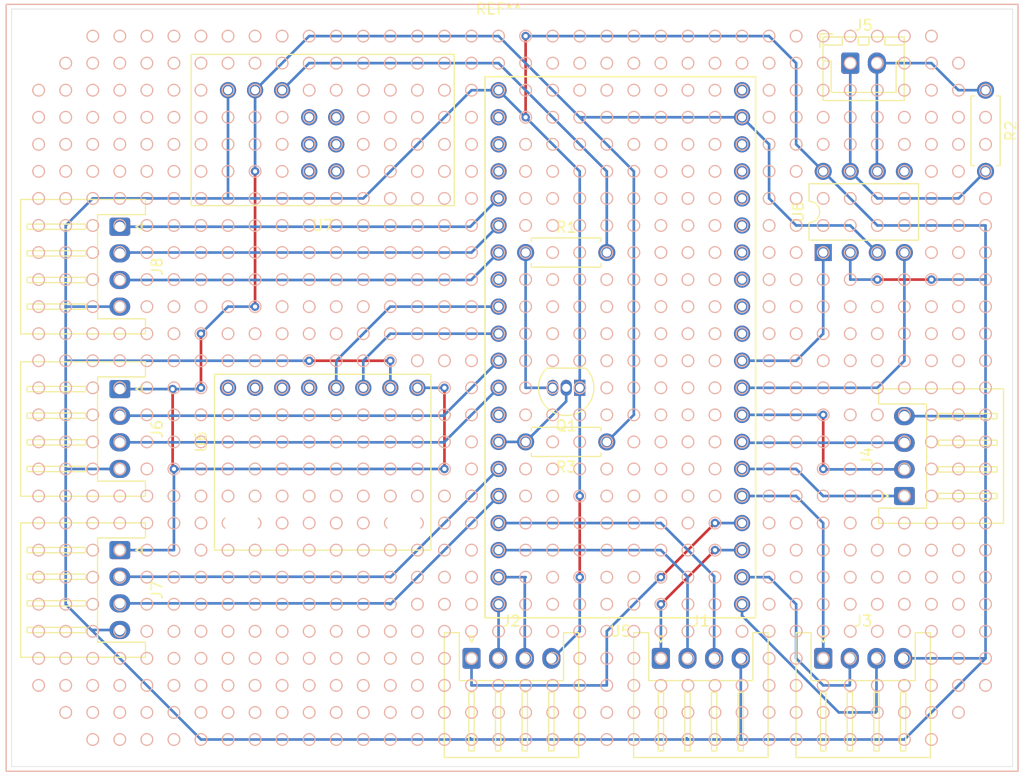
<source format=kicad_pcb>
(kicad_pcb (version 20171130) (host pcbnew "(5.1.2)-1")

  (general
    (thickness 1.6)
    (drawings 4)
    (tracks 206)
    (zones 0)
    (modules 17)
    (nets 50)
  )

  (page A4)
  (layers
    (0 F.Cu signal)
    (31 B.Cu signal)
    (32 B.Adhes user)
    (33 F.Adhes user)
    (34 B.Paste user)
    (35 F.Paste user)
    (36 B.SilkS user)
    (37 F.SilkS user)
    (38 B.Mask user)
    (39 F.Mask user)
    (40 Dwgs.User user)
    (41 Cmts.User user)
    (42 Eco1.User user)
    (43 Eco2.User user)
    (44 Edge.Cuts user)
    (45 Margin user)
    (46 B.CrtYd user)
    (47 F.CrtYd user)
    (48 B.Fab user)
    (49 F.Fab user)
  )

  (setup
    (last_trace_width 0.25)
    (trace_clearance 0.2)
    (zone_clearance 0.508)
    (zone_45_only no)
    (trace_min 0.2)
    (via_size 0.8)
    (via_drill 0.4)
    (via_min_size 0.4)
    (via_min_drill 0.3)
    (uvia_size 0.3)
    (uvia_drill 0.1)
    (uvias_allowed no)
    (uvia_min_size 0.2)
    (uvia_min_drill 0.1)
    (edge_width 0.05)
    (segment_width 0.2)
    (pcb_text_width 0.3)
    (pcb_text_size 1.5 1.5)
    (mod_edge_width 0.12)
    (mod_text_size 1 1)
    (mod_text_width 0.15)
    (pad_size 1.524 1.524)
    (pad_drill 0.762)
    (pad_to_mask_clearance 0.051)
    (solder_mask_min_width 0.25)
    (aux_axis_origin 0 0)
    (visible_elements 7FFFFFFF)
    (pcbplotparams
      (layerselection 0x010fc_ffffffff)
      (usegerberextensions false)
      (usegerberattributes false)
      (usegerberadvancedattributes false)
      (creategerberjobfile false)
      (excludeedgelayer true)
      (linewidth 0.100000)
      (plotframeref false)
      (viasonmask false)
      (mode 1)
      (useauxorigin false)
      (hpglpennumber 1)
      (hpglpenspeed 20)
      (hpglpendiameter 15.000000)
      (psnegative false)
      (psa4output false)
      (plotreference true)
      (plotvalue true)
      (plotinvisibletext false)
      (padsonsilk false)
      (subtractmaskfromsilk false)
      (outputformat 1)
      (mirror false)
      (drillshape 1)
      (scaleselection 1)
      (outputdirectory ""))
  )

  (net 0 "")
  (net 1 Serial_rx)
  (net 2 "Net-(Q1-Pad3)")
  (net 3 GND)
  (net 4 "Net-(R1-Pad2)")
  (net 5 +5V)
  (net 6 CAN_H)
  (net 7 CAN_L)
  (net 8 IO_1A)
  (net 9 IO_1B)
  (net 10 PWM_1)
  (net 11 PWM_2)
  (net 12 IO_2B)
  (net 13 IO_2A)
  (net 14 PWM_3)
  (net 15 IO_3B)
  (net 16 IO_3A)
  (net 17 IO_4A)
  (net 18 IO_4B)
  (net 19 PWM_4)
  (net 20 "Net-(U5-Pad2)")
  (net 21 "Net-(U5-Pad3)")
  (net 22 "Net-(U5-Pad4)")
  (net 23 I2C_sda)
  (net 24 I2C_scl)
  (net 25 CAN_rd)
  (net 26 CAN_td)
  (net 27 "Net-(U5-Pad31)")
  (net 28 "Net-(U5-Pad32)")
  (net 29 "Net-(U5-Pad33)")
  (net 30 "Net-(U5-Pad34)")
  (net 31 "Net-(U5-Pad35)")
  (net 32 "Net-(U5-Pad36)")
  (net 33 "Net-(U5-Pad37)")
  (net 34 "Net-(U5-Pad38)")
  (net 35 "Net-(U5-Pad40)")
  (net 36 "Net-(U6-Pad5)")
  (net 37 "Net-(U6-Pad6)")
  (net 38 "Net-(U6-Pad7)")
  (net 39 "Net-(U6-Pad8)")
  (net 40 "Net-(U8-Pad5)")
  (net 41 enc_X_a)
  (net 42 enc_X_b)
  (net 43 enc_Y_b)
  (net 44 enc_Y_a)
  (net 45 led_Red)
  (net 46 led_Green)
  (net 47 led_Blue)
  (net 48 "Net-(U5-Pad8)")
  (net 49 "Net-(U5-Pad13)")

  (net_class Default "これはデフォルトのネット クラスです。"
    (clearance 0.2)
    (trace_width 0.25)
    (via_dia 0.8)
    (via_drill 0.4)
    (uvia_dia 0.3)
    (uvia_drill 0.1)
    (add_net +5V)
    (add_net CAN_H)
    (add_net CAN_L)
    (add_net CAN_rd)
    (add_net CAN_td)
    (add_net GND)
    (add_net I2C_scl)
    (add_net I2C_sda)
    (add_net IO_1A)
    (add_net IO_1B)
    (add_net IO_2A)
    (add_net IO_2B)
    (add_net IO_3A)
    (add_net IO_3B)
    (add_net IO_4A)
    (add_net IO_4B)
    (add_net "Net-(Q1-Pad3)")
    (add_net "Net-(R1-Pad2)")
    (add_net "Net-(U5-Pad13)")
    (add_net "Net-(U5-Pad2)")
    (add_net "Net-(U5-Pad3)")
    (add_net "Net-(U5-Pad31)")
    (add_net "Net-(U5-Pad32)")
    (add_net "Net-(U5-Pad33)")
    (add_net "Net-(U5-Pad34)")
    (add_net "Net-(U5-Pad35)")
    (add_net "Net-(U5-Pad36)")
    (add_net "Net-(U5-Pad37)")
    (add_net "Net-(U5-Pad38)")
    (add_net "Net-(U5-Pad4)")
    (add_net "Net-(U5-Pad40)")
    (add_net "Net-(U5-Pad8)")
    (add_net "Net-(U6-Pad5)")
    (add_net "Net-(U6-Pad6)")
    (add_net "Net-(U6-Pad7)")
    (add_net "Net-(U6-Pad8)")
    (add_net "Net-(U8-Pad5)")
    (add_net PWM_1)
    (add_net PWM_2)
    (add_net PWM_3)
    (add_net PWM_4)
    (add_net Serial_rx)
    (add_net enc_X_a)
    (add_net enc_X_b)
    (add_net enc_Y_a)
    (add_net enc_Y_b)
    (add_net led_Blue)
    (add_net led_Green)
    (add_net led_Red)
  )

  (module MyFootprint:universal_B (layer F.Cu) (tedit 5D1573B4) (tstamp 5D5BAE0D)
    (at 142.24 99.06 180)
    (fp_text reference REF** (at 0 35.56) (layer F.SilkS)
      (effects (font (size 1 1) (thickness 0.15)))
    )
    (fp_text value universal_B (at 0 -35) (layer F.Fab)
      (effects (font (size 1 1) (thickness 0.15)))
    )
    (fp_line (start 46.23 36) (end -48.77 36) (layer B.SilkS) (width 0.12))
    (fp_circle (center -33.02 22.86) (end -32.47 22.86) (layer B.SilkS) (width 0.12))
    (fp_circle (center -33.02 27.94) (end -32.47 27.94) (layer B.SilkS) (width 0.12))
    (fp_circle (center -30.48 20.32) (end -29.93 20.32) (layer B.SilkS) (width 0.12))
    (fp_circle (center -35.56 22.86) (end -35.01 22.86) (layer B.SilkS) (width 0.12))
    (fp_circle (center -30.48 -20.32) (end -29.93 -20.32) (layer B.SilkS) (width 0.12))
    (fp_circle (center -30.48 27.94) (end -29.93 27.94) (layer B.SilkS) (width 0.12))
    (fp_circle (center -30.48 -25.4) (end -29.93 -25.4) (layer B.SilkS) (width 0.12))
    (fp_circle (center -35.56 -22.86) (end -35.01 -22.86) (layer B.SilkS) (width 0.12))
    (fp_circle (center -33.02 -27.94) (end -32.47 -27.94) (layer B.SilkS) (width 0.12))
    (fp_circle (center -35.56 27.94) (end -35.01 27.94) (layer B.SilkS) (width 0.12))
    (fp_circle (center -35.56 -2.54) (end -35.01 -2.54) (layer B.SilkS) (width 0.12))
    (fp_circle (center -30.48 33.02) (end -29.93 33.02) (layer B.SilkS) (width 0.12))
    (fp_circle (center -35.56 33.02) (end -35.01 33.02) (layer B.SilkS) (width 0.12))
    (fp_circle (center -35.56 30.48) (end -35.01 30.48) (layer B.SilkS) (width 0.12))
    (fp_circle (center -35.56 -33.02) (end -35.01 -33.02) (layer B.SilkS) (width 0.12))
    (fp_circle (center -30.48 -2.54) (end -29.93 -2.54) (layer B.SilkS) (width 0.12))
    (fp_circle (center -33.02 25.4) (end -32.47 25.4) (layer B.SilkS) (width 0.12))
    (fp_circle (center -30.48 0) (end -29.93 0) (layer B.SilkS) (width 0.12))
    (fp_circle (center -30.48 -27.94) (end -29.93 -27.94) (layer B.SilkS) (width 0.12))
    (fp_circle (center -30.48 22.86) (end -29.93 22.86) (layer B.SilkS) (width 0.12))
    (fp_circle (center -33.02 0) (end -32.47 0) (layer B.SilkS) (width 0.12))
    (fp_circle (center -30.48 30.48) (end -29.93 30.48) (layer B.SilkS) (width 0.12))
    (fp_circle (center -35.56 20.32) (end -35.01 20.32) (layer B.SilkS) (width 0.12))
    (fp_circle (center -33.02 2.54) (end -32.47 2.54) (layer B.SilkS) (width 0.12))
    (fp_circle (center -33.02 -22.86) (end -32.47 -22.86) (layer B.SilkS) (width 0.12))
    (fp_circle (center -33.02 30.48) (end -32.47 30.48) (layer B.SilkS) (width 0.12))
    (fp_circle (center -35.56 2.54) (end -35.01 2.54) (layer B.SilkS) (width 0.12))
    (fp_circle (center -35.56 -27.94) (end -35.01 -27.94) (layer B.SilkS) (width 0.12))
    (fp_circle (center -35.56 -30.48) (end -35.01 -30.48) (layer B.SilkS) (width 0.12))
    (fp_circle (center -33.02 20.32) (end -32.47 20.32) (layer B.SilkS) (width 0.12))
    (fp_circle (center -35.56 25.4) (end -35.01 25.4) (layer B.SilkS) (width 0.12))
    (fp_circle (center -35.56 -20.32) (end -35.01 -20.32) (layer B.SilkS) (width 0.12))
    (fp_circle (center -33.02 -25.4) (end -32.47 -25.4) (layer B.SilkS) (width 0.12))
    (fp_circle (center -35.56 -25.4) (end -35.01 -25.4) (layer B.SilkS) (width 0.12))
    (fp_circle (center -30.48 -22.86) (end -29.93 -22.86) (layer B.SilkS) (width 0.12))
    (fp_circle (center -33.02 -20.32) (end -32.47 -20.32) (layer B.SilkS) (width 0.12))
    (fp_circle (center -33.02 -2.54) (end -32.47 -2.54) (layer B.SilkS) (width 0.12))
    (fp_circle (center -33.02 12.7) (end -32.47 12.7) (layer B.SilkS) (width 0.12))
    (fp_circle (center -30.48 -33.02) (end -29.93 -33.02) (layer B.SilkS) (width 0.12))
    (fp_circle (center -30.48 -30.48) (end -29.93 -30.48) (layer B.SilkS) (width 0.12))
    (fp_circle (center -30.48 25.4) (end -29.93 25.4) (layer B.SilkS) (width 0.12))
    (fp_circle (center -33.02 33.02) (end -32.47 33.02) (layer B.SilkS) (width 0.12))
    (fp_circle (center -30.48 2.54) (end -29.93 2.54) (layer B.SilkS) (width 0.12))
    (fp_circle (center -35.56 0) (end -35.01 0) (layer B.SilkS) (width 0.12))
    (fp_circle (center -33.02 -30.48) (end -32.47 -30.48) (layer B.SilkS) (width 0.12))
    (fp_circle (center -33.02 -33.02) (end -32.47 -33.02) (layer B.SilkS) (width 0.12))
    (fp_circle (center -35.56 17.78) (end -35.01 17.78) (layer B.SilkS) (width 0.12))
    (fp_circle (center -33.02 15.24) (end -32.47 15.24) (layer B.SilkS) (width 0.12))
    (fp_circle (center -30.48 17.78) (end -29.93 17.78) (layer B.SilkS) (width 0.12))
    (fp_circle (center -30.48 12.7) (end -29.93 12.7) (layer B.SilkS) (width 0.12))
    (fp_circle (center -30.48 15.24) (end -29.93 15.24) (layer B.SilkS) (width 0.12))
    (fp_circle (center -33.02 17.78) (end -32.47 17.78) (layer B.SilkS) (width 0.12))
    (fp_circle (center -35.56 12.7) (end -35.01 12.7) (layer B.SilkS) (width 0.12))
    (fp_circle (center -35.56 15.24) (end -35.01 15.24) (layer B.SilkS) (width 0.12))
    (fp_circle (center -35.56 -15.24) (end -35.01 -15.24) (layer B.SilkS) (width 0.12))
    (fp_circle (center -35.56 -17.78) (end -35.01 -17.78) (layer B.SilkS) (width 0.12))
    (fp_circle (center -30.48 -15.24) (end -29.93 -15.24) (layer B.SilkS) (width 0.12))
    (fp_circle (center -30.48 -12.7) (end -29.93 -12.7) (layer B.SilkS) (width 0.12))
    (fp_circle (center -35.56 -12.7) (end -35.01 -12.7) (layer B.SilkS) (width 0.12))
    (fp_circle (center -33.02 -12.7) (end -32.47 -12.7) (layer B.SilkS) (width 0.12))
    (fp_circle (center -35.56 -7.62) (end -35.01 -7.62) (layer B.SilkS) (width 0.12))
    (fp_circle (center -35.56 5.08) (end -35.01 5.08) (layer B.SilkS) (width 0.12))
    (fp_circle (center -33.02 -15.24) (end -32.47 -15.24) (layer B.SilkS) (width 0.12))
    (fp_circle (center -30.48 -5.08) (end -29.93 -5.08) (layer B.SilkS) (width 0.12))
    (fp_circle (center -33.02 -7.62) (end -32.47 -7.62) (layer B.SilkS) (width 0.12))
    (fp_circle (center -35.56 7.62) (end -35.01 7.62) (layer B.SilkS) (width 0.12))
    (fp_circle (center -30.48 7.62) (end -29.93 7.62) (layer B.SilkS) (width 0.12))
    (fp_circle (center -35.56 10.16) (end -35.01 10.16) (layer B.SilkS) (width 0.12))
    (fp_circle (center -33.02 -17.78) (end -32.47 -17.78) (layer B.SilkS) (width 0.12))
    (fp_circle (center -33.02 10.16) (end -32.47 10.16) (layer B.SilkS) (width 0.12))
    (fp_circle (center -33.02 7.62) (end -32.47 7.62) (layer B.SilkS) (width 0.12))
    (fp_circle (center -30.48 10.16) (end -29.93 10.16) (layer B.SilkS) (width 0.12))
    (fp_circle (center -35.56 -10.16) (end -35.01 -10.16) (layer B.SilkS) (width 0.12))
    (fp_circle (center -30.48 -7.62) (end -29.93 -7.62) (layer B.SilkS) (width 0.12))
    (fp_circle (center -33.02 5.08) (end -32.47 5.08) (layer B.SilkS) (width 0.12))
    (fp_circle (center -33.02 -5.08) (end -32.47 -5.08) (layer B.SilkS) (width 0.12))
    (fp_circle (center -30.48 5.08) (end -29.93 5.08) (layer B.SilkS) (width 0.12))
    (fp_circle (center -33.02 -10.16) (end -32.47 -10.16) (layer B.SilkS) (width 0.12))
    (fp_circle (center -30.48 -17.78) (end -29.93 -17.78) (layer B.SilkS) (width 0.12))
    (fp_circle (center -35.56 -5.08) (end -35.01 -5.08) (layer B.SilkS) (width 0.12))
    (fp_circle (center -30.48 -10.16) (end -29.93 -10.16) (layer B.SilkS) (width 0.12))
    (fp_circle (center -38.1 27.94) (end -37.55 27.94) (layer B.SilkS) (width 0.12))
    (fp_circle (center -38.1 -20.32) (end -37.55 -20.32) (layer B.SilkS) (width 0.12))
    (fp_circle (center -43.18 30.48) (end -42.63 30.48) (layer B.SilkS) (width 0.12))
    (fp_circle (center -40.64 33.02) (end -40.09 33.02) (layer B.SilkS) (width 0.12))
    (fp_circle (center -40.64 -22.86) (end -40.09 -22.86) (layer B.SilkS) (width 0.12))
    (fp_circle (center -43.18 -22.86) (end -42.63 -22.86) (layer B.SilkS) (width 0.12))
    (fp_circle (center -40.64 12.7) (end -40.09 12.7) (layer B.SilkS) (width 0.12))
    (fp_circle (center -38.1 0) (end -37.55 0) (layer B.SilkS) (width 0.12))
    (fp_circle (center -38.1 17.78) (end -37.55 17.78) (layer B.SilkS) (width 0.12))
    (fp_circle (center -38.1 12.7) (end -37.55 12.7) (layer B.SilkS) (width 0.12))
    (fp_circle (center -43.18 -2.54) (end -42.63 -2.54) (layer B.SilkS) (width 0.12))
    (fp_circle (center -40.64 -30.48) (end -40.09 -30.48) (layer B.SilkS) (width 0.12))
    (fp_circle (center -38.1 -27.94) (end -37.55 -27.94) (layer B.SilkS) (width 0.12))
    (fp_circle (center -38.1 -33.02) (end -37.55 -33.02) (layer B.SilkS) (width 0.12))
    (fp_circle (center -40.64 2.54) (end -40.09 2.54) (layer B.SilkS) (width 0.12))
    (fp_circle (center -40.64 -27.94) (end -40.09 -27.94) (layer B.SilkS) (width 0.12))
    (fp_circle (center -43.18 22.86) (end -42.63 22.86) (layer B.SilkS) (width 0.12))
    (fp_circle (center -38.1 20.32) (end -37.55 20.32) (layer B.SilkS) (width 0.12))
    (fp_circle (center -38.1 -22.86) (end -37.55 -22.86) (layer B.SilkS) (width 0.12))
    (fp_circle (center -40.64 -20.32) (end -40.09 -20.32) (layer B.SilkS) (width 0.12))
    (fp_circle (center -38.1 2.54) (end -37.55 2.54) (layer B.SilkS) (width 0.12))
    (fp_circle (center -43.18 -30.48) (end -42.63 -30.48) (layer B.SilkS) (width 0.12))
    (fp_circle (center -40.64 20.32) (end -40.09 20.32) (layer B.SilkS) (width 0.12))
    (fp_circle (center -40.64 22.86) (end -40.09 22.86) (layer B.SilkS) (width 0.12))
    (fp_circle (center -43.18 25.4) (end -42.63 25.4) (layer B.SilkS) (width 0.12))
    (fp_circle (center -38.1 -25.4) (end -37.55 -25.4) (layer B.SilkS) (width 0.12))
    (fp_circle (center -40.64 30.48) (end -40.09 30.48) (layer B.SilkS) (width 0.12))
    (fp_circle (center -40.64 15.24) (end -40.09 15.24) (layer B.SilkS) (width 0.12))
    (fp_circle (center -43.18 12.7) (end -42.63 12.7) (layer B.SilkS) (width 0.12))
    (fp_circle (center -43.18 15.24) (end -42.63 15.24) (layer B.SilkS) (width 0.12))
    (fp_circle (center -38.1 -30.48) (end -37.55 -30.48) (layer B.SilkS) (width 0.12))
    (fp_circle (center -43.18 17.78) (end -42.63 17.78) (layer B.SilkS) (width 0.12))
    (fp_circle (center -38.1 22.86) (end -37.55 22.86) (layer B.SilkS) (width 0.12))
    (fp_circle (center -38.1 33.02) (end -37.55 33.02) (layer B.SilkS) (width 0.12))
    (fp_circle (center -43.18 -20.32) (end -42.63 -20.32) (layer B.SilkS) (width 0.12))
    (fp_circle (center -38.1 15.24) (end -37.55 15.24) (layer B.SilkS) (width 0.12))
    (fp_circle (center -43.18 0) (end -42.63 0) (layer B.SilkS) (width 0.12))
    (fp_circle (center -43.18 20.32) (end -42.63 20.32) (layer B.SilkS) (width 0.12))
    (fp_circle (center -40.64 0) (end -40.09 0) (layer B.SilkS) (width 0.12))
    (fp_circle (center -40.64 -2.54) (end -40.09 -2.54) (layer B.SilkS) (width 0.12))
    (fp_circle (center -40.64 27.94) (end -40.09 27.94) (layer B.SilkS) (width 0.12))
    (fp_circle (center -43.18 -25.4) (end -42.63 -25.4) (layer B.SilkS) (width 0.12))
    (fp_circle (center -40.64 17.78) (end -40.09 17.78) (layer B.SilkS) (width 0.12))
    (fp_circle (center -43.18 -27.94) (end -42.63 -27.94) (layer B.SilkS) (width 0.12))
    (fp_circle (center -40.64 -33.02) (end -40.09 -33.02) (layer B.SilkS) (width 0.12))
    (fp_circle (center -38.1 -2.54) (end -37.55 -2.54) (layer B.SilkS) (width 0.12))
    (fp_circle (center -43.18 27.94) (end -42.63 27.94) (layer B.SilkS) (width 0.12))
    (fp_circle (center -38.1 30.48) (end -37.55 30.48) (layer B.SilkS) (width 0.12))
    (fp_circle (center -40.64 25.4) (end -40.09 25.4) (layer B.SilkS) (width 0.12))
    (fp_circle (center -38.1 25.4) (end -37.55 25.4) (layer B.SilkS) (width 0.12))
    (fp_circle (center -40.64 -25.4) (end -40.09 -25.4) (layer B.SilkS) (width 0.12))
    (fp_circle (center -43.18 2.54) (end -42.63 2.54) (layer B.SilkS) (width 0.12))
    (fp_circle (center -43.18 -17.78) (end -42.63 -17.78) (layer B.SilkS) (width 0.12))
    (fp_circle (center -38.1 -10.16) (end -37.55 -10.16) (layer B.SilkS) (width 0.12))
    (fp_circle (center -38.1 -17.78) (end -37.55 -17.78) (layer B.SilkS) (width 0.12))
    (fp_circle (center -38.1 -12.7) (end -37.55 -12.7) (layer B.SilkS) (width 0.12))
    (fp_circle (center -38.1 10.16) (end -37.55 10.16) (layer B.SilkS) (width 0.12))
    (fp_circle (center -43.18 5.08) (end -42.63 5.08) (layer B.SilkS) (width 0.12))
    (fp_circle (center -40.64 -5.08) (end -40.09 -5.08) (layer B.SilkS) (width 0.12))
    (fp_circle (center -43.18 -15.24) (end -42.63 -15.24) (layer B.SilkS) (width 0.12))
    (fp_circle (center -38.1 7.62) (end -37.55 7.62) (layer B.SilkS) (width 0.12))
    (fp_circle (center -38.1 -5.08) (end -37.55 -5.08) (layer B.SilkS) (width 0.12))
    (fp_circle (center -43.18 -5.08) (end -42.63 -5.08) (layer B.SilkS) (width 0.12))
    (fp_circle (center -40.64 7.62) (end -40.09 7.62) (layer B.SilkS) (width 0.12))
    (fp_circle (center -40.64 -15.24) (end -40.09 -15.24) (layer B.SilkS) (width 0.12))
    (fp_circle (center -40.64 -17.78) (end -40.09 -17.78) (layer B.SilkS) (width 0.12))
    (fp_circle (center -43.18 -12.7) (end -42.63 -12.7) (layer B.SilkS) (width 0.12))
    (fp_circle (center -40.64 -12.7) (end -40.09 -12.7) (layer B.SilkS) (width 0.12))
    (fp_circle (center -40.64 5.08) (end -40.09 5.08) (layer B.SilkS) (width 0.12))
    (fp_circle (center -43.18 10.16) (end -42.63 10.16) (layer B.SilkS) (width 0.12))
    (fp_circle (center -38.1 -15.24) (end -37.55 -15.24) (layer B.SilkS) (width 0.12))
    (fp_circle (center -38.1 -7.62) (end -37.55 -7.62) (layer B.SilkS) (width 0.12))
    (fp_circle (center -40.64 10.16) (end -40.09 10.16) (layer B.SilkS) (width 0.12))
    (fp_circle (center -43.18 -10.16) (end -42.63 -10.16) (layer B.SilkS) (width 0.12))
    (fp_circle (center -43.18 -7.62) (end -42.63 -7.62) (layer B.SilkS) (width 0.12))
    (fp_circle (center -40.64 -10.16) (end -40.09 -10.16) (layer B.SilkS) (width 0.12))
    (fp_circle (center -43.18 7.62) (end -42.63 7.62) (layer B.SilkS) (width 0.12))
    (fp_circle (center -40.64 -7.62) (end -40.09 -7.62) (layer B.SilkS) (width 0.12))
    (fp_circle (center -38.1 5.08) (end -37.55 5.08) (layer B.SilkS) (width 0.12))
    (fp_circle (center -27.94 2.54) (end -27.39 2.54) (layer B.SilkS) (width 0.12))
    (fp_circle (center -22.86 0) (end -22.31 0) (layer B.SilkS) (width 0.12))
    (fp_circle (center -27.94 0) (end -27.39 0) (layer B.SilkS) (width 0.12))
    (fp_circle (center -27.94 -2.54) (end -27.39 -2.54) (layer B.SilkS) (width 0.12))
    (fp_circle (center -22.86 2.54) (end -22.31 2.54) (layer B.SilkS) (width 0.12))
    (fp_circle (center -25.4 2.54) (end -24.85 2.54) (layer B.SilkS) (width 0.12))
    (fp_circle (center -25.4 0) (end -24.85 0) (layer B.SilkS) (width 0.12))
    (fp_circle (center -25.4 27.94) (end -24.85 27.94) (layer B.SilkS) (width 0.12))
    (fp_circle (center -27.94 27.94) (end -27.39 27.94) (layer B.SilkS) (width 0.12))
    (fp_circle (center -22.86 30.48) (end -22.31 30.48) (layer B.SilkS) (width 0.12))
    (fp_circle (center -25.4 33.02) (end -24.85 33.02) (layer B.SilkS) (width 0.12))
    (fp_circle (center -22.86 33.02) (end -22.31 33.02) (layer B.SilkS) (width 0.12))
    (fp_circle (center -27.94 33.02) (end -27.39 33.02) (layer B.SilkS) (width 0.12))
    (fp_circle (center -27.94 30.48) (end -27.39 30.48) (layer B.SilkS) (width 0.12))
    (fp_circle (center -22.86 27.94) (end -22.31 27.94) (layer B.SilkS) (width 0.12))
    (fp_circle (center -25.4 -2.54) (end -24.85 -2.54) (layer B.SilkS) (width 0.12))
    (fp_circle (center -22.86 -2.54) (end -22.31 -2.54) (layer B.SilkS) (width 0.12))
    (fp_circle (center -25.4 30.48) (end -24.85 30.48) (layer B.SilkS) (width 0.12))
    (fp_circle (center -27.94 5.08) (end -27.39 5.08) (layer B.SilkS) (width 0.12))
    (fp_circle (center -22.86 -5.08) (end -22.31 -5.08) (layer B.SilkS) (width 0.12))
    (fp_circle (center -27.94 15.24) (end -27.39 15.24) (layer B.SilkS) (width 0.12))
    (fp_circle (center -22.86 20.32) (end -22.31 20.32) (layer B.SilkS) (width 0.12))
    (fp_circle (center -22.86 -33.02) (end -22.31 -33.02) (layer B.SilkS) (width 0.12))
    (fp_circle (center -22.86 17.78) (end -22.31 17.78) (layer B.SilkS) (width 0.12))
    (fp_circle (center -22.86 -12.7) (end -22.31 -12.7) (layer B.SilkS) (width 0.12))
    (fp_circle (center -22.86 -15.24) (end -22.31 -15.24) (layer B.SilkS) (width 0.12))
    (fp_circle (center -25.4 -5.08) (end -24.85 -5.08) (layer B.SilkS) (width 0.12))
    (fp_circle (center -25.4 -30.48) (end -24.85 -30.48) (layer B.SilkS) (width 0.12))
    (fp_circle (center -22.86 10.16) (end -22.31 10.16) (layer B.SilkS) (width 0.12))
    (fp_circle (center -22.86 5.08) (end -22.31 5.08) (layer B.SilkS) (width 0.12))
    (fp_circle (center -27.94 -5.08) (end -27.39 -5.08) (layer B.SilkS) (width 0.12))
    (fp_circle (center -27.94 12.7) (end -27.39 12.7) (layer B.SilkS) (width 0.12))
    (fp_circle (center -25.4 22.86) (end -24.85 22.86) (layer B.SilkS) (width 0.12))
    (fp_circle (center -22.86 -25.4) (end -22.31 -25.4) (layer B.SilkS) (width 0.12))
    (fp_circle (center -27.94 -22.86) (end -27.39 -22.86) (layer B.SilkS) (width 0.12))
    (fp_circle (center -27.94 -15.24) (end -27.39 -15.24) (layer B.SilkS) (width 0.12))
    (fp_circle (center -27.94 25.4) (end -27.39 25.4) (layer B.SilkS) (width 0.12))
    (fp_circle (center -25.4 20.32) (end -24.85 20.32) (layer B.SilkS) (width 0.12))
    (fp_circle (center -27.94 -17.78) (end -27.39 -17.78) (layer B.SilkS) (width 0.12))
    (fp_circle (center -25.4 -17.78) (end -24.85 -17.78) (layer B.SilkS) (width 0.12))
    (fp_circle (center -22.86 -22.86) (end -22.31 -22.86) (layer B.SilkS) (width 0.12))
    (fp_circle (center -25.4 5.08) (end -24.85 5.08) (layer B.SilkS) (width 0.12))
    (fp_circle (center -22.86 -17.78) (end -22.31 -17.78) (layer B.SilkS) (width 0.12))
    (fp_circle (center -27.94 -25.4) (end -27.39 -25.4) (layer B.SilkS) (width 0.12))
    (fp_circle (center -27.94 -20.32) (end -27.39 -20.32) (layer B.SilkS) (width 0.12))
    (fp_circle (center -25.4 10.16) (end -24.85 10.16) (layer B.SilkS) (width 0.12))
    (fp_circle (center -25.4 15.24) (end -24.85 15.24) (layer B.SilkS) (width 0.12))
    (fp_circle (center -25.4 17.78) (end -24.85 17.78) (layer B.SilkS) (width 0.12))
    (fp_circle (center -27.94 17.78) (end -27.39 17.78) (layer B.SilkS) (width 0.12))
    (fp_circle (center -25.4 -10.16) (end -24.85 -10.16) (layer B.SilkS) (width 0.12))
    (fp_circle (center -22.86 -27.94) (end -22.31 -27.94) (layer B.SilkS) (width 0.12))
    (fp_circle (center -27.94 7.62) (end -27.39 7.62) (layer B.SilkS) (width 0.12))
    (fp_circle (center -25.4 -7.62) (end -24.85 -7.62) (layer B.SilkS) (width 0.12))
    (fp_circle (center -22.86 -10.16) (end -22.31 -10.16) (layer B.SilkS) (width 0.12))
    (fp_circle (center -22.86 -20.32) (end -22.31 -20.32) (layer B.SilkS) (width 0.12))
    (fp_circle (center -27.94 20.32) (end -27.39 20.32) (layer B.SilkS) (width 0.12))
    (fp_circle (center -25.4 -20.32) (end -24.85 -20.32) (layer B.SilkS) (width 0.12))
    (fp_circle (center -22.86 12.7) (end -22.31 12.7) (layer B.SilkS) (width 0.12))
    (fp_circle (center -25.4 25.4) (end -24.85 25.4) (layer B.SilkS) (width 0.12))
    (fp_circle (center -25.4 -15.24) (end -24.85 -15.24) (layer B.SilkS) (width 0.12))
    (fp_circle (center -22.86 7.62) (end -22.31 7.62) (layer B.SilkS) (width 0.12))
    (fp_circle (center -27.94 -33.02) (end -27.39 -33.02) (layer B.SilkS) (width 0.12))
    (fp_circle (center -22.86 15.24) (end -22.31 15.24) (layer B.SilkS) (width 0.12))
    (fp_circle (center -27.94 -27.94) (end -27.39 -27.94) (layer B.SilkS) (width 0.12))
    (fp_circle (center -25.4 -27.94) (end -24.85 -27.94) (layer B.SilkS) (width 0.12))
    (fp_circle (center -22.86 -30.48) (end -22.31 -30.48) (layer B.SilkS) (width 0.12))
    (fp_circle (center -25.4 -12.7) (end -24.85 -12.7) (layer B.SilkS) (width 0.12))
    (fp_circle (center -22.86 -7.62) (end -22.31 -7.62) (layer B.SilkS) (width 0.12))
    (fp_circle (center -25.4 12.7) (end -24.85 12.7) (layer B.SilkS) (width 0.12))
    (fp_circle (center -27.94 22.86) (end -27.39 22.86) (layer B.SilkS) (width 0.12))
    (fp_circle (center -25.4 -22.86) (end -24.85 -22.86) (layer B.SilkS) (width 0.12))
    (fp_circle (center -25.4 -33.02) (end -24.85 -33.02) (layer B.SilkS) (width 0.12))
    (fp_circle (center -22.86 22.86) (end -22.31 22.86) (layer B.SilkS) (width 0.12))
    (fp_circle (center -22.86 25.4) (end -22.31 25.4) (layer B.SilkS) (width 0.12))
    (fp_circle (center -25.4 -25.4) (end -24.85 -25.4) (layer B.SilkS) (width 0.12))
    (fp_circle (center -27.94 -12.7) (end -27.39 -12.7) (layer B.SilkS) (width 0.12))
    (fp_circle (center -25.4 7.62) (end -24.85 7.62) (layer B.SilkS) (width 0.12))
    (fp_circle (center -27.94 10.16) (end -27.39 10.16) (layer B.SilkS) (width 0.12))
    (fp_circle (center -27.94 -10.16) (end -27.39 -10.16) (layer B.SilkS) (width 0.12))
    (fp_circle (center -27.94 -7.62) (end -27.39 -7.62) (layer B.SilkS) (width 0.12))
    (fp_circle (center -27.94 -30.48) (end -27.39 -30.48) (layer B.SilkS) (width 0.12))
    (fp_circle (center -45.72 -5.08) (end -45.17 -5.08) (layer B.SilkS) (width 0.12))
    (fp_circle (center -45.72 10.16) (end -45.17 10.16) (layer B.SilkS) (width 0.12))
    (fp_circle (center -45.72 -10.16) (end -45.17 -10.16) (layer B.SilkS) (width 0.12))
    (fp_circle (center -45.72 5.08) (end -45.17 5.08) (layer B.SilkS) (width 0.12))
    (fp_circle (center -45.72 -7.62) (end -45.17 -7.62) (layer B.SilkS) (width 0.12))
    (fp_circle (center -45.72 7.62) (end -45.17 7.62) (layer B.SilkS) (width 0.12))
    (fp_circle (center -45.72 -17.78) (end -45.17 -17.78) (layer B.SilkS) (width 0.12))
    (fp_circle (center -45.72 -15.24) (end -45.17 -15.24) (layer B.SilkS) (width 0.12))
    (fp_circle (center -45.72 -12.7) (end -45.17 -12.7) (layer B.SilkS) (width 0.12))
    (fp_circle (center -45.72 12.7) (end -45.17 12.7) (layer B.SilkS) (width 0.12))
    (fp_circle (center -45.72 17.78) (end -45.17 17.78) (layer B.SilkS) (width 0.12))
    (fp_circle (center -45.72 15.24) (end -45.17 15.24) (layer B.SilkS) (width 0.12))
    (fp_circle (center -45.72 -22.86) (end -45.17 -22.86) (layer B.SilkS) (width 0.12))
    (fp_circle (center -45.72 -25.4) (end -45.17 -25.4) (layer B.SilkS) (width 0.12))
    (fp_circle (center -45.72 -20.32) (end -45.17 -20.32) (layer B.SilkS) (width 0.12))
    (fp_circle (center -45.72 25.4) (end -45.17 25.4) (layer B.SilkS) (width 0.12))
    (fp_circle (center -45.72 22.86) (end -45.17 22.86) (layer B.SilkS) (width 0.12))
    (fp_circle (center -45.72 20.32) (end -45.17 20.32) (layer B.SilkS) (width 0.12))
    (fp_circle (center -45.72 -27.94) (end -45.17 -27.94) (layer B.SilkS) (width 0.12))
    (fp_circle (center -45.72 27.94) (end -45.17 27.94) (layer B.SilkS) (width 0.12))
    (fp_circle (center -20.32 -10.16) (end -19.77 -10.16) (layer B.SilkS) (width 0.12))
    (fp_circle (center -20.32 10.16) (end -19.77 10.16) (layer B.SilkS) (width 0.12))
    (fp_circle (center -20.32 -7.62) (end -19.77 -7.62) (layer B.SilkS) (width 0.12))
    (fp_circle (center -17.78 10.16) (end -17.23 10.16) (layer B.SilkS) (width 0.12))
    (fp_circle (center -15.24 5.08) (end -14.69 5.08) (layer B.SilkS) (width 0.12))
    (fp_circle (center -20.32 7.62) (end -19.77 7.62) (layer B.SilkS) (width 0.12))
    (fp_circle (center -17.78 5.08) (end -17.23 5.08) (layer B.SilkS) (width 0.12))
    (fp_circle (center -20.32 5.08) (end -19.77 5.08) (layer B.SilkS) (width 0.12))
    (fp_circle (center -15.24 -5.08) (end -14.69 -5.08) (layer B.SilkS) (width 0.12))
    (fp_circle (center -15.24 -10.16) (end -14.69 -10.16) (layer B.SilkS) (width 0.12))
    (fp_circle (center -17.78 -10.16) (end -17.23 -10.16) (layer B.SilkS) (width 0.12))
    (fp_circle (center -15.24 10.16) (end -14.69 10.16) (layer B.SilkS) (width 0.12))
    (fp_circle (center -17.78 -7.62) (end -17.23 -7.62) (layer B.SilkS) (width 0.12))
    (fp_circle (center -17.78 7.62) (end -17.23 7.62) (layer B.SilkS) (width 0.12))
    (fp_circle (center -20.32 -5.08) (end -19.77 -5.08) (layer B.SilkS) (width 0.12))
    (fp_circle (center -12.7 33.02) (end -12.15 33.02) (layer B.SilkS) (width 0.12))
    (fp_circle (center -7.62 20.32) (end -7.07 20.32) (layer B.SilkS) (width 0.12))
    (fp_circle (center -12.7 -30.48) (end -12.15 -30.48) (layer B.SilkS) (width 0.12))
    (fp_circle (center -7.62 22.86) (end -7.07 22.86) (layer B.SilkS) (width 0.12))
    (fp_circle (center -7.62 25.4) (end -7.07 25.4) (layer B.SilkS) (width 0.12))
    (fp_circle (center -10.16 22.86) (end -9.61 22.86) (layer B.SilkS) (width 0.12))
    (fp_circle (center -12.7 22.86) (end -12.15 22.86) (layer B.SilkS) (width 0.12))
    (fp_circle (center -7.62 2.54) (end -7.07 2.54) (layer B.SilkS) (width 0.12))
    (fp_circle (center -12.7 30.48) (end -12.15 30.48) (layer B.SilkS) (width 0.12))
    (fp_circle (center -12.7 -2.54) (end -12.15 -2.54) (layer B.SilkS) (width 0.12))
    (fp_circle (center -10.16 2.54) (end -9.61 2.54) (layer B.SilkS) (width 0.12))
    (fp_circle (center -7.62 -2.54) (end -7.07 -2.54) (layer B.SilkS) (width 0.12))
    (fp_circle (center -12.7 2.54) (end -12.15 2.54) (layer B.SilkS) (width 0.12))
    (fp_circle (center -7.62 27.94) (end -7.07 27.94) (layer B.SilkS) (width 0.12))
    (fp_circle (center -10.16 27.94) (end -9.61 27.94) (layer B.SilkS) (width 0.12))
    (fp_circle (center -10.16 -2.54) (end -9.61 -2.54) (layer B.SilkS) (width 0.12))
    (fp_circle (center -10.16 30.48) (end -9.61 30.48) (layer B.SilkS) (width 0.12))
    (fp_circle (center -10.16 33.02) (end -9.61 33.02) (layer B.SilkS) (width 0.12))
    (fp_circle (center -7.62 0) (end -7.07 0) (layer B.SilkS) (width 0.12))
    (fp_circle (center -7.62 30.48) (end -7.07 30.48) (layer B.SilkS) (width 0.12))
    (fp_circle (center -10.16 0) (end -9.61 0) (layer B.SilkS) (width 0.12))
    (fp_circle (center -10.16 -30.48) (end -9.61 -30.48) (layer B.SilkS) (width 0.12))
    (fp_circle (center -12.7 -27.94) (end -12.15 -27.94) (layer B.SilkS) (width 0.12))
    (fp_circle (center -12.7 -33.02) (end -12.15 -33.02) (layer B.SilkS) (width 0.12))
    (fp_circle (center -10.16 -27.94) (end -9.61 -27.94) (layer B.SilkS) (width 0.12))
    (fp_circle (center -10.16 -33.02) (end -9.61 -33.02) (layer B.SilkS) (width 0.12))
    (fp_circle (center -7.62 -27.94) (end -7.07 -27.94) (layer B.SilkS) (width 0.12))
    (fp_circle (center -12.7 27.94) (end -12.15 27.94) (layer B.SilkS) (width 0.12))
    (fp_circle (center -7.62 -33.02) (end -7.07 -33.02) (layer B.SilkS) (width 0.12))
    (fp_circle (center -7.62 -30.48) (end -7.07 -30.48) (layer B.SilkS) (width 0.12))
    (fp_circle (center -10.16 20.32) (end -9.61 20.32) (layer B.SilkS) (width 0.12))
    (fp_circle (center -10.16 25.4) (end -9.61 25.4) (layer B.SilkS) (width 0.12))
    (fp_circle (center -12.7 0) (end -12.15 0) (layer B.SilkS) (width 0.12))
    (fp_circle (center -7.62 33.02) (end -7.07 33.02) (layer B.SilkS) (width 0.12))
    (fp_circle (center -12.7 10.16) (end -12.15 10.16) (layer B.SilkS) (width 0.12))
    (fp_circle (center -12.7 -10.16) (end -12.15 -10.16) (layer B.SilkS) (width 0.12))
    (fp_circle (center -12.7 25.4) (end -12.15 25.4) (layer B.SilkS) (width 0.12))
    (fp_circle (center -12.7 -12.7) (end -12.15 -12.7) (layer B.SilkS) (width 0.12))
    (fp_circle (center -7.62 -12.7) (end -7.07 -12.7) (layer B.SilkS) (width 0.12))
    (fp_circle (center -7.62 17.78) (end -7.07 17.78) (layer B.SilkS) (width 0.12))
    (fp_circle (center -12.7 -15.24) (end -12.15 -15.24) (layer B.SilkS) (width 0.12))
    (fp_circle (center -12.7 -17.78) (end -12.15 -17.78) (layer B.SilkS) (width 0.12))
    (fp_circle (center -10.16 -17.78) (end -9.61 -17.78) (layer B.SilkS) (width 0.12))
    (fp_circle (center -7.62 10.16) (end -7.07 10.16) (layer B.SilkS) (width 0.12))
    (fp_circle (center -12.7 5.08) (end -12.15 5.08) (layer B.SilkS) (width 0.12))
    (fp_circle (center -7.62 -22.86) (end -7.07 -22.86) (layer B.SilkS) (width 0.12))
    (fp_circle (center -10.16 -7.62) (end -9.61 -7.62) (layer B.SilkS) (width 0.12))
    (fp_circle (center -10.16 -15.24) (end -9.61 -15.24) (layer B.SilkS) (width 0.12))
    (fp_circle (center -10.16 12.7) (end -9.61 12.7) (layer B.SilkS) (width 0.12))
    (fp_circle (center -7.62 5.08) (end -7.07 5.08) (layer B.SilkS) (width 0.12))
    (fp_circle (center -10.16 17.78) (end -9.61 17.78) (layer B.SilkS) (width 0.12))
    (fp_circle (center -7.62 -7.62) (end -7.07 -7.62) (layer B.SilkS) (width 0.12))
    (fp_circle (center -12.7 15.24) (end -12.15 15.24) (layer B.SilkS) (width 0.12))
    (fp_circle (center -12.7 -20.32) (end -12.15 -20.32) (layer B.SilkS) (width 0.12))
    (fp_circle (center -10.16 15.24) (end -9.61 15.24) (layer B.SilkS) (width 0.12))
    (fp_circle (center -7.62 -10.16) (end -7.07 -10.16) (layer B.SilkS) (width 0.12))
    (fp_circle (center -7.62 -20.32) (end -7.07 -20.32) (layer B.SilkS) (width 0.12))
    (fp_circle (center -12.7 12.7) (end -12.15 12.7) (layer B.SilkS) (width 0.12))
    (fp_circle (center -12.7 20.32) (end -12.15 20.32) (layer B.SilkS) (width 0.12))
    (fp_circle (center -7.62 -15.24) (end -7.07 -15.24) (layer B.SilkS) (width 0.12))
    (fp_circle (center -10.16 5.08) (end -9.61 5.08) (layer B.SilkS) (width 0.12))
    (fp_circle (center -12.7 -22.86) (end -12.15 -22.86) (layer B.SilkS) (width 0.12))
    (fp_circle (center -10.16 -20.32) (end -9.61 -20.32) (layer B.SilkS) (width 0.12))
    (fp_circle (center -7.62 15.24) (end -7.07 15.24) (layer B.SilkS) (width 0.12))
    (fp_circle (center -10.16 10.16) (end -9.61 10.16) (layer B.SilkS) (width 0.12))
    (fp_circle (center -7.62 12.7) (end -7.07 12.7) (layer B.SilkS) (width 0.12))
    (fp_circle (center -10.16 7.62) (end -9.61 7.62) (layer B.SilkS) (width 0.12))
    (fp_circle (center -10.16 -25.4) (end -9.61 -25.4) (layer B.SilkS) (width 0.12))
    (fp_circle (center -12.7 17.78) (end -12.15 17.78) (layer B.SilkS) (width 0.12))
    (fp_circle (center -12.7 -5.08) (end -12.15 -5.08) (layer B.SilkS) (width 0.12))
    (fp_circle (center -12.7 -7.62) (end -12.15 -7.62) (layer B.SilkS) (width 0.12))
    (fp_circle (center -10.16 -5.08) (end -9.61 -5.08) (layer B.SilkS) (width 0.12))
    (fp_circle (center -7.62 7.62) (end -7.07 7.62) (layer B.SilkS) (width 0.12))
    (fp_circle (center -10.16 -12.7) (end -9.61 -12.7) (layer B.SilkS) (width 0.12))
    (fp_circle (center -10.16 -10.16) (end -9.61 -10.16) (layer B.SilkS) (width 0.12))
    (fp_circle (center -12.7 -25.4) (end -12.15 -25.4) (layer B.SilkS) (width 0.12))
    (fp_circle (center -7.62 -5.08) (end -7.07 -5.08) (layer B.SilkS) (width 0.12))
    (fp_circle (center -12.7 7.62) (end -12.15 7.62) (layer B.SilkS) (width 0.12))
    (fp_circle (center -7.62 -17.78) (end -7.07 -17.78) (layer B.SilkS) (width 0.12))
    (fp_circle (center -10.16 -22.86) (end -9.61 -22.86) (layer B.SilkS) (width 0.12))
    (fp_circle (center -7.62 -25.4) (end -7.07 -25.4) (layer B.SilkS) (width 0.12))
    (fp_circle (center -15.24 -7.62) (end -14.69 -7.62) (layer B.SilkS) (width 0.12))
    (fp_circle (center -17.78 -5.08) (end -17.23 -5.08) (layer B.SilkS) (width 0.12))
    (fp_circle (center -15.24 25.4) (end -14.69 25.4) (layer B.SilkS) (width 0.12))
    (fp_circle (center -15.24 -2.54) (end -14.69 -2.54) (layer B.SilkS) (width 0.12))
    (fp_circle (center -17.78 0) (end -17.23 0) (layer B.SilkS) (width 0.12))
    (fp_circle (center -15.24 20.32) (end -14.69 20.32) (layer B.SilkS) (width 0.12))
    (fp_circle (center -20.32 22.86) (end -19.77 22.86) (layer B.SilkS) (width 0.12))
    (fp_circle (center -15.24 -20.32) (end -14.69 -20.32) (layer B.SilkS) (width 0.12))
    (fp_circle (center -17.78 -20.32) (end -17.23 -20.32) (layer B.SilkS) (width 0.12))
    (fp_circle (center -15.24 12.7) (end -14.69 12.7) (layer B.SilkS) (width 0.12))
    (fp_circle (center -20.32 17.78) (end -19.77 17.78) (layer B.SilkS) (width 0.12))
    (fp_circle (center -17.78 12.7) (end -17.23 12.7) (layer B.SilkS) (width 0.12))
    (fp_circle (center -17.78 -15.24) (end -17.23 -15.24) (layer B.SilkS) (width 0.12))
    (fp_circle (center -15.24 -33.02) (end -14.69 -33.02) (layer B.SilkS) (width 0.12))
    (fp_circle (center -17.78 30.48) (end -17.23 30.48) (layer B.SilkS) (width 0.12))
    (fp_circle (center -17.78 -30.48) (end -17.23 -30.48) (layer B.SilkS) (width 0.12))
    (fp_circle (center -20.32 -27.94) (end -19.77 -27.94) (layer B.SilkS) (width 0.12))
    (fp_circle (center -17.78 -22.86) (end -17.23 -22.86) (layer B.SilkS) (width 0.12))
    (fp_circle (center -20.32 33.02) (end -19.77 33.02) (layer B.SilkS) (width 0.12))
    (fp_circle (center -20.32 2.54) (end -19.77 2.54) (layer B.SilkS) (width 0.12))
    (fp_circle (center -17.78 -2.54) (end -17.23 -2.54) (layer B.SilkS) (width 0.12))
    (fp_circle (center -20.32 -20.32) (end -19.77 -20.32) (layer B.SilkS) (width 0.12))
    (fp_circle (center -17.78 -33.02) (end -17.23 -33.02) (layer B.SilkS) (width 0.12))
    (fp_circle (center -20.32 -22.86) (end -19.77 -22.86) (layer B.SilkS) (width 0.12))
    (fp_circle (center -15.24 -25.4) (end -14.69 -25.4) (layer B.SilkS) (width 0.12))
    (fp_circle (center -17.78 -27.94) (end -17.23 -27.94) (layer B.SilkS) (width 0.12))
    (fp_circle (center -20.32 27.94) (end -19.77 27.94) (layer B.SilkS) (width 0.12))
    (fp_circle (center -20.32 12.7) (end -19.77 12.7) (layer B.SilkS) (width 0.12))
    (fp_circle (center -15.24 -27.94) (end -14.69 -27.94) (layer B.SilkS) (width 0.12))
    (fp_circle (center -17.78 20.32) (end -17.23 20.32) (layer B.SilkS) (width 0.12))
    (fp_circle (center -17.78 22.86) (end -17.23 22.86) (layer B.SilkS) (width 0.12))
    (fp_circle (center -15.24 17.78) (end -14.69 17.78) (layer B.SilkS) (width 0.12))
    (fp_circle (center -15.24 0) (end -14.69 0) (layer B.SilkS) (width 0.12))
    (fp_circle (center -17.78 -12.7) (end -17.23 -12.7) (layer B.SilkS) (width 0.12))
    (fp_circle (center -20.32 -17.78) (end -19.77 -17.78) (layer B.SilkS) (width 0.12))
    (fp_circle (center -17.78 15.24) (end -17.23 15.24) (layer B.SilkS) (width 0.12))
    (fp_circle (center -15.24 30.48) (end -14.69 30.48) (layer B.SilkS) (width 0.12))
    (fp_circle (center -15.24 -17.78) (end -14.69 -17.78) (layer B.SilkS) (width 0.12))
    (fp_circle (center -15.24 33.02) (end -14.69 33.02) (layer B.SilkS) (width 0.12))
    (fp_circle (center -20.32 -30.48) (end -19.77 -30.48) (layer B.SilkS) (width 0.12))
    (fp_circle (center -15.24 22.86) (end -14.69 22.86) (layer B.SilkS) (width 0.12))
    (fp_circle (center -20.32 0) (end -19.77 0) (layer B.SilkS) (width 0.12))
    (fp_circle (center -17.78 -25.4) (end -17.23 -25.4) (layer B.SilkS) (width 0.12))
    (fp_circle (center -20.32 -25.4) (end -19.77 -25.4) (layer B.SilkS) (width 0.12))
    (fp_circle (center -17.78 25.4) (end -17.23 25.4) (layer B.SilkS) (width 0.12))
    (fp_circle (center -15.24 15.24) (end -14.69 15.24) (layer B.SilkS) (width 0.12))
    (fp_circle (center -20.32 25.4) (end -19.77 25.4) (layer B.SilkS) (width 0.12))
    (fp_circle (center -17.78 17.78) (end -17.23 17.78) (layer B.SilkS) (width 0.12))
    (fp_circle (center -15.24 -22.86) (end -14.69 -22.86) (layer B.SilkS) (width 0.12))
    (fp_circle (center -20.32 15.24) (end -19.77 15.24) (layer B.SilkS) (width 0.12))
    (fp_circle (center -15.24 -12.7) (end -14.69 -12.7) (layer B.SilkS) (width 0.12))
    (fp_circle (center -15.24 -30.48) (end -14.69 -30.48) (layer B.SilkS) (width 0.12))
    (fp_circle (center -17.78 33.02) (end -17.23 33.02) (layer B.SilkS) (width 0.12))
    (fp_circle (center -20.32 30.48) (end -19.77 30.48) (layer B.SilkS) (width 0.12))
    (fp_circle (center -17.78 27.94) (end -17.23 27.94) (layer B.SilkS) (width 0.12))
    (fp_circle (center -15.24 27.94) (end -14.69 27.94) (layer B.SilkS) (width 0.12))
    (fp_circle (center -20.32 20.32) (end -19.77 20.32) (layer B.SilkS) (width 0.12))
    (fp_circle (center -20.32 -33.02) (end -19.77 -33.02) (layer B.SilkS) (width 0.12))
    (fp_circle (center -20.32 -12.7) (end -19.77 -12.7) (layer B.SilkS) (width 0.12))
    (fp_circle (center -20.32 -15.24) (end -19.77 -15.24) (layer B.SilkS) (width 0.12))
    (fp_circle (center -15.24 -15.24) (end -14.69 -15.24) (layer B.SilkS) (width 0.12))
    (fp_circle (center -17.78 -17.78) (end -17.23 -17.78) (layer B.SilkS) (width 0.12))
    (fp_circle (center -17.78 2.54) (end -17.23 2.54) (layer B.SilkS) (width 0.12))
    (fp_circle (center -15.24 7.62) (end -14.69 7.62) (layer B.SilkS) (width 0.12))
    (fp_circle (center -20.32 -2.54) (end -19.77 -2.54) (layer B.SilkS) (width 0.12))
    (fp_circle (center -15.24 2.54) (end -14.69 2.54) (layer B.SilkS) (width 0.12))
    (fp_circle (center -45.72 -2.54) (end -45.17 -2.54) (layer B.SilkS) (width 0.12))
    (fp_circle (center -45.72 0) (end -45.17 0) (layer B.SilkS) (width 0.12))
    (fp_circle (center -45.72 2.54) (end -45.17 2.54) (layer B.SilkS) (width 0.12))
    (fp_circle (center -5.08 0) (end -4.53 0) (layer B.SilkS) (width 0.12))
    (fp_circle (center -2.54 -33.02) (end -1.99 -33.02) (layer B.SilkS) (width 0.12))
    (fp_circle (center -5.08 -2.54) (end -4.53 -2.54) (layer B.SilkS) (width 0.12))
    (fp_circle (center -2.54 2.54) (end -1.99 2.54) (layer B.SilkS) (width 0.12))
    (fp_circle (center -2.54 27.94) (end -1.99 27.94) (layer B.SilkS) (width 0.12))
    (fp_circle (center -2.54 30.48) (end -1.99 30.48) (layer B.SilkS) (width 0.12))
    (fp_circle (center -2.54 33.02) (end -1.99 33.02) (layer B.SilkS) (width 0.12))
    (fp_circle (center -5.08 33.02) (end -4.53 33.02) (layer B.SilkS) (width 0.12))
    (fp_circle (center -2.54 0) (end -1.99 0) (layer B.SilkS) (width 0.12))
    (fp_circle (center -5.08 30.48) (end -4.53 30.48) (layer B.SilkS) (width 0.12))
    (fp_circle (center -2.54 -30.48) (end -1.99 -30.48) (layer B.SilkS) (width 0.12))
    (fp_circle (center -5.08 -33.02) (end -4.53 -33.02) (layer B.SilkS) (width 0.12))
    (fp_circle (center -2.54 -27.94) (end -1.99 -27.94) (layer B.SilkS) (width 0.12))
    (fp_circle (center -2.54 -2.54) (end -1.99 -2.54) (layer B.SilkS) (width 0.12))
    (fp_circle (center -5.08 2.54) (end -4.53 2.54) (layer B.SilkS) (width 0.12))
    (fp_circle (center -5.08 27.94) (end -4.53 27.94) (layer B.SilkS) (width 0.12))
    (fp_circle (center -5.08 -27.94) (end -4.53 -27.94) (layer B.SilkS) (width 0.12))
    (fp_circle (center -5.08 -30.48) (end -4.53 -30.48) (layer B.SilkS) (width 0.12))
    (fp_circle (center -2.54 15.24) (end -1.99 15.24) (layer B.SilkS) (width 0.12))
    (fp_circle (center -2.54 5.08) (end -1.99 5.08) (layer B.SilkS) (width 0.12))
    (fp_circle (center -2.54 -17.78) (end -1.99 -17.78) (layer B.SilkS) (width 0.12))
    (fp_circle (center -5.08 -12.7) (end -4.53 -12.7) (layer B.SilkS) (width 0.12))
    (fp_circle (center -5.08 10.16) (end -4.53 10.16) (layer B.SilkS) (width 0.12))
    (fp_circle (center -2.54 -15.24) (end -1.99 -15.24) (layer B.SilkS) (width 0.12))
    (fp_circle (center -5.08 7.62) (end -4.53 7.62) (layer B.SilkS) (width 0.12))
    (fp_circle (center -2.54 20.32) (end -1.99 20.32) (layer B.SilkS) (width 0.12))
    (fp_circle (center -5.08 25.4) (end -4.53 25.4) (layer B.SilkS) (width 0.12))
    (fp_circle (center -2.54 -22.86) (end -1.99 -22.86) (layer B.SilkS) (width 0.12))
    (fp_circle (center -5.08 17.78) (end -4.53 17.78) (layer B.SilkS) (width 0.12))
    (fp_circle (center -5.08 -15.24) (end -4.53 -15.24) (layer B.SilkS) (width 0.12))
    (fp_circle (center -2.54 -12.7) (end -1.99 -12.7) (layer B.SilkS) (width 0.12))
    (fp_circle (center -5.08 22.86) (end -4.53 22.86) (layer B.SilkS) (width 0.12))
    (fp_circle (center -5.08 -10.16) (end -4.53 -10.16) (layer B.SilkS) (width 0.12))
    (fp_circle (center -5.08 -25.4) (end -4.53 -25.4) (layer B.SilkS) (width 0.12))
    (fp_circle (center -2.54 12.7) (end -1.99 12.7) (layer B.SilkS) (width 0.12))
    (fp_circle (center -2.54 17.78) (end -1.99 17.78) (layer B.SilkS) (width 0.12))
    (fp_circle (center -5.08 -7.62) (end -4.53 -7.62) (layer B.SilkS) (width 0.12))
    (fp_circle (center -2.54 -10.16) (end -1.99 -10.16) (layer B.SilkS) (width 0.12))
    (fp_circle (center -5.08 20.32) (end -4.53 20.32) (layer B.SilkS) (width 0.12))
    (fp_circle (center -2.54 -7.62) (end -1.99 -7.62) (layer B.SilkS) (width 0.12))
    (fp_circle (center -5.08 -22.86) (end -4.53 -22.86) (layer B.SilkS) (width 0.12))
    (fp_circle (center -5.08 12.7) (end -4.53 12.7) (layer B.SilkS) (width 0.12))
    (fp_circle (center -5.08 -17.78) (end -4.53 -17.78) (layer B.SilkS) (width 0.12))
    (fp_circle (center -2.54 -5.08) (end -1.99 -5.08) (layer B.SilkS) (width 0.12))
    (fp_circle (center -2.54 -20.32) (end -1.99 -20.32) (layer B.SilkS) (width 0.12))
    (fp_circle (center -5.08 15.24) (end -4.53 15.24) (layer B.SilkS) (width 0.12))
    (fp_circle (center -2.54 7.62) (end -1.99 7.62) (layer B.SilkS) (width 0.12))
    (fp_circle (center -2.54 10.16) (end -1.99 10.16) (layer B.SilkS) (width 0.12))
    (fp_circle (center -2.54 -25.4) (end -1.99 -25.4) (layer B.SilkS) (width 0.12))
    (fp_circle (center -2.54 22.86) (end -1.99 22.86) (layer B.SilkS) (width 0.12))
    (fp_circle (center -2.54 25.4) (end -1.99 25.4) (layer B.SilkS) (width 0.12))
    (fp_circle (center -5.08 -5.08) (end -4.53 -5.08) (layer B.SilkS) (width 0.12))
    (fp_circle (center -5.08 -20.32) (end -4.53 -20.32) (layer B.SilkS) (width 0.12))
    (fp_circle (center -5.08 5.08) (end -4.53 5.08) (layer B.SilkS) (width 0.12))
    (fp_circle (center 43.18 7.62) (end 43.73 7.62) (layer B.SilkS) (width 0.12))
    (fp_circle (center 43.18 5.08) (end 43.73 5.08) (layer B.SilkS) (width 0.12))
    (fp_circle (center 43.18 -7.62) (end 43.73 -7.62) (layer B.SilkS) (width 0.12))
    (fp_circle (center 43.18 -5.08) (end 43.73 -5.08) (layer B.SilkS) (width 0.12))
    (fp_circle (center 43.18 -10.16) (end 43.73 -10.16) (layer B.SilkS) (width 0.12))
    (fp_circle (center 43.18 10.16) (end 43.73 10.16) (layer B.SilkS) (width 0.12))
    (fp_circle (center 43.18 -17.78) (end 43.73 -17.78) (layer B.SilkS) (width 0.12))
    (fp_circle (center 43.18 -15.24) (end 43.73 -15.24) (layer B.SilkS) (width 0.12))
    (fp_circle (center 43.18 -12.7) (end 43.73 -12.7) (layer B.SilkS) (width 0.12))
    (fp_circle (center 43.18 17.78) (end 43.73 17.78) (layer B.SilkS) (width 0.12))
    (fp_circle (center 43.18 15.24) (end 43.73 15.24) (layer B.SilkS) (width 0.12))
    (fp_circle (center 43.18 12.7) (end 43.73 12.7) (layer B.SilkS) (width 0.12))
    (fp_circle (center 43.18 -25.4) (end 43.73 -25.4) (layer B.SilkS) (width 0.12))
    (fp_circle (center 43.18 -22.86) (end 43.73 -22.86) (layer B.SilkS) (width 0.12))
    (fp_circle (center 43.18 -20.32) (end 43.73 -20.32) (layer B.SilkS) (width 0.12))
    (fp_circle (center 43.18 25.4) (end 43.73 25.4) (layer B.SilkS) (width 0.12))
    (fp_circle (center 43.18 20.32) (end 43.73 20.32) (layer B.SilkS) (width 0.12))
    (fp_circle (center 43.18 22.86) (end 43.73 22.86) (layer B.SilkS) (width 0.12))
    (fp_circle (center 43.18 -27.94) (end 43.73 -27.94) (layer B.SilkS) (width 0.12))
    (fp_circle (center 43.18 27.94) (end 43.73 27.94) (layer B.SilkS) (width 0.12))
    (fp_circle (center 43.18 0) (end 43.73 0) (layer B.SilkS) (width 0.12))
    (fp_circle (center 43.18 2.54) (end 43.73 2.54) (layer B.SilkS) (width 0.12))
    (fp_circle (center 43.18 -2.54) (end 43.73 -2.54) (layer B.SilkS) (width 0.12))
    (fp_circle (center 38.1 -7.62) (end 38.65 -7.62) (layer B.SilkS) (width 0.12))
    (fp_circle (center 35.56 7.62) (end 36.11 7.62) (layer B.SilkS) (width 0.12))
    (fp_circle (center 40.64 -5.08) (end 41.19 -5.08) (layer B.SilkS) (width 0.12))
    (fp_circle (center 38.1 -10.16) (end 38.65 -10.16) (layer B.SilkS) (width 0.12))
    (fp_circle (center 35.56 5.08) (end 36.11 5.08) (layer B.SilkS) (width 0.12))
    (fp_circle (center 35.56 -7.62) (end 36.11 -7.62) (layer B.SilkS) (width 0.12))
    (fp_circle (center 35.56 -5.08) (end 36.11 -5.08) (layer B.SilkS) (width 0.12))
    (fp_circle (center 35.56 -10.16) (end 36.11 -10.16) (layer B.SilkS) (width 0.12))
    (fp_circle (center 40.64 10.16) (end 41.19 10.16) (layer B.SilkS) (width 0.12))
    (fp_circle (center 38.1 10.16) (end 38.65 10.16) (layer B.SilkS) (width 0.12))
    (fp_circle (center 35.56 10.16) (end 36.11 10.16) (layer B.SilkS) (width 0.12))
    (fp_circle (center 38.1 7.62) (end 38.65 7.62) (layer B.SilkS) (width 0.12))
    (fp_circle (center 38.1 5.08) (end 38.65 5.08) (layer B.SilkS) (width 0.12))
    (fp_circle (center 40.64 -10.16) (end 41.19 -10.16) (layer B.SilkS) (width 0.12))
    (fp_circle (center 40.64 5.08) (end 41.19 5.08) (layer B.SilkS) (width 0.12))
    (fp_circle (center 38.1 -5.08) (end 38.65 -5.08) (layer B.SilkS) (width 0.12))
    (fp_circle (center 40.64 -7.62) (end 41.19 -7.62) (layer B.SilkS) (width 0.12))
    (fp_circle (center 40.64 7.62) (end 41.19 7.62) (layer B.SilkS) (width 0.12))
    (fp_circle (center 38.1 -15.24) (end 38.65 -15.24) (layer B.SilkS) (width 0.12))
    (fp_circle (center 38.1 -17.78) (end 38.65 -17.78) (layer B.SilkS) (width 0.12))
    (fp_circle (center 40.64 -17.78) (end 41.19 -17.78) (layer B.SilkS) (width 0.12))
    (fp_circle (center 40.64 -15.24) (end 41.19 -15.24) (layer B.SilkS) (width 0.12))
    (fp_circle (center 35.56 -17.78) (end 36.11 -17.78) (layer B.SilkS) (width 0.12))
    (fp_circle (center 35.56 -15.24) (end 36.11 -15.24) (layer B.SilkS) (width 0.12))
    (fp_circle (center 38.1 -12.7) (end 38.65 -12.7) (layer B.SilkS) (width 0.12))
    (fp_circle (center 35.56 -12.7) (end 36.11 -12.7) (layer B.SilkS) (width 0.12))
    (fp_circle (center 40.64 -12.7) (end 41.19 -12.7) (layer B.SilkS) (width 0.12))
    (fp_circle (center 35.56 17.78) (end 36.11 17.78) (layer B.SilkS) (width 0.12))
    (fp_circle (center 35.56 15.24) (end 36.11 15.24) (layer B.SilkS) (width 0.12))
    (fp_circle (center 40.64 12.7) (end 41.19 12.7) (layer B.SilkS) (width 0.12))
    (fp_circle (center 40.64 17.78) (end 41.19 17.78) (layer B.SilkS) (width 0.12))
    (fp_circle (center 38.1 17.78) (end 38.65 17.78) (layer B.SilkS) (width 0.12))
    (fp_circle (center 40.64 15.24) (end 41.19 15.24) (layer B.SilkS) (width 0.12))
    (fp_circle (center 35.56 12.7) (end 36.11 12.7) (layer B.SilkS) (width 0.12))
    (fp_circle (center 38.1 15.24) (end 38.65 15.24) (layer B.SilkS) (width 0.12))
    (fp_circle (center 38.1 12.7) (end 38.65 12.7) (layer B.SilkS) (width 0.12))
    (fp_circle (center 38.1 -20.32) (end 38.65 -20.32) (layer B.SilkS) (width 0.12))
    (fp_circle (center 40.64 -22.86) (end 41.19 -22.86) (layer B.SilkS) (width 0.12))
    (fp_circle (center 35.56 -25.4) (end 36.11 -25.4) (layer B.SilkS) (width 0.12))
    (fp_circle (center 38.1 -25.4) (end 38.65 -25.4) (layer B.SilkS) (width 0.12))
    (fp_circle (center 35.56 -22.86) (end 36.11 -22.86) (layer B.SilkS) (width 0.12))
    (fp_circle (center 40.64 -25.4) (end 41.19 -25.4) (layer B.SilkS) (width 0.12))
    (fp_circle (center 40.64 -20.32) (end 41.19 -20.32) (layer B.SilkS) (width 0.12))
    (fp_circle (center 35.56 -20.32) (end 36.11 -20.32) (layer B.SilkS) (width 0.12))
    (fp_circle (center 38.1 -22.86) (end 38.65 -22.86) (layer B.SilkS) (width 0.12))
    (fp_circle (center 35.56 25.4) (end 36.11 25.4) (layer B.SilkS) (width 0.12))
    (fp_circle (center 35.56 20.32) (end 36.11 20.32) (layer B.SilkS) (width 0.12))
    (fp_circle (center 35.56 22.86) (end 36.11 22.86) (layer B.SilkS) (width 0.12))
    (fp_circle (center 38.1 22.86) (end 38.65 22.86) (layer B.SilkS) (width 0.12))
    (fp_circle (center 40.64 25.4) (end 41.19 25.4) (layer B.SilkS) (width 0.12))
    (fp_circle (center 40.64 22.86) (end 41.19 22.86) (layer B.SilkS) (width 0.12))
    (fp_circle (center 40.64 20.32) (end 41.19 20.32) (layer B.SilkS) (width 0.12))
    (fp_circle (center 38.1 20.32) (end 38.65 20.32) (layer B.SilkS) (width 0.12))
    (fp_circle (center 38.1 25.4) (end 38.65 25.4) (layer B.SilkS) (width 0.12))
    (fp_circle (center 40.64 -27.94) (end 41.19 -27.94) (layer B.SilkS) (width 0.12))
    (fp_circle (center 40.64 -30.48) (end 41.19 -30.48) (layer B.SilkS) (width 0.12))
    (fp_circle (center 35.56 -30.48) (end 36.11 -30.48) (layer B.SilkS) (width 0.12))
    (fp_circle (center 38.1 -33.02) (end 38.65 -33.02) (layer B.SilkS) (width 0.12))
    (fp_circle (center 38.1 -27.94) (end 38.65 -27.94) (layer B.SilkS) (width 0.12))
    (fp_circle (center 35.56 -33.02) (end 36.11 -33.02) (layer B.SilkS) (width 0.12))
    (fp_circle (center 35.56 -27.94) (end 36.11 -27.94) (layer B.SilkS) (width 0.12))
    (fp_circle (center 38.1 -30.48) (end 38.65 -30.48) (layer B.SilkS) (width 0.12))
    (fp_circle (center 40.64 30.48) (end 41.19 30.48) (layer B.SilkS) (width 0.12))
    (fp_circle (center 35.56 27.94) (end 36.11 27.94) (layer B.SilkS) (width 0.12))
    (fp_circle (center 35.56 30.48) (end 36.11 30.48) (layer B.SilkS) (width 0.12))
    (fp_circle (center 35.56 33.02) (end 36.11 33.02) (layer B.SilkS) (width 0.12))
    (fp_circle (center 38.1 33.02) (end 38.65 33.02) (layer B.SilkS) (width 0.12))
    (fp_circle (center 38.1 30.48) (end 38.65 30.48) (layer B.SilkS) (width 0.12))
    (fp_circle (center 38.1 27.94) (end 38.65 27.94) (layer B.SilkS) (width 0.12))
    (fp_circle (center 40.64 27.94) (end 41.19 27.94) (layer B.SilkS) (width 0.12))
    (fp_circle (center 40.64 -2.54) (end 41.19 -2.54) (layer B.SilkS) (width 0.12))
    (fp_circle (center 38.1 -2.54) (end 38.65 -2.54) (layer B.SilkS) (width 0.12))
    (fp_circle (center 35.56 0) (end 36.11 0) (layer B.SilkS) (width 0.12))
    (fp_circle (center 38.1 0) (end 38.65 0) (layer B.SilkS) (width 0.12))
    (fp_circle (center 40.64 0) (end 41.19 0) (layer B.SilkS) (width 0.12))
    (fp_circle (center 35.56 2.54) (end 36.11 2.54) (layer B.SilkS) (width 0.12))
    (fp_circle (center 38.1 2.54) (end 38.65 2.54) (layer B.SilkS) (width 0.12))
    (fp_circle (center 40.64 2.54) (end 41.19 2.54) (layer B.SilkS) (width 0.12))
    (fp_circle (center 35.56 -2.54) (end 36.11 -2.54) (layer B.SilkS) (width 0.12))
    (fp_circle (center 30.48 -7.62) (end 31.03 -7.62) (layer B.SilkS) (width 0.12))
    (fp_circle (center 27.94 7.62) (end 28.49 7.62) (layer B.SilkS) (width 0.12))
    (fp_circle (center 33.02 -5.08) (end 33.57 -5.08) (layer B.SilkS) (width 0.12))
    (fp_circle (center 30.48 -10.16) (end 31.03 -10.16) (layer B.SilkS) (width 0.12))
    (fp_circle (center 27.94 5.08) (end 28.49 5.08) (layer B.SilkS) (width 0.12))
    (fp_circle (center 27.94 -7.62) (end 28.49 -7.62) (layer B.SilkS) (width 0.12))
    (fp_circle (center 27.94 -5.08) (end 28.49 -5.08) (layer B.SilkS) (width 0.12))
    (fp_circle (center 27.94 -10.16) (end 28.49 -10.16) (layer B.SilkS) (width 0.12))
    (fp_circle (center 33.02 10.16) (end 33.57 10.16) (layer B.SilkS) (width 0.12))
    (fp_circle (center 30.48 10.16) (end 31.03 10.16) (layer B.SilkS) (width 0.12))
    (fp_circle (center 27.94 10.16) (end 28.49 10.16) (layer B.SilkS) (width 0.12))
    (fp_circle (center 30.48 7.62) (end 31.03 7.62) (layer B.SilkS) (width 0.12))
    (fp_circle (center 30.48 5.08) (end 31.03 5.08) (layer B.SilkS) (width 0.12))
    (fp_circle (center 33.02 -10.16) (end 33.57 -10.16) (layer B.SilkS) (width 0.12))
    (fp_circle (center 33.02 5.08) (end 33.57 5.08) (layer B.SilkS) (width 0.12))
    (fp_circle (center 30.48 -5.08) (end 31.03 -5.08) (layer B.SilkS) (width 0.12))
    (fp_circle (center 33.02 -7.62) (end 33.57 -7.62) (layer B.SilkS) (width 0.12))
    (fp_circle (center 33.02 7.62) (end 33.57 7.62) (layer B.SilkS) (width 0.12))
    (fp_circle (center 30.48 -15.24) (end 31.03 -15.24) (layer B.SilkS) (width 0.12))
    (fp_circle (center 30.48 -17.78) (end 31.03 -17.78) (layer B.SilkS) (width 0.12))
    (fp_circle (center 33.02 -17.78) (end 33.57 -17.78) (layer B.SilkS) (width 0.12))
    (fp_circle (center 33.02 -15.24) (end 33.57 -15.24) (layer B.SilkS) (width 0.12))
    (fp_circle (center 27.94 -17.78) (end 28.49 -17.78) (layer B.SilkS) (width 0.12))
    (fp_circle (center 27.94 -15.24) (end 28.49 -15.24) (layer B.SilkS) (width 0.12))
    (fp_circle (center 30.48 -12.7) (end 31.03 -12.7) (layer B.SilkS) (width 0.12))
    (fp_circle (center 27.94 -12.7) (end 28.49 -12.7) (layer B.SilkS) (width 0.12))
    (fp_circle (center 33.02 -12.7) (end 33.57 -12.7) (layer B.SilkS) (width 0.12))
    (fp_circle (center 27.94 17.78) (end 28.49 17.78) (layer B.SilkS) (width 0.12))
    (fp_circle (center 27.94 15.24) (end 28.49 15.24) (layer B.SilkS) (width 0.12))
    (fp_circle (center 33.02 12.7) (end 33.57 12.7) (layer B.SilkS) (width 0.12))
    (fp_circle (center 33.02 17.78) (end 33.57 17.78) (layer B.SilkS) (width 0.12))
    (fp_circle (center 30.48 17.78) (end 31.03 17.78) (layer B.SilkS) (width 0.12))
    (fp_circle (center 33.02 15.24) (end 33.57 15.24) (layer B.SilkS) (width 0.12))
    (fp_circle (center 27.94 12.7) (end 28.49 12.7) (layer B.SilkS) (width 0.12))
    (fp_circle (center 30.48 15.24) (end 31.03 15.24) (layer B.SilkS) (width 0.12))
    (fp_circle (center 30.48 12.7) (end 31.03 12.7) (layer B.SilkS) (width 0.12))
    (fp_circle (center 30.48 -20.32) (end 31.03 -20.32) (layer B.SilkS) (width 0.12))
    (fp_circle (center 33.02 -22.86) (end 33.57 -22.86) (layer B.SilkS) (width 0.12))
    (fp_circle (center 27.94 -25.4) (end 28.49 -25.4) (layer B.SilkS) (width 0.12))
    (fp_circle (center 30.48 -25.4) (end 31.03 -25.4) (layer B.SilkS) (width 0.12))
    (fp_circle (center 27.94 -22.86) (end 28.49 -22.86) (layer B.SilkS) (width 0.12))
    (fp_circle (center 33.02 -25.4) (end 33.57 -25.4) (layer B.SilkS) (width 0.12))
    (fp_circle (center 33.02 -20.32) (end 33.57 -20.32) (layer B.SilkS) (width 0.12))
    (fp_circle (center 27.94 -20.32) (end 28.49 -20.32) (layer B.SilkS) (width 0.12))
    (fp_circle (center 30.48 -22.86) (end 31.03 -22.86) (layer B.SilkS) (width 0.12))
    (fp_circle (center 27.94 25.4) (end 28.49 25.4) (layer B.SilkS) (width 0.12))
    (fp_circle (center 27.94 20.32) (end 28.49 20.32) (layer B.SilkS) (width 0.12))
    (fp_circle (center 27.94 22.86) (end 28.49 22.86) (layer B.SilkS) (width 0.12))
    (fp_circle (center 30.48 22.86) (end 31.03 22.86) (layer B.SilkS) (width 0.12))
    (fp_circle (center 33.02 25.4) (end 33.57 25.4) (layer B.SilkS) (width 0.12))
    (fp_circle (center 33.02 22.86) (end 33.57 22.86) (layer B.SilkS) (width 0.12))
    (fp_circle (center 33.02 20.32) (end 33.57 20.32) (layer B.SilkS) (width 0.12))
    (fp_circle (center 30.48 20.32) (end 31.03 20.32) (layer B.SilkS) (width 0.12))
    (fp_circle (center 30.48 25.4) (end 31.03 25.4) (layer B.SilkS) (width 0.12))
    (fp_circle (center 33.02 -33.02) (end 33.57 -33.02) (layer B.SilkS) (width 0.12))
    (fp_circle (center 33.02 -27.94) (end 33.57 -27.94) (layer B.SilkS) (width 0.12))
    (fp_circle (center 33.02 -30.48) (end 33.57 -30.48) (layer B.SilkS) (width 0.12))
    (fp_circle (center 27.94 -30.48) (end 28.49 -30.48) (layer B.SilkS) (width 0.12))
    (fp_circle (center 30.48 -33.02) (end 31.03 -33.02) (layer B.SilkS) (width 0.12))
    (fp_circle (center 30.48 -27.94) (end 31.03 -27.94) (layer B.SilkS) (width 0.12))
    (fp_circle (center 27.94 -33.02) (end 28.49 -33.02) (layer B.SilkS) (width 0.12))
    (fp_circle (center 27.94 -27.94) (end 28.49 -27.94) (layer B.SilkS) (width 0.12))
    (fp_circle (center 30.48 -30.48) (end 31.03 -30.48) (layer B.SilkS) (width 0.12))
    (fp_circle (center 33.02 30.48) (end 33.57 30.48) (layer B.SilkS) (width 0.12))
    (fp_circle (center 27.94 27.94) (end 28.49 27.94) (layer B.SilkS) (width 0.12))
    (fp_circle (center 27.94 30.48) (end 28.49 30.48) (layer B.SilkS) (width 0.12))
    (fp_circle (center 27.94 33.02) (end 28.49 33.02) (layer B.SilkS) (width 0.12))
    (fp_circle (center 33.02 33.02) (end 33.57 33.02) (layer B.SilkS) (width 0.12))
    (fp_circle (center 30.48 33.02) (end 31.03 33.02) (layer B.SilkS) (width 0.12))
    (fp_circle (center 30.48 30.48) (end 31.03 30.48) (layer B.SilkS) (width 0.12))
    (fp_circle (center 30.48 27.94) (end 31.03 27.94) (layer B.SilkS) (width 0.12))
    (fp_circle (center 33.02 27.94) (end 33.57 27.94) (layer B.SilkS) (width 0.12))
    (fp_circle (center 33.02 -2.54) (end 33.57 -2.54) (layer B.SilkS) (width 0.12))
    (fp_circle (center 30.48 -2.54) (end 31.03 -2.54) (layer B.SilkS) (width 0.12))
    (fp_circle (center 27.94 0) (end 28.49 0) (layer B.SilkS) (width 0.12))
    (fp_circle (center 30.48 0) (end 31.03 0) (layer B.SilkS) (width 0.12))
    (fp_circle (center 33.02 0) (end 33.57 0) (layer B.SilkS) (width 0.12))
    (fp_circle (center 27.94 2.54) (end 28.49 2.54) (layer B.SilkS) (width 0.12))
    (fp_circle (center 30.48 2.54) (end 31.03 2.54) (layer B.SilkS) (width 0.12))
    (fp_circle (center 33.02 2.54) (end 33.57 2.54) (layer B.SilkS) (width 0.12))
    (fp_circle (center 27.94 -2.54) (end 28.49 -2.54) (layer B.SilkS) (width 0.12))
    (fp_circle (center 22.86 -7.62) (end 23.41 -7.62) (layer B.SilkS) (width 0.12))
    (fp_circle (center 20.32 7.62) (end 20.87 7.62) (layer B.SilkS) (width 0.12))
    (fp_circle (center 25.4 -5.08) (end 25.95 -5.08) (layer B.SilkS) (width 0.12))
    (fp_circle (center 22.86 -10.16) (end 23.41 -10.16) (layer B.SilkS) (width 0.12))
    (fp_circle (center 20.32 5.08) (end 20.87 5.08) (layer B.SilkS) (width 0.12))
    (fp_circle (center 20.32 -7.62) (end 20.87 -7.62) (layer B.SilkS) (width 0.12))
    (fp_circle (center 20.32 -5.08) (end 20.87 -5.08) (layer B.SilkS) (width 0.12))
    (fp_circle (center 20.32 -10.16) (end 20.87 -10.16) (layer B.SilkS) (width 0.12))
    (fp_circle (center 25.4 10.16) (end 25.95 10.16) (layer B.SilkS) (width 0.12))
    (fp_circle (center 22.86 10.16) (end 23.41 10.16) (layer B.SilkS) (width 0.12))
    (fp_circle (center 20.32 10.16) (end 20.87 10.16) (layer B.SilkS) (width 0.12))
    (fp_circle (center 22.86 7.62) (end 23.41 7.62) (layer B.SilkS) (width 0.12))
    (fp_circle (center 22.86 5.08) (end 23.41 5.08) (layer B.SilkS) (width 0.12))
    (fp_circle (center 25.4 -10.16) (end 25.95 -10.16) (layer B.SilkS) (width 0.12))
    (fp_circle (center 25.4 5.08) (end 25.95 5.08) (layer B.SilkS) (width 0.12))
    (fp_circle (center 22.86 -5.08) (end 23.41 -5.08) (layer B.SilkS) (width 0.12))
    (fp_circle (center 25.4 -7.62) (end 25.95 -7.62) (layer B.SilkS) (width 0.12))
    (fp_circle (center 25.4 7.62) (end 25.95 7.62) (layer B.SilkS) (width 0.12))
    (fp_circle (center 22.86 -15.24) (end 23.41 -15.24) (layer B.SilkS) (width 0.12))
    (fp_circle (center 22.86 -17.78) (end 23.41 -17.78) (layer B.SilkS) (width 0.12))
    (fp_circle (center 25.4 -17.78) (end 25.95 -17.78) (layer B.SilkS) (width 0.12))
    (fp_circle (center 25.4 -15.24) (end 25.95 -15.24) (layer B.SilkS) (width 0.12))
    (fp_circle (center 20.32 -17.78) (end 20.87 -17.78) (layer B.SilkS) (width 0.12))
    (fp_circle (center 20.32 -15.24) (end 20.87 -15.24) (layer B.SilkS) (width 0.12))
    (fp_circle (center 22.86 -12.7) (end 23.41 -12.7) (layer B.SilkS) (width 0.12))
    (fp_circle (center 20.32 -12.7) (end 20.87 -12.7) (layer B.SilkS) (width 0.12))
    (fp_circle (center 25.4 -12.7) (end 25.95 -12.7) (layer B.SilkS) (width 0.12))
    (fp_circle (center 20.32 17.78) (end 20.87 17.78) (layer B.SilkS) (width 0.12))
    (fp_circle (center 20.32 15.24) (end 20.87 15.24) (layer B.SilkS) (width 0.12))
    (fp_circle (center 25.4 12.7) (end 25.95 12.7) (layer B.SilkS) (width 0.12))
    (fp_circle (center 25.4 17.78) (end 25.95 17.78) (layer B.SilkS) (width 0.12))
    (fp_circle (center 22.86 17.78) (end 23.41 17.78) (layer B.SilkS) (width 0.12))
    (fp_circle (center 25.4 15.24) (end 25.95 15.24) (layer B.SilkS) (width 0.12))
    (fp_circle (center 20.32 12.7) (end 20.87 12.7) (layer B.SilkS) (width 0.12))
    (fp_circle (center 22.86 15.24) (end 23.41 15.24) (layer B.SilkS) (width 0.12))
    (fp_circle (center 22.86 12.7) (end 23.41 12.7) (layer B.SilkS) (width 0.12))
    (fp_circle (center 22.86 -20.32) (end 23.41 -20.32) (layer B.SilkS) (width 0.12))
    (fp_circle (center 25.4 -22.86) (end 25.95 -22.86) (layer B.SilkS) (width 0.12))
    (fp_circle (center 20.32 -25.4) (end 20.87 -25.4) (layer B.SilkS) (width 0.12))
    (fp_circle (center 22.86 -25.4) (end 23.41 -25.4) (layer B.SilkS) (width 0.12))
    (fp_circle (center 20.32 -22.86) (end 20.87 -22.86) (layer B.SilkS) (width 0.12))
    (fp_circle (center 25.4 -25.4) (end 25.95 -25.4) (layer B.SilkS) (width 0.12))
    (fp_circle (center 25.4 -20.32) (end 25.95 -20.32) (layer B.SilkS) (width 0.12))
    (fp_circle (center 20.32 -20.32) (end 20.87 -20.32) (layer B.SilkS) (width 0.12))
    (fp_circle (center 22.86 -22.86) (end 23.41 -22.86) (layer B.SilkS) (width 0.12))
    (fp_circle (center 20.32 25.4) (end 20.87 25.4) (layer B.SilkS) (width 0.12))
    (fp_circle (center 20.32 20.32) (end 20.87 20.32) (layer B.SilkS) (width 0.12))
    (fp_circle (center 20.32 22.86) (end 20.87 22.86) (layer B.SilkS) (width 0.12))
    (fp_circle (center 22.86 22.86) (end 23.41 22.86) (layer B.SilkS) (width 0.12))
    (fp_circle (center 25.4 25.4) (end 25.95 25.4) (layer B.SilkS) (width 0.12))
    (fp_circle (center 25.4 22.86) (end 25.95 22.86) (layer B.SilkS) (width 0.12))
    (fp_circle (center 25.4 20.32) (end 25.95 20.32) (layer B.SilkS) (width 0.12))
    (fp_circle (center 22.86 20.32) (end 23.41 20.32) (layer B.SilkS) (width 0.12))
    (fp_circle (center 22.86 25.4) (end 23.41 25.4) (layer B.SilkS) (width 0.12))
    (fp_circle (center 25.4 -33.02) (end 25.95 -33.02) (layer B.SilkS) (width 0.12))
    (fp_circle (center 25.4 -27.94) (end 25.95 -27.94) (layer B.SilkS) (width 0.12))
    (fp_circle (center 25.4 -30.48) (end 25.95 -30.48) (layer B.SilkS) (width 0.12))
    (fp_circle (center 20.32 -30.48) (end 20.87 -30.48) (layer B.SilkS) (width 0.12))
    (fp_circle (center 22.86 -33.02) (end 23.41 -33.02) (layer B.SilkS) (width 0.12))
    (fp_circle (center 22.86 -27.94) (end 23.41 -27.94) (layer B.SilkS) (width 0.12))
    (fp_circle (center 20.32 -33.02) (end 20.87 -33.02) (layer B.SilkS) (width 0.12))
    (fp_circle (center 20.32 -27.94) (end 20.87 -27.94) (layer B.SilkS) (width 0.12))
    (fp_circle (center 22.86 -30.48) (end 23.41 -30.48) (layer B.SilkS) (width 0.12))
    (fp_circle (center 25.4 30.48) (end 25.95 30.48) (layer B.SilkS) (width 0.12))
    (fp_circle (center 20.32 27.94) (end 20.87 27.94) (layer B.SilkS) (width 0.12))
    (fp_circle (center 20.32 30.48) (end 20.87 30.48) (layer B.SilkS) (width 0.12))
    (fp_circle (center 20.32 33.02) (end 20.87 33.02) (layer B.SilkS) (width 0.12))
    (fp_circle (center 25.4 33.02) (end 25.95 33.02) (layer B.SilkS) (width 0.12))
    (fp_circle (center 22.86 33.02) (end 23.41 33.02) (layer B.SilkS) (width 0.12))
    (fp_circle (center 22.86 30.48) (end 23.41 30.48) (layer B.SilkS) (width 0.12))
    (fp_circle (center 22.86 27.94) (end 23.41 27.94) (layer B.SilkS) (width 0.12))
    (fp_circle (center 25.4 27.94) (end 25.95 27.94) (layer B.SilkS) (width 0.12))
    (fp_circle (center 25.4 -2.54) (end 25.95 -2.54) (layer B.SilkS) (width 0.12))
    (fp_circle (center 22.86 -2.54) (end 23.41 -2.54) (layer B.SilkS) (width 0.12))
    (fp_circle (center 20.32 0) (end 20.87 0) (layer B.SilkS) (width 0.12))
    (fp_circle (center 22.86 0) (end 23.41 0) (layer B.SilkS) (width 0.12))
    (fp_circle (center 25.4 0) (end 25.95 0) (layer B.SilkS) (width 0.12))
    (fp_circle (center 20.32 2.54) (end 20.87 2.54) (layer B.SilkS) (width 0.12))
    (fp_circle (center 22.86 2.54) (end 23.41 2.54) (layer B.SilkS) (width 0.12))
    (fp_circle (center 25.4 2.54) (end 25.95 2.54) (layer B.SilkS) (width 0.12))
    (fp_circle (center 20.32 -2.54) (end 20.87 -2.54) (layer B.SilkS) (width 0.12))
    (fp_circle (center 15.24 -7.62) (end 15.79 -7.62) (layer B.SilkS) (width 0.12))
    (fp_circle (center 12.7 7.62) (end 13.25 7.62) (layer B.SilkS) (width 0.12))
    (fp_circle (center 17.78 -5.08) (end 18.33 -5.08) (layer B.SilkS) (width 0.12))
    (fp_circle (center 15.24 -10.16) (end 15.79 -10.16) (layer B.SilkS) (width 0.12))
    (fp_circle (center 12.7 5.08) (end 13.25 5.08) (layer B.SilkS) (width 0.12))
    (fp_circle (center 12.7 -7.62) (end 13.25 -7.62) (layer B.SilkS) (width 0.12))
    (fp_circle (center 12.7 -5.08) (end 13.25 -5.08) (layer B.SilkS) (width 0.12))
    (fp_circle (center 12.7 -10.16) (end 13.25 -10.16) (layer B.SilkS) (width 0.12))
    (fp_circle (center 17.78 10.16) (end 18.33 10.16) (layer B.SilkS) (width 0.12))
    (fp_circle (center 15.24 10.16) (end 15.79 10.16) (layer B.SilkS) (width 0.12))
    (fp_circle (center 12.7 10.16) (end 13.25 10.16) (layer B.SilkS) (width 0.12))
    (fp_circle (center 15.24 7.62) (end 15.79 7.62) (layer B.SilkS) (width 0.12))
    (fp_circle (center 15.24 5.08) (end 15.79 5.08) (layer B.SilkS) (width 0.12))
    (fp_circle (center 17.78 -10.16) (end 18.33 -10.16) (layer B.SilkS) (width 0.12))
    (fp_circle (center 17.78 5.08) (end 18.33 5.08) (layer B.SilkS) (width 0.12))
    (fp_circle (center 15.24 -5.08) (end 15.79 -5.08) (layer B.SilkS) (width 0.12))
    (fp_circle (center 17.78 -7.62) (end 18.33 -7.62) (layer B.SilkS) (width 0.12))
    (fp_circle (center 17.78 7.62) (end 18.33 7.62) (layer B.SilkS) (width 0.12))
    (fp_circle (center 15.24 -15.24) (end 15.79 -15.24) (layer B.SilkS) (width 0.12))
    (fp_circle (center 15.24 -17.78) (end 15.79 -17.78) (layer B.SilkS) (width 0.12))
    (fp_circle (center 17.78 -17.78) (end 18.33 -17.78) (layer B.SilkS) (width 0.12))
    (fp_circle (center 17.78 -15.24) (end 18.33 -15.24) (layer B.SilkS) (width 0.12))
    (fp_circle (center 12.7 -17.78) (end 13.25 -17.78) (layer B.SilkS) (width 0.12))
    (fp_circle (center 12.7 -15.24) (end 13.25 -15.24) (layer B.SilkS) (width 0.12))
    (fp_circle (center 15.24 -12.7) (end 15.79 -12.7) (layer B.SilkS) (width 0.12))
    (fp_circle (center 12.7 -12.7) (end 13.25 -12.7) (layer B.SilkS) (width 0.12))
    (fp_circle (center 17.78 -12.7) (end 18.33 -12.7) (layer B.SilkS) (width 0.12))
    (fp_circle (center 12.7 17.78) (end 13.25 17.78) (layer B.SilkS) (width 0.12))
    (fp_circle (center 12.7 15.24) (end 13.25 15.24) (layer B.SilkS) (width 0.12))
    (fp_circle (center 17.78 12.7) (end 18.33 12.7) (layer B.SilkS) (width 0.12))
    (fp_circle (center 17.78 17.78) (end 18.33 17.78) (layer B.SilkS) (width 0.12))
    (fp_circle (center 15.24 17.78) (end 15.79 17.78) (layer B.SilkS) (width 0.12))
    (fp_circle (center 17.78 15.24) (end 18.33 15.24) (layer B.SilkS) (width 0.12))
    (fp_circle (center 12.7 12.7) (end 13.25 12.7) (layer B.SilkS) (width 0.12))
    (fp_circle (center 15.24 15.24) (end 15.79 15.24) (layer B.SilkS) (width 0.12))
    (fp_circle (center 15.24 12.7) (end 15.79 12.7) (layer B.SilkS) (width 0.12))
    (fp_circle (center 15.24 -20.32) (end 15.79 -20.32) (layer B.SilkS) (width 0.12))
    (fp_circle (center 17.78 -22.86) (end 18.33 -22.86) (layer B.SilkS) (width 0.12))
    (fp_circle (center 12.7 -25.4) (end 13.25 -25.4) (layer B.SilkS) (width 0.12))
    (fp_circle (center 15.24 -25.4) (end 15.79 -25.4) (layer B.SilkS) (width 0.12))
    (fp_circle (center 12.7 -22.86) (end 13.25 -22.86) (layer B.SilkS) (width 0.12))
    (fp_circle (center 17.78 -25.4) (end 18.33 -25.4) (layer B.SilkS) (width 0.12))
    (fp_circle (center 17.78 -20.32) (end 18.33 -20.32) (layer B.SilkS) (width 0.12))
    (fp_circle (center 12.7 -20.32) (end 13.25 -20.32) (layer B.SilkS) (width 0.12))
    (fp_circle (center 15.24 -22.86) (end 15.79 -22.86) (layer B.SilkS) (width 0.12))
    (fp_circle (center 12.7 25.4) (end 13.25 25.4) (layer B.SilkS) (width 0.12))
    (fp_circle (center 12.7 20.32) (end 13.25 20.32) (layer B.SilkS) (width 0.12))
    (fp_circle (center 12.7 22.86) (end 13.25 22.86) (layer B.SilkS) (width 0.12))
    (fp_circle (center 15.24 22.86) (end 15.79 22.86) (layer B.SilkS) (width 0.12))
    (fp_circle (center 17.78 25.4) (end 18.33 25.4) (layer B.SilkS) (width 0.12))
    (fp_circle (center 17.78 22.86) (end 18.33 22.86) (layer B.SilkS) (width 0.12))
    (fp_circle (center 17.78 20.32) (end 18.33 20.32) (layer B.SilkS) (width 0.12))
    (fp_circle (center 15.24 20.32) (end 15.79 20.32) (layer B.SilkS) (width 0.12))
    (fp_circle (center 15.24 25.4) (end 15.79 25.4) (layer B.SilkS) (width 0.12))
    (fp_circle (center 17.78 -33.02) (end 18.33 -33.02) (layer B.SilkS) (width 0.12))
    (fp_circle (center 17.78 -27.94) (end 18.33 -27.94) (layer B.SilkS) (width 0.12))
    (fp_circle (center 17.78 -30.48) (end 18.33 -30.48) (layer B.SilkS) (width 0.12))
    (fp_circle (center 12.7 -30.48) (end 13.25 -30.48) (layer B.SilkS) (width 0.12))
    (fp_circle (center 15.24 -33.02) (end 15.79 -33.02) (layer B.SilkS) (width 0.12))
    (fp_circle (center 15.24 -27.94) (end 15.79 -27.94) (layer B.SilkS) (width 0.12))
    (fp_circle (center 12.7 -33.02) (end 13.25 -33.02) (layer B.SilkS) (width 0.12))
    (fp_circle (center 12.7 -27.94) (end 13.25 -27.94) (layer B.SilkS) (width 0.12))
    (fp_circle (center 15.24 -30.48) (end 15.79 -30.48) (layer B.SilkS) (width 0.12))
    (fp_circle (center 17.78 30.48) (end 18.33 30.48) (layer B.SilkS) (width 0.12))
    (fp_circle (center 12.7 27.94) (end 13.25 27.94) (layer B.SilkS) (width 0.12))
    (fp_circle (center 12.7 30.48) (end 13.25 30.48) (layer B.SilkS) (width 0.12))
    (fp_circle (center 12.7 33.02) (end 13.25 33.02) (layer B.SilkS) (width 0.12))
    (fp_circle (center 17.78 33.02) (end 18.33 33.02) (layer B.SilkS) (width 0.12))
    (fp_circle (center 15.24 33.02) (end 15.79 33.02) (layer B.SilkS) (width 0.12))
    (fp_circle (center 15.24 30.48) (end 15.79 30.48) (layer B.SilkS) (width 0.12))
    (fp_circle (center 15.24 27.94) (end 15.79 27.94) (layer B.SilkS) (width 0.12))
    (fp_circle (center 17.78 27.94) (end 18.33 27.94) (layer B.SilkS) (width 0.12))
    (fp_circle (center 17.78 -2.54) (end 18.33 -2.54) (layer B.SilkS) (width 0.12))
    (fp_circle (center 15.24 -2.54) (end 15.79 -2.54) (layer B.SilkS) (width 0.12))
    (fp_circle (center 12.7 0) (end 13.25 0) (layer B.SilkS) (width 0.12))
    (fp_circle (center 15.24 0) (end 15.79 0) (layer B.SilkS) (width 0.12))
    (fp_circle (center 17.78 0) (end 18.33 0) (layer B.SilkS) (width 0.12))
    (fp_circle (center 12.7 2.54) (end 13.25 2.54) (layer B.SilkS) (width 0.12))
    (fp_circle (center 15.24 2.54) (end 15.79 2.54) (layer B.SilkS) (width 0.12))
    (fp_circle (center 17.78 2.54) (end 18.33 2.54) (layer B.SilkS) (width 0.12))
    (fp_circle (center 12.7 -2.54) (end 13.25 -2.54) (layer B.SilkS) (width 0.12))
    (fp_circle (center 7.62 -7.62) (end 8.17 -7.62) (layer B.SilkS) (width 0.12))
    (fp_circle (center 5.08 7.62) (end 5.63 7.62) (layer B.SilkS) (width 0.12))
    (fp_circle (center 10.16 -5.08) (end 10.71 -5.08) (layer B.SilkS) (width 0.12))
    (fp_circle (center 7.62 -10.16) (end 8.17 -10.16) (layer B.SilkS) (width 0.12))
    (fp_circle (center 5.08 5.08) (end 5.63 5.08) (layer B.SilkS) (width 0.12))
    (fp_circle (center 5.08 -7.62) (end 5.63 -7.62) (layer B.SilkS) (width 0.12))
    (fp_circle (center 5.08 -5.08) (end 5.63 -5.08) (layer B.SilkS) (width 0.12))
    (fp_circle (center 5.08 -10.16) (end 5.63 -10.16) (layer B.SilkS) (width 0.12))
    (fp_circle (center 10.16 10.16) (end 10.71 10.16) (layer B.SilkS) (width 0.12))
    (fp_circle (center 7.62 10.16) (end 8.17 10.16) (layer B.SilkS) (width 0.12))
    (fp_circle (center 5.08 10.16) (end 5.63 10.16) (layer B.SilkS) (width 0.12))
    (fp_circle (center 7.62 7.62) (end 8.17 7.62) (layer B.SilkS) (width 0.12))
    (fp_circle (center 7.62 5.08) (end 8.17 5.08) (layer B.SilkS) (width 0.12))
    (fp_circle (center 10.16 -10.16) (end 10.71 -10.16) (layer B.SilkS) (width 0.12))
    (fp_circle (center 10.16 5.08) (end 10.71 5.08) (layer B.SilkS) (width 0.12))
    (fp_circle (center 7.62 -5.08) (end 8.17 -5.08) (layer B.SilkS) (width 0.12))
    (fp_circle (center 10.16 -7.62) (end 10.71 -7.62) (layer B.SilkS) (width 0.12))
    (fp_circle (center 10.16 7.62) (end 10.71 7.62) (layer B.SilkS) (width 0.12))
    (fp_circle (center 7.62 -15.24) (end 8.17 -15.24) (layer B.SilkS) (width 0.12))
    (fp_circle (center 7.62 -17.78) (end 8.17 -17.78) (layer B.SilkS) (width 0.12))
    (fp_circle (center 10.16 -17.78) (end 10.71 -17.78) (layer B.SilkS) (width 0.12))
    (fp_circle (center 10.16 -15.24) (end 10.71 -15.24) (layer B.SilkS) (width 0.12))
    (fp_circle (center 5.08 -17.78) (end 5.63 -17.78) (layer B.SilkS) (width 0.12))
    (fp_circle (center 5.08 -15.24) (end 5.63 -15.24) (layer B.SilkS) (width 0.12))
    (fp_circle (center 7.62 -12.7) (end 8.17 -12.7) (layer B.SilkS) (width 0.12))
    (fp_circle (center 5.08 -12.7) (end 5.63 -12.7) (layer B.SilkS) (width 0.12))
    (fp_circle (center 10.16 -12.7) (end 10.71 -12.7) (layer B.SilkS) (width 0.12))
    (fp_circle (center 5.08 17.78) (end 5.63 17.78) (layer B.SilkS) (width 0.12))
    (fp_circle (center 5.08 15.24) (end 5.63 15.24) (layer B.SilkS) (width 0.12))
    (fp_circle (center 10.16 12.7) (end 10.71 12.7) (layer B.SilkS) (width 0.12))
    (fp_circle (center 10.16 17.78) (end 10.71 17.78) (layer B.SilkS) (width 0.12))
    (fp_circle (center 7.62 17.78) (end 8.17 17.78) (layer B.SilkS) (width 0.12))
    (fp_circle (center 10.16 15.24) (end 10.71 15.24) (layer B.SilkS) (width 0.12))
    (fp_circle (center 5.08 12.7) (end 5.63 12.7) (layer B.SilkS) (width 0.12))
    (fp_circle (center 7.62 15.24) (end 8.17 15.24) (layer B.SilkS) (width 0.12))
    (fp_circle (center 7.62 12.7) (end 8.17 12.7) (layer B.SilkS) (width 0.12))
    (fp_circle (center 7.62 -20.32) (end 8.17 -20.32) (layer B.SilkS) (width 0.12))
    (fp_circle (center 10.16 -22.86) (end 10.71 -22.86) (layer B.SilkS) (width 0.12))
    (fp_circle (center 5.08 -25.4) (end 5.63 -25.4) (layer B.SilkS) (width 0.12))
    (fp_circle (center 7.62 -25.4) (end 8.17 -25.4) (layer B.SilkS) (width 0.12))
    (fp_circle (center 5.08 -22.86) (end 5.63 -22.86) (layer B.SilkS) (width 0.12))
    (fp_circle (center 10.16 -25.4) (end 10.71 -25.4) (layer B.SilkS) (width 0.12))
    (fp_circle (center 10.16 -20.32) (end 10.71 -20.32) (layer B.SilkS) (width 0.12))
    (fp_circle (center 5.08 -20.32) (end 5.63 -20.32) (layer B.SilkS) (width 0.12))
    (fp_circle (center 7.62 -22.86) (end 8.17 -22.86) (layer B.SilkS) (width 0.12))
    (fp_circle (center 5.08 25.4) (end 5.63 25.4) (layer B.SilkS) (width 0.12))
    (fp_circle (center 5.08 20.32) (end 5.63 20.32) (layer B.SilkS) (width 0.12))
    (fp_circle (center 5.08 22.86) (end 5.63 22.86) (layer B.SilkS) (width 0.12))
    (fp_circle (center 7.62 22.86) (end 8.17 22.86) (layer B.SilkS) (width 0.12))
    (fp_circle (center 10.16 25.4) (end 10.71 25.4) (layer B.SilkS) (width 0.12))
    (fp_circle (center 10.16 22.86) (end 10.71 22.86) (layer B.SilkS) (width 0.12))
    (fp_circle (center 10.16 20.32) (end 10.71 20.32) (layer B.SilkS) (width 0.12))
    (fp_circle (center 7.62 20.32) (end 8.17 20.32) (layer B.SilkS) (width 0.12))
    (fp_circle (center 7.62 25.4) (end 8.17 25.4) (layer B.SilkS) (width 0.12))
    (fp_circle (center 10.16 -33.02) (end 10.71 -33.02) (layer B.SilkS) (width 0.12))
    (fp_circle (center 10.16 -27.94) (end 10.71 -27.94) (layer B.SilkS) (width 0.12))
    (fp_circle (center 10.16 -30.48) (end 10.71 -30.48) (layer B.SilkS) (width 0.12))
    (fp_circle (center 5.08 -30.48) (end 5.63 -30.48) (layer B.SilkS) (width 0.12))
    (fp_circle (center 7.62 -33.02) (end 8.17 -33.02) (layer B.SilkS) (width 0.12))
    (fp_circle (center 7.62 -27.94) (end 8.17 -27.94) (layer B.SilkS) (width 0.12))
    (fp_circle (center 5.08 -33.02) (end 5.63 -33.02) (layer B.SilkS) (width 0.12))
    (fp_circle (center 5.08 -27.94) (end 5.63 -27.94) (layer B.SilkS) (width 0.12))
    (fp_circle (center 7.62 -30.48) (end 8.17 -30.48) (layer B.SilkS) (width 0.12))
    (fp_circle (center 10.16 30.48) (end 10.71 30.48) (layer B.SilkS) (width 0.12))
    (fp_circle (center 5.08 27.94) (end 5.63 27.94) (layer B.SilkS) (width 0.12))
    (fp_circle (center 5.08 30.48) (end 5.63 30.48) (layer B.SilkS) (width 0.12))
    (fp_circle (center 5.08 33.02) (end 5.63 33.02) (layer B.SilkS) (width 0.12))
    (fp_circle (center 10.16 33.02) (end 10.71 33.02) (layer B.SilkS) (width 0.12))
    (fp_circle (center 7.62 33.02) (end 8.17 33.02) (layer B.SilkS) (width 0.12))
    (fp_circle (center 7.62 30.48) (end 8.17 30.48) (layer B.SilkS) (width 0.12))
    (fp_circle (center 7.62 27.94) (end 8.17 27.94) (layer B.SilkS) (width 0.12))
    (fp_circle (center 10.16 27.94) (end 10.71 27.94) (layer B.SilkS) (width 0.12))
    (fp_circle (center 10.16 -2.54) (end 10.71 -2.54) (layer B.SilkS) (width 0.12))
    (fp_circle (center 7.62 -2.54) (end 8.17 -2.54) (layer B.SilkS) (width 0.12))
    (fp_circle (center 5.08 0) (end 5.63 0) (layer B.SilkS) (width 0.12))
    (fp_circle (center 7.62 0) (end 8.17 0) (layer B.SilkS) (width 0.12))
    (fp_circle (center 10.16 0) (end 10.71 0) (layer B.SilkS) (width 0.12))
    (fp_circle (center 5.08 2.54) (end 5.63 2.54) (layer B.SilkS) (width 0.12))
    (fp_circle (center 7.62 2.54) (end 8.17 2.54) (layer B.SilkS) (width 0.12))
    (fp_circle (center 10.16 2.54) (end 10.71 2.54) (layer B.SilkS) (width 0.12))
    (fp_circle (center 5.08 -2.54) (end 5.63 -2.54) (layer B.SilkS) (width 0.12))
    (fp_circle (center 2.54 27.94) (end 3.09 27.94) (layer B.SilkS) (width 0.12))
    (fp_circle (center 0 27.94) (end 0.55 27.94) (layer B.SilkS) (width 0.12))
    (fp_circle (center 0 30.48) (end 0.55 30.48) (layer B.SilkS) (width 0.12))
    (fp_circle (center 2.54 30.48) (end 3.09 30.48) (layer B.SilkS) (width 0.12))
    (fp_circle (center 0 33.02) (end 0.55 33.02) (layer B.SilkS) (width 0.12))
    (fp_circle (center 2.54 33.02) (end 3.09 33.02) (layer B.SilkS) (width 0.12))
    (fp_circle (center 2.54 -33.02) (end 3.09 -33.02) (layer B.SilkS) (width 0.12))
    (fp_circle (center 0 -33.02) (end 0.55 -33.02) (layer B.SilkS) (width 0.12))
    (fp_circle (center 0 -30.48) (end 0.55 -30.48) (layer B.SilkS) (width 0.12))
    (fp_circle (center 2.54 -30.48) (end 3.09 -30.48) (layer B.SilkS) (width 0.12))
    (fp_circle (center 0 -27.94) (end 0.55 -27.94) (layer B.SilkS) (width 0.12))
    (fp_circle (center 2.54 -27.94) (end 3.09 -27.94) (layer B.SilkS) (width 0.12))
    (fp_circle (center 2.54 20.32) (end 3.09 20.32) (layer B.SilkS) (width 0.12))
    (fp_circle (center 0 20.32) (end 0.55 20.32) (layer B.SilkS) (width 0.12))
    (fp_circle (center 0 22.86) (end 0.55 22.86) (layer B.SilkS) (width 0.12))
    (fp_circle (center 2.54 22.86) (end 3.09 22.86) (layer B.SilkS) (width 0.12))
    (fp_circle (center 0 25.4) (end 0.55 25.4) (layer B.SilkS) (width 0.12))
    (fp_circle (center 2.54 25.4) (end 3.09 25.4) (layer B.SilkS) (width 0.12))
    (fp_circle (center 2.54 -25.4) (end 3.09 -25.4) (layer B.SilkS) (width 0.12))
    (fp_circle (center 0 -25.4) (end 0.55 -25.4) (layer B.SilkS) (width 0.12))
    (fp_circle (center 0 -22.86) (end 0.55 -22.86) (layer B.SilkS) (width 0.12))
    (fp_circle (center 2.54 -22.86) (end 3.09 -22.86) (layer B.SilkS) (width 0.12))
    (fp_circle (center 0 -20.32) (end 0.55 -20.32) (layer B.SilkS) (width 0.12))
    (fp_circle (center 2.54 -20.32) (end 3.09 -20.32) (layer B.SilkS) (width 0.12))
    (fp_circle (center 2.54 12.7) (end 3.09 12.7) (layer B.SilkS) (width 0.12))
    (fp_circle (center 0 12.7) (end 0.55 12.7) (layer B.SilkS) (width 0.12))
    (fp_circle (center 0 15.24) (end 0.55 15.24) (layer B.SilkS) (width 0.12))
    (fp_circle (center 2.54 15.24) (end 3.09 15.24) (layer B.SilkS) (width 0.12))
    (fp_circle (center 0 17.78) (end 0.55 17.78) (layer B.SilkS) (width 0.12))
    (fp_circle (center 2.54 17.78) (end 3.09 17.78) (layer B.SilkS) (width 0.12))
    (fp_circle (center 2.54 -17.78) (end 3.09 -17.78) (layer B.SilkS) (width 0.12))
    (fp_circle (center 0 -17.78) (end 0.55 -17.78) (layer B.SilkS) (width 0.12))
    (fp_circle (center 0 -15.24) (end 0.55 -15.24) (layer B.SilkS) (width 0.12))
    (fp_circle (center 2.54 -15.24) (end 3.09 -15.24) (layer B.SilkS) (width 0.12))
    (fp_circle (center 0 -12.7) (end 0.55 -12.7) (layer B.SilkS) (width 0.12))
    (fp_circle (center 2.54 -12.7) (end 3.09 -12.7) (layer B.SilkS) (width 0.12))
    (fp_circle (center 2.54 5.08) (end 3.09 5.08) (layer B.SilkS) (width 0.12))
    (fp_circle (center 0 5.08) (end 0.55 5.08) (layer B.SilkS) (width 0.12))
    (fp_circle (center 0 7.62) (end 0.55 7.62) (layer B.SilkS) (width 0.12))
    (fp_circle (center 2.54 7.62) (end 3.09 7.62) (layer B.SilkS) (width 0.12))
    (fp_circle (center 0 10.16) (end 0.55 10.16) (layer B.SilkS) (width 0.12))
    (fp_circle (center 2.54 10.16) (end 3.09 10.16) (layer B.SilkS) (width 0.12))
    (fp_circle (center 2.54 -10.16) (end 3.09 -10.16) (layer B.SilkS) (width 0.12))
    (fp_circle (center 0 -10.16) (end 0.55 -10.16) (layer B.SilkS) (width 0.12))
    (fp_circle (center 0 -7.62) (end 0.55 -7.62) (layer B.SilkS) (width 0.12))
    (fp_circle (center 2.54 -7.62) (end 3.09 -7.62) (layer B.SilkS) (width 0.12))
    (fp_circle (center 0 -5.08) (end 0.55 -5.08) (layer B.SilkS) (width 0.12))
    (fp_circle (center 2.54 -5.08) (end 3.09 -5.08) (layer B.SilkS) (width 0.12))
    (fp_circle (center 2.54 2.54) (end 3.09 2.54) (layer B.SilkS) (width 0.12))
    (fp_circle (center 0 2.54) (end 0.55 2.54) (layer B.SilkS) (width 0.12))
    (fp_circle (center 0 -2.54) (end 0.55 -2.54) (layer B.SilkS) (width 0.12))
    (fp_circle (center 2.54 -2.54) (end 3.09 -2.54) (layer B.SilkS) (width 0.12))
    (fp_circle (center 2.54 0) (end 3.09 0) (layer B.SilkS) (width 0.12))
    (fp_circle (center 0 0) (end 0.55 0) (layer B.SilkS) (width 0.12))
    (fp_line (start 46.23 -36) (end -48.77 -36) (layer B.SilkS) (width 0.12))
    (fp_line (start 46.23 -36) (end 46.23 36) (layer B.SilkS) (width 0.12))
    (fp_line (start -48.77 -36) (end -48.77 36) (layer B.SilkS) (width 0.12))
    (pad "" np_thru_hole circle (at -45.72 -33.02 180) (size 3.2 3.2) (drill 3.2) (layers *.Cu *.Mask))
    (pad "" np_thru_hole circle (at -45.72 33.02 180) (size 3.2 3.2) (drill 3.2) (layers *.Cu *.Mask))
    (pad "" np_thru_hole circle (at 43.18 33.02 180) (size 3.2 3.2) (drill 3.2) (layers *.Cu *.Mask))
    (pad "" np_thru_hole circle (at 43.18 -33.02 180) (size 3.2 3.2) (drill 3.2) (layers *.Cu *.Mask))
  )

  (module Package_TO_SOT_THT:TO-92_Inline (layer F.Cu) (tedit 5A1DD157) (tstamp 5D14D11E)
    (at 149.86 99.06 180)
    (descr "TO-92 leads in-line, narrow, oval pads, drill 0.75mm (see NXP sot054_po.pdf)")
    (tags "to-92 sc-43 sc-43a sot54 PA33 transistor")
    (path /5D16B01A)
    (fp_text reference Q1 (at 1.27 -3.56) (layer F.SilkS)
      (effects (font (size 1 1) (thickness 0.15)))
    )
    (fp_text value 2SC1815 (at 1.27 2.79) (layer F.Fab)
      (effects (font (size 1 1) (thickness 0.15)))
    )
    (fp_arc (start 1.27 0) (end 1.27 -2.6) (angle 135) (layer F.SilkS) (width 0.12))
    (fp_arc (start 1.27 0) (end 1.27 -2.48) (angle -135) (layer F.Fab) (width 0.1))
    (fp_arc (start 1.27 0) (end 1.27 -2.6) (angle -135) (layer F.SilkS) (width 0.12))
    (fp_arc (start 1.27 0) (end 1.27 -2.48) (angle 135) (layer F.Fab) (width 0.1))
    (fp_line (start 4 2.01) (end -1.46 2.01) (layer F.CrtYd) (width 0.05))
    (fp_line (start 4 2.01) (end 4 -2.73) (layer F.CrtYd) (width 0.05))
    (fp_line (start -1.46 -2.73) (end -1.46 2.01) (layer F.CrtYd) (width 0.05))
    (fp_line (start -1.46 -2.73) (end 4 -2.73) (layer F.CrtYd) (width 0.05))
    (fp_line (start -0.5 1.75) (end 3 1.75) (layer F.Fab) (width 0.1))
    (fp_line (start -0.53 1.85) (end 3.07 1.85) (layer F.SilkS) (width 0.12))
    (fp_text user %R (at 1.27 -3.56) (layer F.Fab)
      (effects (font (size 1 1) (thickness 0.15)))
    )
    (pad 1 thru_hole rect (at 0 0 180) (size 1.05 1.5) (drill 0.75) (layers *.Cu *.Mask)
      (net 3 GND))
    (pad 3 thru_hole oval (at 2.54 0 180) (size 1.05 1.5) (drill 0.75) (layers *.Cu *.Mask)
      (net 2 "Net-(Q1-Pad3)"))
    (pad 2 thru_hole oval (at 1.27 0 180) (size 1.05 1.5) (drill 0.75) (layers *.Cu *.Mask)
      (net 1 Serial_rx))
    (model ${KISYS3DMOD}/Package_TO_SOT_THT.3dshapes/TO-92_Inline.wrl
      (at (xyz 0 0 0))
      (scale (xyz 1 1 1))
      (rotate (xyz 0 0 0))
    )
  )

  (module MyFootprint:LPC1768 (layer F.Cu) (tedit 5D2532FC) (tstamp 5D265AAF)
    (at 153.67 95.25)
    (path /5D16AC0C)
    (fp_text reference U5 (at 0 26.67) (layer F.SilkS)
      (effects (font (size 1 1) (thickness 0.15)))
    )
    (fp_text value LPC1768 (at 0 -26.67) (layer F.Fab)
      (effects (font (size 1 1) (thickness 0.15)))
    )
    (fp_line (start -12.7 -25.4) (end -12.7 25.4) (layer F.SilkS) (width 0.15))
    (fp_line (start -12.7 25.4) (end 12.7 25.4) (layer F.SilkS) (width 0.15))
    (fp_line (start 12.7 25.4) (end 12.7 -25.4) (layer F.SilkS) (width 0.15))
    (fp_line (start 12.7 -25.4) (end -12.7 -25.4) (layer F.SilkS) (width 0.15))
    (pad 1 thru_hole circle (at -11.43 -24.13) (size 1.524 1.524) (drill 0.762) (layers *.Cu *.Mask)
      (net 3 GND))
    (pad 2 thru_hole circle (at -11.43 -21.59) (size 1.524 1.524) (drill 0.762) (layers *.Cu *.Mask)
      (net 20 "Net-(U5-Pad2)"))
    (pad 3 thru_hole circle (at -11.43 -19.05) (size 1.524 1.524) (drill 0.762) (layers *.Cu *.Mask)
      (net 21 "Net-(U5-Pad3)"))
    (pad 4 thru_hole circle (at -11.43 -16.51) (size 1.524 1.524) (drill 0.762) (layers *.Cu *.Mask)
      (net 22 "Net-(U5-Pad4)"))
    (pad 5 thru_hole circle (at -11.43 -13.97) (size 1.524 1.524) (drill 0.762) (layers *.Cu *.Mask)
      (net 45 led_Red))
    (pad 6 thru_hole circle (at -11.43 -11.43) (size 1.524 1.524) (drill 0.762) (layers *.Cu *.Mask)
      (net 46 led_Green))
    (pad 7 thru_hole circle (at -11.43 -8.89) (size 1.524 1.524) (drill 0.762) (layers *.Cu *.Mask)
      (net 47 led_Blue))
    (pad 8 thru_hole circle (at -11.43 -6.35) (size 1.524 1.524) (drill 0.762) (layers *.Cu *.Mask)
      (net 48 "Net-(U5-Pad8)"))
    (pad 9 thru_hole circle (at -11.43 -3.81) (size 1.524 1.524) (drill 0.762) (layers *.Cu *.Mask)
      (net 23 I2C_sda))
    (pad 10 thru_hole circle (at -11.43 -1.27) (size 1.524 1.524) (drill 0.762) (layers *.Cu *.Mask)
      (net 24 I2C_scl))
    (pad 11 thru_hole circle (at -11.43 1.27) (size 1.524 1.524) (drill 0.762) (layers *.Cu *.Mask)
      (net 42 enc_X_b))
    (pad 12 thru_hole circle (at -11.43 3.81) (size 1.524 1.524) (drill 0.762) (layers *.Cu *.Mask)
      (net 41 enc_X_a))
    (pad 13 thru_hole circle (at -11.43 6.35) (size 1.524 1.524) (drill 0.762) (layers *.Cu *.Mask)
      (net 49 "Net-(U5-Pad13)"))
    (pad 14 thru_hole circle (at -11.43 8.89) (size 1.524 1.524) (drill 0.762) (layers *.Cu *.Mask)
      (net 1 Serial_rx))
    (pad 15 thru_hole circle (at -11.43 11.43) (size 1.524 1.524) (drill 0.762) (layers *.Cu *.Mask)
      (net 43 enc_Y_b))
    (pad 16 thru_hole circle (at -11.43 13.97) (size 1.524 1.524) (drill 0.762) (layers *.Cu *.Mask)
      (net 44 enc_Y_a))
    (pad 17 thru_hole circle (at -11.43 16.51) (size 1.524 1.524) (drill 0.762) (layers *.Cu *.Mask)
      (net 8 IO_1A))
    (pad 18 thru_hole circle (at -11.43 19.05) (size 1.524 1.524) (drill 0.762) (layers *.Cu *.Mask)
      (net 9 IO_1B))
    (pad 19 thru_hole circle (at -11.43 21.59) (size 1.524 1.524) (drill 0.762) (layers *.Cu *.Mask)
      (net 13 IO_2A))
    (pad 20 thru_hole circle (at -11.43 24.13) (size 1.524 1.524) (drill 0.762) (layers *.Cu *.Mask)
      (net 12 IO_2B))
    (pad 21 thru_hole circle (at 11.43 24.13) (size 1.524 1.524) (drill 0.762) (layers *.Cu *.Mask)
      (net 16 IO_3A))
    (pad 22 thru_hole circle (at 11.43 21.59) (size 1.524 1.524) (drill 0.762) (layers *.Cu *.Mask)
      (net 15 IO_3B))
    (pad 23 thru_hole circle (at 11.43 19.05) (size 1.524 1.524) (drill 0.762) (layers *.Cu *.Mask)
      (net 10 PWM_1))
    (pad 24 thru_hole circle (at 11.43 16.51) (size 1.524 1.524) (drill 0.762) (layers *.Cu *.Mask)
      (net 11 PWM_2))
    (pad 25 thru_hole circle (at 11.43 13.97) (size 1.524 1.524) (drill 0.762) (layers *.Cu *.Mask)
      (net 14 PWM_3))
    (pad 26 thru_hole circle (at 11.43 11.43) (size 1.524 1.524) (drill 0.762) (layers *.Cu *.Mask)
      (net 19 PWM_4))
    (pad 27 thru_hole circle (at 11.43 8.89) (size 1.524 1.524) (drill 0.762) (layers *.Cu *.Mask)
      (net 17 IO_4A))
    (pad 28 thru_hole circle (at 11.43 6.35) (size 1.524 1.524) (drill 0.762) (layers *.Cu *.Mask)
      (net 18 IO_4B))
    (pad 29 thru_hole circle (at 11.43 3.81) (size 1.524 1.524) (drill 0.762) (layers *.Cu *.Mask)
      (net 25 CAN_rd))
    (pad 30 thru_hole circle (at 11.43 1.27) (size 1.524 1.524) (drill 0.762) (layers *.Cu *.Mask)
      (net 26 CAN_td))
    (pad 31 thru_hole circle (at 11.43 -1.27) (size 1.524 1.524) (drill 0.762) (layers *.Cu *.Mask)
      (net 27 "Net-(U5-Pad31)"))
    (pad 32 thru_hole circle (at 11.43 -3.81) (size 1.524 1.524) (drill 0.762) (layers *.Cu *.Mask)
      (net 28 "Net-(U5-Pad32)"))
    (pad 33 thru_hole circle (at 11.43 -6.35) (size 1.524 1.524) (drill 0.762) (layers *.Cu *.Mask)
      (net 29 "Net-(U5-Pad33)"))
    (pad 34 thru_hole circle (at 11.43 -8.89) (size 1.524 1.524) (drill 0.762) (layers *.Cu *.Mask)
      (net 30 "Net-(U5-Pad34)"))
    (pad 35 thru_hole circle (at 11.43 -11.43) (size 1.524 1.524) (drill 0.762) (layers *.Cu *.Mask)
      (net 31 "Net-(U5-Pad35)"))
    (pad 36 thru_hole circle (at 11.43 -13.97) (size 1.524 1.524) (drill 0.762) (layers *.Cu *.Mask)
      (net 32 "Net-(U5-Pad36)"))
    (pad 37 thru_hole circle (at 11.43 -16.51) (size 1.524 1.524) (drill 0.762) (layers *.Cu *.Mask)
      (net 33 "Net-(U5-Pad37)"))
    (pad 38 thru_hole circle (at 11.43 -19.05) (size 1.524 1.524) (drill 0.762) (layers *.Cu *.Mask)
      (net 34 "Net-(U5-Pad38)"))
    (pad 39 thru_hole circle (at 11.43 -21.59) (size 1.524 1.524) (drill 0.762) (layers *.Cu *.Mask)
      (net 5 +5V))
    (pad 40 thru_hole circle (at 11.43 -24.13) (size 1.524 1.524) (drill 0.762) (layers *.Cu *.Mask)
      (net 35 "Net-(U5-Pad40)"))
    (model ${KIPRJMOD}/lib/packges3d/lpc1768.wrl
      (offset (xyz 0 0 11))
      (scale (xyz 394 394 394))
      (rotate (xyz -90 0 180))
    )
  )

  (module MyFootprint:R3008SB (layer F.Cu) (tedit 5D5B2C75) (tstamp 5D5B4941)
    (at 125.73 73.66)
    (path /5D1489FE)
    (fp_text reference U7 (at 0 10.16) (layer F.SilkS)
      (effects (font (size 1 1) (thickness 0.15)))
    )
    (fp_text value R3008SB (at 0 -7.62) (layer F.Fab)
      (effects (font (size 1 1) (thickness 0.15)))
    )
    (fp_line (start 12.35 -5.9) (end -12.35 -5.9) (layer F.SilkS) (width 0.12))
    (fp_line (start -12.35 8.3) (end 12.35 8.3) (layer F.SilkS) (width 0.12))
    (fp_line (start -12.35 -5.9) (end -12.35 8.3) (layer F.SilkS) (width 0.12))
    (fp_line (start 12.35 8.3) (end 12.35 -5.9) (layer F.SilkS) (width 0.12))
    (pad "" thru_hole circle (at 1.27 2.54) (size 1.524 1.524) (drill 0.762) (layers *.Cu *.Mask))
    (pad "" thru_hole circle (at 1.27 0) (size 1.524 1.524) (drill 0.762) (layers *.Cu *.Mask))
    (pad "" thru_hole circle (at 1.27 5.08) (size 1.524 1.524) (drill 0.762) (layers *.Cu *.Mask))
    (pad "" thru_hole circle (at -1.27 5.08) (size 1.524 1.524) (drill 0.762) (layers *.Cu *.Mask))
    (pad "" thru_hole circle (at -1.27 2.54) (size 1.524 1.524) (drill 0.762) (layers *.Cu *.Mask))
    (pad "" thru_hole circle (at -1.27 0) (size 1.524 1.524) (drill 0.762) (layers *.Cu *.Mask))
    (pad 3 thru_hole circle (at -8.89 -2.54) (size 1.524 1.524) (drill 0.762) (layers *.Cu *.Mask)
      (net 3 GND))
    (pad 2 thru_hole circle (at -6.35 -2.54) (size 1.524 1.524) (drill 0.762) (layers *.Cu *.Mask)
      (net 5 +5V))
    (pad 1 thru_hole circle (at -3.81 -2.54) (size 1.524 1.524) (drill 0.762) (layers *.Cu *.Mask)
      (net 4 "Net-(R1-Pad2)"))
    (model ${KIPRJMOD}/lib/packges3d/r3008sb.wrl
      (offset (xyz 47.34 -14.4 29))
      (scale (xyz 394 394 394))
      (rotate (xyz 0 -90 -180))
    )
  )

  (module Connector_JST:JST_XH_S4B-XH-A_1x04_P2.50mm_Horizontal (layer F.Cu) (tedit 5C281475) (tstamp 5D26530E)
    (at 157.48 124.46)
    (descr "JST XH series connector, S4B-XH-A (http://www.jst-mfg.com/product/pdf/eng/eXH.pdf), generated with kicad-footprint-generator")
    (tags "connector JST XH horizontal")
    (path /5D260A05)
    (fp_text reference J1 (at 3.75 -3.5) (layer F.SilkS)
      (effects (font (size 1 1) (thickness 0.15)))
    )
    (fp_text value Conn_01x04_Male (at 3.75 10.4) (layer F.Fab)
      (effects (font (size 1 1) (thickness 0.15)))
    )
    (fp_text user %R (at 3.75 3.45) (layer F.Fab)
      (effects (font (size 1 1) (thickness 0.15)))
    )
    (fp_line (start 0 1.2) (end 0.625 2.2) (layer F.Fab) (width 0.1))
    (fp_line (start -0.625 2.2) (end 0 1.2) (layer F.Fab) (width 0.1))
    (fp_line (start 0.3 -2.1) (end 0 -1.5) (layer F.SilkS) (width 0.12))
    (fp_line (start -0.3 -2.1) (end 0.3 -2.1) (layer F.SilkS) (width 0.12))
    (fp_line (start 0 -1.5) (end -0.3 -2.1) (layer F.SilkS) (width 0.12))
    (fp_line (start 7.75 3.2) (end 7.25 3.2) (layer F.SilkS) (width 0.12))
    (fp_line (start 7.75 8.7) (end 7.75 3.2) (layer F.SilkS) (width 0.12))
    (fp_line (start 7.25 8.7) (end 7.75 8.7) (layer F.SilkS) (width 0.12))
    (fp_line (start 7.25 3.2) (end 7.25 8.7) (layer F.SilkS) (width 0.12))
    (fp_line (start 5.25 3.2) (end 4.75 3.2) (layer F.SilkS) (width 0.12))
    (fp_line (start 5.25 8.7) (end 5.25 3.2) (layer F.SilkS) (width 0.12))
    (fp_line (start 4.75 8.7) (end 5.25 8.7) (layer F.SilkS) (width 0.12))
    (fp_line (start 4.75 3.2) (end 4.75 8.7) (layer F.SilkS) (width 0.12))
    (fp_line (start 2.75 3.2) (end 2.25 3.2) (layer F.SilkS) (width 0.12))
    (fp_line (start 2.75 8.7) (end 2.75 3.2) (layer F.SilkS) (width 0.12))
    (fp_line (start 2.25 8.7) (end 2.75 8.7) (layer F.SilkS) (width 0.12))
    (fp_line (start 2.25 3.2) (end 2.25 8.7) (layer F.SilkS) (width 0.12))
    (fp_line (start 0.25 3.2) (end -0.25 3.2) (layer F.SilkS) (width 0.12))
    (fp_line (start 0.25 8.7) (end 0.25 3.2) (layer F.SilkS) (width 0.12))
    (fp_line (start -0.25 8.7) (end 0.25 8.7) (layer F.SilkS) (width 0.12))
    (fp_line (start -0.25 3.2) (end -0.25 8.7) (layer F.SilkS) (width 0.12))
    (fp_line (start 8.75 2.2) (end 3.75 2.2) (layer F.Fab) (width 0.1))
    (fp_line (start 8.75 -2.3) (end 8.75 2.2) (layer F.Fab) (width 0.1))
    (fp_line (start 9.95 -2.3) (end 8.75 -2.3) (layer F.Fab) (width 0.1))
    (fp_line (start 9.95 9.2) (end 9.95 -2.3) (layer F.Fab) (width 0.1))
    (fp_line (start 3.75 9.2) (end 9.95 9.2) (layer F.Fab) (width 0.1))
    (fp_line (start -1.25 2.2) (end 3.75 2.2) (layer F.Fab) (width 0.1))
    (fp_line (start -1.25 -2.3) (end -1.25 2.2) (layer F.Fab) (width 0.1))
    (fp_line (start -2.45 -2.3) (end -1.25 -2.3) (layer F.Fab) (width 0.1))
    (fp_line (start -2.45 9.2) (end -2.45 -2.3) (layer F.Fab) (width 0.1))
    (fp_line (start 3.75 9.2) (end -2.45 9.2) (layer F.Fab) (width 0.1))
    (fp_line (start 8.64 2.09) (end 3.75 2.09) (layer F.SilkS) (width 0.12))
    (fp_line (start 8.64 -2.41) (end 8.64 2.09) (layer F.SilkS) (width 0.12))
    (fp_line (start 10.06 -2.41) (end 8.64 -2.41) (layer F.SilkS) (width 0.12))
    (fp_line (start 10.06 9.31) (end 10.06 -2.41) (layer F.SilkS) (width 0.12))
    (fp_line (start 3.75 9.31) (end 10.06 9.31) (layer F.SilkS) (width 0.12))
    (fp_line (start -1.14 2.09) (end 3.75 2.09) (layer F.SilkS) (width 0.12))
    (fp_line (start -1.14 -2.41) (end -1.14 2.09) (layer F.SilkS) (width 0.12))
    (fp_line (start -2.56 -2.41) (end -1.14 -2.41) (layer F.SilkS) (width 0.12))
    (fp_line (start -2.56 9.31) (end -2.56 -2.41) (layer F.SilkS) (width 0.12))
    (fp_line (start 3.75 9.31) (end -2.56 9.31) (layer F.SilkS) (width 0.12))
    (fp_line (start 10.45 -2.8) (end -2.95 -2.8) (layer F.CrtYd) (width 0.05))
    (fp_line (start 10.45 9.7) (end 10.45 -2.8) (layer F.CrtYd) (width 0.05))
    (fp_line (start -2.95 9.7) (end 10.45 9.7) (layer F.CrtYd) (width 0.05))
    (fp_line (start -2.95 -2.8) (end -2.95 9.7) (layer F.CrtYd) (width 0.05))
    (pad 4 thru_hole oval (at 7.5 0) (size 1.7 1.95) (drill 0.95) (layers *.Cu *.Mask)
      (net 3 GND))
    (pad 3 thru_hole oval (at 5 0) (size 1.7 1.95) (drill 0.95) (layers *.Cu *.Mask)
      (net 8 IO_1A))
    (pad 2 thru_hole oval (at 2.5 0) (size 1.7 1.95) (drill 0.95) (layers *.Cu *.Mask)
      (net 9 IO_1B))
    (pad 1 thru_hole roundrect (at 0 0) (size 1.7 1.95) (drill 0.95) (layers *.Cu *.Mask) (roundrect_rratio 0.147059)
      (net 10 PWM_1))
    (model ${KISYS3DMOD}/Connector_JST.3dshapes/JST_XH_S4B-XH-A_1x04_P2.50mm_Horizontal.wrl
      (at (xyz 0 0 0))
      (scale (xyz 1 1 1))
      (rotate (xyz 0 0 0))
    )
  )

  (module Connector_JST:JST_XH_S4B-XH-A_1x04_P2.50mm_Horizontal (layer F.Cu) (tedit 5C281475) (tstamp 5D265344)
    (at 139.7 124.46)
    (descr "JST XH series connector, S4B-XH-A (http://www.jst-mfg.com/product/pdf/eng/eXH.pdf), generated with kicad-footprint-generator")
    (tags "connector JST XH horizontal")
    (path /5D262B6F)
    (fp_text reference J2 (at 3.75 -3.5) (layer F.SilkS)
      (effects (font (size 1 1) (thickness 0.15)))
    )
    (fp_text value Conn_01x04_Male (at 3.75 10.4) (layer F.Fab)
      (effects (font (size 1 1) (thickness 0.15)))
    )
    (fp_line (start -2.95 -2.8) (end -2.95 9.7) (layer F.CrtYd) (width 0.05))
    (fp_line (start -2.95 9.7) (end 10.45 9.7) (layer F.CrtYd) (width 0.05))
    (fp_line (start 10.45 9.7) (end 10.45 -2.8) (layer F.CrtYd) (width 0.05))
    (fp_line (start 10.45 -2.8) (end -2.95 -2.8) (layer F.CrtYd) (width 0.05))
    (fp_line (start 3.75 9.31) (end -2.56 9.31) (layer F.SilkS) (width 0.12))
    (fp_line (start -2.56 9.31) (end -2.56 -2.41) (layer F.SilkS) (width 0.12))
    (fp_line (start -2.56 -2.41) (end -1.14 -2.41) (layer F.SilkS) (width 0.12))
    (fp_line (start -1.14 -2.41) (end -1.14 2.09) (layer F.SilkS) (width 0.12))
    (fp_line (start -1.14 2.09) (end 3.75 2.09) (layer F.SilkS) (width 0.12))
    (fp_line (start 3.75 9.31) (end 10.06 9.31) (layer F.SilkS) (width 0.12))
    (fp_line (start 10.06 9.31) (end 10.06 -2.41) (layer F.SilkS) (width 0.12))
    (fp_line (start 10.06 -2.41) (end 8.64 -2.41) (layer F.SilkS) (width 0.12))
    (fp_line (start 8.64 -2.41) (end 8.64 2.09) (layer F.SilkS) (width 0.12))
    (fp_line (start 8.64 2.09) (end 3.75 2.09) (layer F.SilkS) (width 0.12))
    (fp_line (start 3.75 9.2) (end -2.45 9.2) (layer F.Fab) (width 0.1))
    (fp_line (start -2.45 9.2) (end -2.45 -2.3) (layer F.Fab) (width 0.1))
    (fp_line (start -2.45 -2.3) (end -1.25 -2.3) (layer F.Fab) (width 0.1))
    (fp_line (start -1.25 -2.3) (end -1.25 2.2) (layer F.Fab) (width 0.1))
    (fp_line (start -1.25 2.2) (end 3.75 2.2) (layer F.Fab) (width 0.1))
    (fp_line (start 3.75 9.2) (end 9.95 9.2) (layer F.Fab) (width 0.1))
    (fp_line (start 9.95 9.2) (end 9.95 -2.3) (layer F.Fab) (width 0.1))
    (fp_line (start 9.95 -2.3) (end 8.75 -2.3) (layer F.Fab) (width 0.1))
    (fp_line (start 8.75 -2.3) (end 8.75 2.2) (layer F.Fab) (width 0.1))
    (fp_line (start 8.75 2.2) (end 3.75 2.2) (layer F.Fab) (width 0.1))
    (fp_line (start -0.25 3.2) (end -0.25 8.7) (layer F.SilkS) (width 0.12))
    (fp_line (start -0.25 8.7) (end 0.25 8.7) (layer F.SilkS) (width 0.12))
    (fp_line (start 0.25 8.7) (end 0.25 3.2) (layer F.SilkS) (width 0.12))
    (fp_line (start 0.25 3.2) (end -0.25 3.2) (layer F.SilkS) (width 0.12))
    (fp_line (start 2.25 3.2) (end 2.25 8.7) (layer F.SilkS) (width 0.12))
    (fp_line (start 2.25 8.7) (end 2.75 8.7) (layer F.SilkS) (width 0.12))
    (fp_line (start 2.75 8.7) (end 2.75 3.2) (layer F.SilkS) (width 0.12))
    (fp_line (start 2.75 3.2) (end 2.25 3.2) (layer F.SilkS) (width 0.12))
    (fp_line (start 4.75 3.2) (end 4.75 8.7) (layer F.SilkS) (width 0.12))
    (fp_line (start 4.75 8.7) (end 5.25 8.7) (layer F.SilkS) (width 0.12))
    (fp_line (start 5.25 8.7) (end 5.25 3.2) (layer F.SilkS) (width 0.12))
    (fp_line (start 5.25 3.2) (end 4.75 3.2) (layer F.SilkS) (width 0.12))
    (fp_line (start 7.25 3.2) (end 7.25 8.7) (layer F.SilkS) (width 0.12))
    (fp_line (start 7.25 8.7) (end 7.75 8.7) (layer F.SilkS) (width 0.12))
    (fp_line (start 7.75 8.7) (end 7.75 3.2) (layer F.SilkS) (width 0.12))
    (fp_line (start 7.75 3.2) (end 7.25 3.2) (layer F.SilkS) (width 0.12))
    (fp_line (start 0 -1.5) (end -0.3 -2.1) (layer F.SilkS) (width 0.12))
    (fp_line (start -0.3 -2.1) (end 0.3 -2.1) (layer F.SilkS) (width 0.12))
    (fp_line (start 0.3 -2.1) (end 0 -1.5) (layer F.SilkS) (width 0.12))
    (fp_line (start -0.625 2.2) (end 0 1.2) (layer F.Fab) (width 0.1))
    (fp_line (start 0 1.2) (end 0.625 2.2) (layer F.Fab) (width 0.1))
    (fp_text user %R (at 3.75 3.45) (layer F.Fab)
      (effects (font (size 1 1) (thickness 0.15)))
    )
    (pad 1 thru_hole roundrect (at 0 0) (size 1.7 1.95) (drill 0.95) (layers *.Cu *.Mask) (roundrect_rratio 0.147059)
      (net 11 PWM_2))
    (pad 2 thru_hole oval (at 2.5 0) (size 1.7 1.95) (drill 0.95) (layers *.Cu *.Mask)
      (net 12 IO_2B))
    (pad 3 thru_hole oval (at 5 0) (size 1.7 1.95) (drill 0.95) (layers *.Cu *.Mask)
      (net 13 IO_2A))
    (pad 4 thru_hole oval (at 7.5 0) (size 1.7 1.95) (drill 0.95) (layers *.Cu *.Mask)
      (net 3 GND))
    (model ${KISYS3DMOD}/Connector_JST.3dshapes/JST_XH_S4B-XH-A_1x04_P2.50mm_Horizontal.wrl
      (at (xyz 0 0 0))
      (scale (xyz 1 1 1))
      (rotate (xyz 0 0 0))
    )
  )

  (module MyFootprint:MPU6050 (layer F.Cu) (tedit 5D2561BE) (tstamp 5D265AC3)
    (at 124.46 104.14 270)
    (path /5D15718D)
    (fp_text reference U6 (at 0 10.16 90) (layer F.SilkS)
      (effects (font (size 1 1) (thickness 0.15)))
    )
    (fp_text value MPU6050 (at 0 -12.7 90) (layer F.Fab)
      (effects (font (size 1 1) (thickness 0.15)))
    )
    (fp_line (start -6.35 -11.43) (end -6.35 8.89) (layer F.SilkS) (width 0.12))
    (fp_line (start -6.35 8.89) (end 7.62 8.89) (layer F.SilkS) (width 0.12))
    (fp_line (start 10.16 8.89) (end 10.16 -11.43) (layer F.SilkS) (width 0.12))
    (fp_line (start 7.62 -11.43) (end -6.35 -11.43) (layer F.SilkS) (width 0.12))
    (fp_line (start 7.62 -11.43) (end 10.16 -11.43) (layer F.SilkS) (width 0.12))
    (fp_line (start 7.62 8.89) (end 10.16 8.89) (layer F.SilkS) (width 0.12))
    (pad 5 thru_hole circle (at -5.08 0 270) (size 1.524 1.524) (drill 0.762) (layers *.Cu *.Mask)
      (net 36 "Net-(U6-Pad5)"))
    (pad 4 thru_hole circle (at -5.08 -2.54 270) (size 1.524 1.524) (drill 0.762) (layers *.Cu *.Mask)
      (net 23 I2C_sda))
    (pad 6 thru_hole circle (at -5.08 2.54 270) (size 1.524 1.524) (drill 0.762) (layers *.Cu *.Mask)
      (net 37 "Net-(U6-Pad6)"))
    (pad 3 thru_hole circle (at -5.08 -5.08 270) (size 1.524 1.524) (drill 0.762) (layers *.Cu *.Mask)
      (net 24 I2C_scl))
    (pad 7 thru_hole circle (at -5.08 5.08 270) (size 1.524 1.524) (drill 0.762) (layers *.Cu *.Mask)
      (net 38 "Net-(U6-Pad7)"))
    (pad 2 thru_hole circle (at -5.08 -7.62 270) (size 1.524 1.524) (drill 0.762) (layers *.Cu *.Mask)
      (net 3 GND))
    (pad 8 thru_hole circle (at -5.08 7.62 270) (size 1.524 1.524) (drill 0.762) (layers *.Cu *.Mask)
      (net 39 "Net-(U6-Pad8)"))
    (pad 1 thru_hole circle (at -5.08 -10.16 270) (size 1.524 1.524) (drill 0.762) (layers *.Cu *.Mask)
      (net 5 +5V))
    (pad "" np_thru_hole circle (at 7.62 -8.89 270) (size 3.2 3.2) (drill 3.2) (layers *.Cu *.Mask))
    (pad "" np_thru_hole circle (at 7.62 6.35 270) (size 3.2 3.2) (drill 3.2) (layers *.Cu *.Mask))
    (model ${KIPRJMOD}/lib/packges3d/mpu6050.wrl
      (offset (xyz 22.4 0.9 14.5))
      (scale (xyz 395 394 394))
      (rotate (xyz -90 0 90))
    )
  )

  (module Connector_JST:JST_XH_S4B-XH-A_1x04_P2.50mm_Horizontal (layer F.Cu) (tedit 5C281475) (tstamp 5D563AC3)
    (at 106.68 83.94 270)
    (descr "JST XH series connector, S4B-XH-A (http://www.jst-mfg.com/product/pdf/eng/eXH.pdf), generated with kicad-footprint-generator")
    (tags "connector JST XH horizontal")
    (path /5D5B5836)
    (fp_text reference J8 (at 3.75 -3.5 90) (layer F.SilkS)
      (effects (font (size 1 1) (thickness 0.15)))
    )
    (fp_text value Conn_01x04_Male (at 3.75 10.4 90) (layer F.Fab)
      (effects (font (size 1 1) (thickness 0.15)))
    )
    (fp_line (start -2.95 -2.8) (end -2.95 9.7) (layer F.CrtYd) (width 0.05))
    (fp_line (start -2.95 9.7) (end 10.45 9.7) (layer F.CrtYd) (width 0.05))
    (fp_line (start 10.45 9.7) (end 10.45 -2.8) (layer F.CrtYd) (width 0.05))
    (fp_line (start 10.45 -2.8) (end -2.95 -2.8) (layer F.CrtYd) (width 0.05))
    (fp_line (start 3.75 9.31) (end -2.56 9.31) (layer F.SilkS) (width 0.12))
    (fp_line (start -2.56 9.31) (end -2.56 -2.41) (layer F.SilkS) (width 0.12))
    (fp_line (start -2.56 -2.41) (end -1.14 -2.41) (layer F.SilkS) (width 0.12))
    (fp_line (start -1.14 -2.41) (end -1.14 2.09) (layer F.SilkS) (width 0.12))
    (fp_line (start -1.14 2.09) (end 3.75 2.09) (layer F.SilkS) (width 0.12))
    (fp_line (start 3.75 9.31) (end 10.06 9.31) (layer F.SilkS) (width 0.12))
    (fp_line (start 10.06 9.31) (end 10.06 -2.41) (layer F.SilkS) (width 0.12))
    (fp_line (start 10.06 -2.41) (end 8.64 -2.41) (layer F.SilkS) (width 0.12))
    (fp_line (start 8.64 -2.41) (end 8.64 2.09) (layer F.SilkS) (width 0.12))
    (fp_line (start 8.64 2.09) (end 3.75 2.09) (layer F.SilkS) (width 0.12))
    (fp_line (start 3.75 9.2) (end -2.45 9.2) (layer F.Fab) (width 0.1))
    (fp_line (start -2.45 9.2) (end -2.45 -2.3) (layer F.Fab) (width 0.1))
    (fp_line (start -2.45 -2.3) (end -1.25 -2.3) (layer F.Fab) (width 0.1))
    (fp_line (start -1.25 -2.3) (end -1.25 2.2) (layer F.Fab) (width 0.1))
    (fp_line (start -1.25 2.2) (end 3.75 2.2) (layer F.Fab) (width 0.1))
    (fp_line (start 3.75 9.2) (end 9.95 9.2) (layer F.Fab) (width 0.1))
    (fp_line (start 9.95 9.2) (end 9.95 -2.3) (layer F.Fab) (width 0.1))
    (fp_line (start 9.95 -2.3) (end 8.75 -2.3) (layer F.Fab) (width 0.1))
    (fp_line (start 8.75 -2.3) (end 8.75 2.2) (layer F.Fab) (width 0.1))
    (fp_line (start 8.75 2.2) (end 3.75 2.2) (layer F.Fab) (width 0.1))
    (fp_line (start -0.25 3.2) (end -0.25 8.7) (layer F.SilkS) (width 0.12))
    (fp_line (start -0.25 8.7) (end 0.25 8.7) (layer F.SilkS) (width 0.12))
    (fp_line (start 0.25 8.7) (end 0.25 3.2) (layer F.SilkS) (width 0.12))
    (fp_line (start 0.25 3.2) (end -0.25 3.2) (layer F.SilkS) (width 0.12))
    (fp_line (start 2.25 3.2) (end 2.25 8.7) (layer F.SilkS) (width 0.12))
    (fp_line (start 2.25 8.7) (end 2.75 8.7) (layer F.SilkS) (width 0.12))
    (fp_line (start 2.75 8.7) (end 2.75 3.2) (layer F.SilkS) (width 0.12))
    (fp_line (start 2.75 3.2) (end 2.25 3.2) (layer F.SilkS) (width 0.12))
    (fp_line (start 4.75 3.2) (end 4.75 8.7) (layer F.SilkS) (width 0.12))
    (fp_line (start 4.75 8.7) (end 5.25 8.7) (layer F.SilkS) (width 0.12))
    (fp_line (start 5.25 8.7) (end 5.25 3.2) (layer F.SilkS) (width 0.12))
    (fp_line (start 5.25 3.2) (end 4.75 3.2) (layer F.SilkS) (width 0.12))
    (fp_line (start 7.25 3.2) (end 7.25 8.7) (layer F.SilkS) (width 0.12))
    (fp_line (start 7.25 8.7) (end 7.75 8.7) (layer F.SilkS) (width 0.12))
    (fp_line (start 7.75 8.7) (end 7.75 3.2) (layer F.SilkS) (width 0.12))
    (fp_line (start 7.75 3.2) (end 7.25 3.2) (layer F.SilkS) (width 0.12))
    (fp_line (start 0 -1.5) (end -0.3 -2.1) (layer F.SilkS) (width 0.12))
    (fp_line (start -0.3 -2.1) (end 0.3 -2.1) (layer F.SilkS) (width 0.12))
    (fp_line (start 0.3 -2.1) (end 0 -1.5) (layer F.SilkS) (width 0.12))
    (fp_line (start -0.625 2.2) (end 0 1.2) (layer F.Fab) (width 0.1))
    (fp_line (start 0 1.2) (end 0.625 2.2) (layer F.Fab) (width 0.1))
    (fp_text user %R (at 3.75 3.45 90) (layer F.Fab)
      (effects (font (size 1 1) (thickness 0.15)))
    )
    (pad 1 thru_hole roundrect (at 0 0 270) (size 1.7 1.95) (drill 0.95) (layers *.Cu *.Mask) (roundrect_rratio 0.147059)
      (net 45 led_Red))
    (pad 2 thru_hole oval (at 2.5 0 270) (size 1.7 1.95) (drill 0.95) (layers *.Cu *.Mask)
      (net 46 led_Green))
    (pad 3 thru_hole oval (at 5 0 270) (size 1.7 1.95) (drill 0.95) (layers *.Cu *.Mask)
      (net 47 led_Blue))
    (pad 4 thru_hole oval (at 7.5 0 270) (size 1.7 1.95) (drill 0.95) (layers *.Cu *.Mask)
      (net 3 GND))
    (model ${KISYS3DMOD}/Connector_JST.3dshapes/JST_XH_S4B-XH-A_1x04_P2.50mm_Horizontal.wrl
      (at (xyz 0 0 0))
      (scale (xyz 1 1 1))
      (rotate (xyz 0 0 0))
    )
  )

  (module Package_DIP:DIP-8_W7.62mm (layer F.Cu) (tedit 5A02E8C5) (tstamp 5D14D27E)
    (at 172.72 86.36 90)
    (descr "8-lead though-hole mounted DIP package, row spacing 7.62 mm (300 mils)")
    (tags "THT DIP DIL PDIP 2.54mm 7.62mm 300mil")
    (path /5D20895E)
    (fp_text reference U8 (at 3.81 -2.33 90) (layer F.SilkS)
      (effects (font (size 1 1) (thickness 0.15)))
    )
    (fp_text value MCP2561-E-P (at 5.08 10.16 270) (layer F.Fab)
      (effects (font (size 1 1) (thickness 0.15)))
    )
    (fp_text user %R (at 7.62 3.81 90) (layer F.Fab)
      (effects (font (size 1 1) (thickness 0.15)))
    )
    (fp_line (start 8.7 -1.55) (end -1.1 -1.55) (layer F.CrtYd) (width 0.05))
    (fp_line (start 8.7 9.15) (end 8.7 -1.55) (layer F.CrtYd) (width 0.05))
    (fp_line (start -1.1 9.15) (end 8.7 9.15) (layer F.CrtYd) (width 0.05))
    (fp_line (start -1.1 -1.55) (end -1.1 9.15) (layer F.CrtYd) (width 0.05))
    (fp_line (start 6.46 -1.33) (end 4.81 -1.33) (layer F.SilkS) (width 0.12))
    (fp_line (start 6.46 8.95) (end 6.46 -1.33) (layer F.SilkS) (width 0.12))
    (fp_line (start 1.16 8.95) (end 6.46 8.95) (layer F.SilkS) (width 0.12))
    (fp_line (start 1.16 -1.33) (end 1.16 8.95) (layer F.SilkS) (width 0.12))
    (fp_line (start 2.81 -1.33) (end 1.16 -1.33) (layer F.SilkS) (width 0.12))
    (fp_line (start 0.635 -0.27) (end 1.635 -1.27) (layer F.Fab) (width 0.1))
    (fp_line (start 0.635 8.89) (end 0.635 -0.27) (layer F.Fab) (width 0.1))
    (fp_line (start 6.985 8.89) (end 0.635 8.89) (layer F.Fab) (width 0.1))
    (fp_line (start 6.985 -1.27) (end 6.985 8.89) (layer F.Fab) (width 0.1))
    (fp_line (start 1.635 -1.27) (end 6.985 -1.27) (layer F.Fab) (width 0.1))
    (fp_arc (start 3.81 -1.33) (end 2.81 -1.33) (angle -180) (layer F.SilkS) (width 0.12))
    (pad 8 thru_hole oval (at 7.62 0 90) (size 1.6 1.6) (drill 0.8) (layers *.Cu *.Mask)
      (net 3 GND))
    (pad 4 thru_hole oval (at 0 7.62 90) (size 1.6 1.6) (drill 0.8) (layers *.Cu *.Mask)
      (net 25 CAN_rd))
    (pad 7 thru_hole oval (at 7.62 2.54 90) (size 1.6 1.6) (drill 0.8) (layers *.Cu *.Mask)
      (net 6 CAN_H))
    (pad 3 thru_hole oval (at 0 5.08 90) (size 1.6 1.6) (drill 0.8) (layers *.Cu *.Mask)
      (net 5 +5V))
    (pad 6 thru_hole oval (at 7.62 5.08 90) (size 1.6 1.6) (drill 0.8) (layers *.Cu *.Mask)
      (net 7 CAN_L))
    (pad 2 thru_hole oval (at 0 2.54 90) (size 1.6 1.6) (drill 0.8) (layers *.Cu *.Mask)
      (net 3 GND))
    (pad 5 thru_hole oval (at 7.62 7.62 90) (size 1.6 1.6) (drill 0.8) (layers *.Cu *.Mask)
      (net 40 "Net-(U8-Pad5)"))
    (pad 1 thru_hole rect (at 0 0 90) (size 1.6 1.6) (drill 0.8) (layers *.Cu *.Mask)
      (net 26 CAN_td))
    (model ${KISYS3DMOD}/Package_DIP.3dshapes/DIP-8_W7.62mm.wrl
      (at (xyz 0 0 0))
      (scale (xyz 1 1 1))
      (rotate (xyz 0 0 0))
    )
  )

  (module Resistor_THT:R_Axial_DIN0207_L6.3mm_D2.5mm_P7.62mm_Horizontal (layer F.Cu) (tedit 5AE5139B) (tstamp 5D5B4C69)
    (at 144.78 86.36)
    (descr "Resistor, Axial_DIN0207 series, Axial, Horizontal, pin pitch=7.62mm, 0.25W = 1/4W, length*diameter=6.3*2.5mm^2, http://cdn-reichelt.de/documents/datenblatt/B400/1_4W%23YAG.pdf")
    (tags "Resistor Axial_DIN0207 series Axial Horizontal pin pitch 7.62mm 0.25W = 1/4W length 6.3mm diameter 2.5mm")
    (path /5D268BFA)
    (fp_text reference R1 (at 3.81 -2.37) (layer F.SilkS)
      (effects (font (size 1 1) (thickness 0.15)))
    )
    (fp_text value R (at 3.81 2.37) (layer F.Fab)
      (effects (font (size 1 1) (thickness 0.15)))
    )
    (fp_text user %R (at 3.81 0) (layer F.Fab)
      (effects (font (size 1 1) (thickness 0.15)))
    )
    (fp_line (start 8.67 -1.5) (end -1.05 -1.5) (layer F.CrtYd) (width 0.05))
    (fp_line (start 8.67 1.5) (end 8.67 -1.5) (layer F.CrtYd) (width 0.05))
    (fp_line (start -1.05 1.5) (end 8.67 1.5) (layer F.CrtYd) (width 0.05))
    (fp_line (start -1.05 -1.5) (end -1.05 1.5) (layer F.CrtYd) (width 0.05))
    (fp_line (start 7.08 1.37) (end 7.08 1.04) (layer F.SilkS) (width 0.12))
    (fp_line (start 0.54 1.37) (end 7.08 1.37) (layer F.SilkS) (width 0.12))
    (fp_line (start 0.54 1.04) (end 0.54 1.37) (layer F.SilkS) (width 0.12))
    (fp_line (start 7.08 -1.37) (end 7.08 -1.04) (layer F.SilkS) (width 0.12))
    (fp_line (start 0.54 -1.37) (end 7.08 -1.37) (layer F.SilkS) (width 0.12))
    (fp_line (start 0.54 -1.04) (end 0.54 -1.37) (layer F.SilkS) (width 0.12))
    (fp_line (start 7.62 0) (end 6.96 0) (layer F.Fab) (width 0.1))
    (fp_line (start 0 0) (end 0.66 0) (layer F.Fab) (width 0.1))
    (fp_line (start 6.96 -1.25) (end 0.66 -1.25) (layer F.Fab) (width 0.1))
    (fp_line (start 6.96 1.25) (end 6.96 -1.25) (layer F.Fab) (width 0.1))
    (fp_line (start 0.66 1.25) (end 6.96 1.25) (layer F.Fab) (width 0.1))
    (fp_line (start 0.66 -1.25) (end 0.66 1.25) (layer F.Fab) (width 0.1))
    (pad 2 thru_hole oval (at 7.62 0) (size 1.6 1.6) (drill 0.8) (layers *.Cu *.Mask)
      (net 4 "Net-(R1-Pad2)"))
    (pad 1 thru_hole circle (at 0 0) (size 1.6 1.6) (drill 0.8) (layers *.Cu *.Mask)
      (net 2 "Net-(Q1-Pad3)"))
    (model ${KISYS3DMOD}/Resistor_THT.3dshapes/R_Axial_DIN0207_L6.3mm_D2.5mm_P7.62mm_Horizontal.wrl
      (at (xyz 0 0 0))
      (scale (xyz 1 1 1))
      (rotate (xyz 0 0 0))
    )
  )

  (module Resistor_THT:R_Axial_DIN0207_L6.3mm_D2.5mm_P7.62mm_Horizontal (layer F.Cu) (tedit 5AE5139B) (tstamp 5D1B0AF2)
    (at 187.96 71.12 270)
    (descr "Resistor, Axial_DIN0207 series, Axial, Horizontal, pin pitch=7.62mm, 0.25W = 1/4W, length*diameter=6.3*2.5mm^2, http://cdn-reichelt.de/documents/datenblatt/B400/1_4W%23YAG.pdf")
    (tags "Resistor Axial_DIN0207 series Axial Horizontal pin pitch 7.62mm 0.25W = 1/4W length 6.3mm diameter 2.5mm")
    (path /5D26553D)
    (fp_text reference R2 (at 3.81 -2.37 90) (layer F.SilkS)
      (effects (font (size 1 1) (thickness 0.15)))
    )
    (fp_text value R (at 3.81 2.37 90) (layer F.Fab)
      (effects (font (size 1 1) (thickness 0.15)))
    )
    (fp_text user %R (at 3.81 0 90) (layer F.Fab)
      (effects (font (size 1 1) (thickness 0.15)))
    )
    (fp_line (start 8.67 -1.5) (end -1.05 -1.5) (layer F.CrtYd) (width 0.05))
    (fp_line (start 8.67 1.5) (end 8.67 -1.5) (layer F.CrtYd) (width 0.05))
    (fp_line (start -1.05 1.5) (end 8.67 1.5) (layer F.CrtYd) (width 0.05))
    (fp_line (start -1.05 -1.5) (end -1.05 1.5) (layer F.CrtYd) (width 0.05))
    (fp_line (start 7.08 1.37) (end 7.08 1.04) (layer F.SilkS) (width 0.12))
    (fp_line (start 0.54 1.37) (end 7.08 1.37) (layer F.SilkS) (width 0.12))
    (fp_line (start 0.54 1.04) (end 0.54 1.37) (layer F.SilkS) (width 0.12))
    (fp_line (start 7.08 -1.37) (end 7.08 -1.04) (layer F.SilkS) (width 0.12))
    (fp_line (start 0.54 -1.37) (end 7.08 -1.37) (layer F.SilkS) (width 0.12))
    (fp_line (start 0.54 -1.04) (end 0.54 -1.37) (layer F.SilkS) (width 0.12))
    (fp_line (start 7.62 0) (end 6.96 0) (layer F.Fab) (width 0.1))
    (fp_line (start 0 0) (end 0.66 0) (layer F.Fab) (width 0.1))
    (fp_line (start 6.96 -1.25) (end 0.66 -1.25) (layer F.Fab) (width 0.1))
    (fp_line (start 6.96 1.25) (end 6.96 -1.25) (layer F.Fab) (width 0.1))
    (fp_line (start 0.66 1.25) (end 6.96 1.25) (layer F.Fab) (width 0.1))
    (fp_line (start 0.66 -1.25) (end 0.66 1.25) (layer F.Fab) (width 0.1))
    (pad 2 thru_hole oval (at 7.62 0 270) (size 1.6 1.6) (drill 0.8) (layers *.Cu *.Mask)
      (net 6 CAN_H))
    (pad 1 thru_hole circle (at 0 0 270) (size 1.6 1.6) (drill 0.8) (layers *.Cu *.Mask)
      (net 7 CAN_L))
    (model ${KISYS3DMOD}/Resistor_THT.3dshapes/R_Axial_DIN0207_L6.3mm_D2.5mm_P7.62mm_Horizontal.wrl
      (at (xyz 0 0 0))
      (scale (xyz 1 1 1))
      (rotate (xyz 0 0 0))
    )
  )

  (module Resistor_THT:R_Axial_DIN0207_L6.3mm_D2.5mm_P7.62mm_Horizontal (layer F.Cu) (tedit 5AE5139B) (tstamp 5D1B0B08)
    (at 152.4 104.14 180)
    (descr "Resistor, Axial_DIN0207 series, Axial, Horizontal, pin pitch=7.62mm, 0.25W = 1/4W, length*diameter=6.3*2.5mm^2, http://cdn-reichelt.de/documents/datenblatt/B400/1_4W%23YAG.pdf")
    (tags "Resistor Axial_DIN0207 series Axial Horizontal pin pitch 7.62mm 0.25W = 1/4W length 6.3mm diameter 2.5mm")
    (path /5D269682)
    (fp_text reference R3 (at 3.81 -2.37) (layer F.SilkS)
      (effects (font (size 1 1) (thickness 0.15)))
    )
    (fp_text value R (at 3.81 2.37) (layer F.Fab)
      (effects (font (size 1 1) (thickness 0.15)))
    )
    (fp_line (start 0.66 -1.25) (end 0.66 1.25) (layer F.Fab) (width 0.1))
    (fp_line (start 0.66 1.25) (end 6.96 1.25) (layer F.Fab) (width 0.1))
    (fp_line (start 6.96 1.25) (end 6.96 -1.25) (layer F.Fab) (width 0.1))
    (fp_line (start 6.96 -1.25) (end 0.66 -1.25) (layer F.Fab) (width 0.1))
    (fp_line (start 0 0) (end 0.66 0) (layer F.Fab) (width 0.1))
    (fp_line (start 7.62 0) (end 6.96 0) (layer F.Fab) (width 0.1))
    (fp_line (start 0.54 -1.04) (end 0.54 -1.37) (layer F.SilkS) (width 0.12))
    (fp_line (start 0.54 -1.37) (end 7.08 -1.37) (layer F.SilkS) (width 0.12))
    (fp_line (start 7.08 -1.37) (end 7.08 -1.04) (layer F.SilkS) (width 0.12))
    (fp_line (start 0.54 1.04) (end 0.54 1.37) (layer F.SilkS) (width 0.12))
    (fp_line (start 0.54 1.37) (end 7.08 1.37) (layer F.SilkS) (width 0.12))
    (fp_line (start 7.08 1.37) (end 7.08 1.04) (layer F.SilkS) (width 0.12))
    (fp_line (start -1.05 -1.5) (end -1.05 1.5) (layer F.CrtYd) (width 0.05))
    (fp_line (start -1.05 1.5) (end 8.67 1.5) (layer F.CrtYd) (width 0.05))
    (fp_line (start 8.67 1.5) (end 8.67 -1.5) (layer F.CrtYd) (width 0.05))
    (fp_line (start 8.67 -1.5) (end -1.05 -1.5) (layer F.CrtYd) (width 0.05))
    (fp_text user %R (at 3.81 -2.54) (layer F.Fab)
      (effects (font (size 1 1) (thickness 0.15)))
    )
    (pad 1 thru_hole circle (at 0 0 180) (size 1.6 1.6) (drill 0.8) (layers *.Cu *.Mask)
      (net 5 +5V))
    (pad 2 thru_hole oval (at 7.62 0 180) (size 1.6 1.6) (drill 0.8) (layers *.Cu *.Mask)
      (net 1 Serial_rx))
    (model ${KISYS3DMOD}/Resistor_THT.3dshapes/R_Axial_DIN0207_L6.3mm_D2.5mm_P7.62mm_Horizontal.wrl
      (at (xyz 0 0 0))
      (scale (xyz 1 1 1))
      (rotate (xyz 0 0 0))
    )
  )

  (module Connector_JST:JST_XH_S4B-XH-A_1x04_P2.50mm_Horizontal (layer F.Cu) (tedit 5C281475) (tstamp 5D26537A)
    (at 172.72 124.46)
    (descr "JST XH series connector, S4B-XH-A (http://www.jst-mfg.com/product/pdf/eng/eXH.pdf), generated with kicad-footprint-generator")
    (tags "connector JST XH horizontal")
    (path /5D2636F6)
    (fp_text reference J3 (at 3.75 -3.5) (layer F.SilkS)
      (effects (font (size 1 1) (thickness 0.15)))
    )
    (fp_text value Conn_01x04_Male (at 3.75 10.4) (layer F.Fab)
      (effects (font (size 1 1) (thickness 0.15)))
    )
    (fp_text user %R (at 3.75 3.45) (layer F.Fab)
      (effects (font (size 1 1) (thickness 0.15)))
    )
    (fp_line (start 0 1.2) (end 0.625 2.2) (layer F.Fab) (width 0.1))
    (fp_line (start -0.625 2.2) (end 0 1.2) (layer F.Fab) (width 0.1))
    (fp_line (start 0.3 -2.1) (end 0 -1.5) (layer F.SilkS) (width 0.12))
    (fp_line (start -0.3 -2.1) (end 0.3 -2.1) (layer F.SilkS) (width 0.12))
    (fp_line (start 0 -1.5) (end -0.3 -2.1) (layer F.SilkS) (width 0.12))
    (fp_line (start 7.75 3.2) (end 7.25 3.2) (layer F.SilkS) (width 0.12))
    (fp_line (start 7.75 8.7) (end 7.75 3.2) (layer F.SilkS) (width 0.12))
    (fp_line (start 7.25 8.7) (end 7.75 8.7) (layer F.SilkS) (width 0.12))
    (fp_line (start 7.25 3.2) (end 7.25 8.7) (layer F.SilkS) (width 0.12))
    (fp_line (start 5.25 3.2) (end 4.75 3.2) (layer F.SilkS) (width 0.12))
    (fp_line (start 5.25 8.7) (end 5.25 3.2) (layer F.SilkS) (width 0.12))
    (fp_line (start 4.75 8.7) (end 5.25 8.7) (layer F.SilkS) (width 0.12))
    (fp_line (start 4.75 3.2) (end 4.75 8.7) (layer F.SilkS) (width 0.12))
    (fp_line (start 2.75 3.2) (end 2.25 3.2) (layer F.SilkS) (width 0.12))
    (fp_line (start 2.75 8.7) (end 2.75 3.2) (layer F.SilkS) (width 0.12))
    (fp_line (start 2.25 8.7) (end 2.75 8.7) (layer F.SilkS) (width 0.12))
    (fp_line (start 2.25 3.2) (end 2.25 8.7) (layer F.SilkS) (width 0.12))
    (fp_line (start 0.25 3.2) (end -0.25 3.2) (layer F.SilkS) (width 0.12))
    (fp_line (start 0.25 8.7) (end 0.25 3.2) (layer F.SilkS) (width 0.12))
    (fp_line (start -0.25 8.7) (end 0.25 8.7) (layer F.SilkS) (width 0.12))
    (fp_line (start -0.25 3.2) (end -0.25 8.7) (layer F.SilkS) (width 0.12))
    (fp_line (start 8.75 2.2) (end 3.75 2.2) (layer F.Fab) (width 0.1))
    (fp_line (start 8.75 -2.3) (end 8.75 2.2) (layer F.Fab) (width 0.1))
    (fp_line (start 9.95 -2.3) (end 8.75 -2.3) (layer F.Fab) (width 0.1))
    (fp_line (start 9.95 9.2) (end 9.95 -2.3) (layer F.Fab) (width 0.1))
    (fp_line (start 3.75 9.2) (end 9.95 9.2) (layer F.Fab) (width 0.1))
    (fp_line (start -1.25 2.2) (end 3.75 2.2) (layer F.Fab) (width 0.1))
    (fp_line (start -1.25 -2.3) (end -1.25 2.2) (layer F.Fab) (width 0.1))
    (fp_line (start -2.45 -2.3) (end -1.25 -2.3) (layer F.Fab) (width 0.1))
    (fp_line (start -2.45 9.2) (end -2.45 -2.3) (layer F.Fab) (width 0.1))
    (fp_line (start 3.75 9.2) (end -2.45 9.2) (layer F.Fab) (width 0.1))
    (fp_line (start 8.64 2.09) (end 3.75 2.09) (layer F.SilkS) (width 0.12))
    (fp_line (start 8.64 -2.41) (end 8.64 2.09) (layer F.SilkS) (width 0.12))
    (fp_line (start 10.06 -2.41) (end 8.64 -2.41) (layer F.SilkS) (width 0.12))
    (fp_line (start 10.06 9.31) (end 10.06 -2.41) (layer F.SilkS) (width 0.12))
    (fp_line (start 3.75 9.31) (end 10.06 9.31) (layer F.SilkS) (width 0.12))
    (fp_line (start -1.14 2.09) (end 3.75 2.09) (layer F.SilkS) (width 0.12))
    (fp_line (start -1.14 -2.41) (end -1.14 2.09) (layer F.SilkS) (width 0.12))
    (fp_line (start -2.56 -2.41) (end -1.14 -2.41) (layer F.SilkS) (width 0.12))
    (fp_line (start -2.56 9.31) (end -2.56 -2.41) (layer F.SilkS) (width 0.12))
    (fp_line (start 3.75 9.31) (end -2.56 9.31) (layer F.SilkS) (width 0.12))
    (fp_line (start 10.45 -2.8) (end -2.95 -2.8) (layer F.CrtYd) (width 0.05))
    (fp_line (start 10.45 9.7) (end 10.45 -2.8) (layer F.CrtYd) (width 0.05))
    (fp_line (start -2.95 9.7) (end 10.45 9.7) (layer F.CrtYd) (width 0.05))
    (fp_line (start -2.95 -2.8) (end -2.95 9.7) (layer F.CrtYd) (width 0.05))
    (pad 4 thru_hole oval (at 7.5 0) (size 1.7 1.95) (drill 0.95) (layers *.Cu *.Mask)
      (net 3 GND))
    (pad 3 thru_hole oval (at 5 0) (size 1.7 1.95) (drill 0.95) (layers *.Cu *.Mask)
      (net 16 IO_3A))
    (pad 2 thru_hole oval (at 2.5 0) (size 1.7 1.95) (drill 0.95) (layers *.Cu *.Mask)
      (net 15 IO_3B))
    (pad 1 thru_hole roundrect (at 0 0) (size 1.7 1.95) (drill 0.95) (layers *.Cu *.Mask) (roundrect_rratio 0.147059)
      (net 14 PWM_3))
    (model ${KISYS3DMOD}/Connector_JST.3dshapes/JST_XH_S4B-XH-A_1x04_P2.50mm_Horizontal.wrl
      (at (xyz 0 0 0))
      (scale (xyz 1 1 1))
      (rotate (xyz 0 0 0))
    )
  )

  (module Connector_JST:JST_XH_S4B-XH-A_1x04_P2.50mm_Horizontal (layer F.Cu) (tedit 5C281475) (tstamp 5D2653B0)
    (at 180.34 109.22 90)
    (descr "JST XH series connector, S4B-XH-A (http://www.jst-mfg.com/product/pdf/eng/eXH.pdf), generated with kicad-footprint-generator")
    (tags "connector JST XH horizontal")
    (path /5D2641D5)
    (fp_text reference J4 (at 3.75 -3.5 90) (layer F.SilkS)
      (effects (font (size 1 1) (thickness 0.15)))
    )
    (fp_text value Conn_01x04_Male (at 3.75 10.4 90) (layer F.Fab)
      (effects (font (size 1 1) (thickness 0.15)))
    )
    (fp_line (start -2.95 -2.8) (end -2.95 9.7) (layer F.CrtYd) (width 0.05))
    (fp_line (start -2.95 9.7) (end 10.45 9.7) (layer F.CrtYd) (width 0.05))
    (fp_line (start 10.45 9.7) (end 10.45 -2.8) (layer F.CrtYd) (width 0.05))
    (fp_line (start 10.45 -2.8) (end -2.95 -2.8) (layer F.CrtYd) (width 0.05))
    (fp_line (start 3.75 9.31) (end -2.56 9.31) (layer F.SilkS) (width 0.12))
    (fp_line (start -2.56 9.31) (end -2.56 -2.41) (layer F.SilkS) (width 0.12))
    (fp_line (start -2.56 -2.41) (end -1.14 -2.41) (layer F.SilkS) (width 0.12))
    (fp_line (start -1.14 -2.41) (end -1.14 2.09) (layer F.SilkS) (width 0.12))
    (fp_line (start -1.14 2.09) (end 3.75 2.09) (layer F.SilkS) (width 0.12))
    (fp_line (start 3.75 9.31) (end 10.06 9.31) (layer F.SilkS) (width 0.12))
    (fp_line (start 10.06 9.31) (end 10.06 -2.41) (layer F.SilkS) (width 0.12))
    (fp_line (start 10.06 -2.41) (end 8.64 -2.41) (layer F.SilkS) (width 0.12))
    (fp_line (start 8.64 -2.41) (end 8.64 2.09) (layer F.SilkS) (width 0.12))
    (fp_line (start 8.64 2.09) (end 3.75 2.09) (layer F.SilkS) (width 0.12))
    (fp_line (start 3.75 9.2) (end -2.45 9.2) (layer F.Fab) (width 0.1))
    (fp_line (start -2.45 9.2) (end -2.45 -2.3) (layer F.Fab) (width 0.1))
    (fp_line (start -2.45 -2.3) (end -1.25 -2.3) (layer F.Fab) (width 0.1))
    (fp_line (start -1.25 -2.3) (end -1.25 2.2) (layer F.Fab) (width 0.1))
    (fp_line (start -1.25 2.2) (end 3.75 2.2) (layer F.Fab) (width 0.1))
    (fp_line (start 3.75 9.2) (end 9.95 9.2) (layer F.Fab) (width 0.1))
    (fp_line (start 9.95 9.2) (end 9.95 -2.3) (layer F.Fab) (width 0.1))
    (fp_line (start 9.95 -2.3) (end 8.75 -2.3) (layer F.Fab) (width 0.1))
    (fp_line (start 8.75 -2.3) (end 8.75 2.2) (layer F.Fab) (width 0.1))
    (fp_line (start 8.75 2.2) (end 3.75 2.2) (layer F.Fab) (width 0.1))
    (fp_line (start -0.25 3.2) (end -0.25 8.7) (layer F.SilkS) (width 0.12))
    (fp_line (start -0.25 8.7) (end 0.25 8.7) (layer F.SilkS) (width 0.12))
    (fp_line (start 0.25 8.7) (end 0.25 3.2) (layer F.SilkS) (width 0.12))
    (fp_line (start 0.25 3.2) (end -0.25 3.2) (layer F.SilkS) (width 0.12))
    (fp_line (start 2.25 3.2) (end 2.25 8.7) (layer F.SilkS) (width 0.12))
    (fp_line (start 2.25 8.7) (end 2.75 8.7) (layer F.SilkS) (width 0.12))
    (fp_line (start 2.75 8.7) (end 2.75 3.2) (layer F.SilkS) (width 0.12))
    (fp_line (start 2.75 3.2) (end 2.25 3.2) (layer F.SilkS) (width 0.12))
    (fp_line (start 4.75 3.2) (end 4.75 8.7) (layer F.SilkS) (width 0.12))
    (fp_line (start 4.75 8.7) (end 5.25 8.7) (layer F.SilkS) (width 0.12))
    (fp_line (start 5.25 8.7) (end 5.25 3.2) (layer F.SilkS) (width 0.12))
    (fp_line (start 5.25 3.2) (end 4.75 3.2) (layer F.SilkS) (width 0.12))
    (fp_line (start 7.25 3.2) (end 7.25 8.7) (layer F.SilkS) (width 0.12))
    (fp_line (start 7.25 8.7) (end 7.75 8.7) (layer F.SilkS) (width 0.12))
    (fp_line (start 7.75 8.7) (end 7.75 3.2) (layer F.SilkS) (width 0.12))
    (fp_line (start 7.75 3.2) (end 7.25 3.2) (layer F.SilkS) (width 0.12))
    (fp_line (start 0 -1.5) (end -0.3 -2.1) (layer F.SilkS) (width 0.12))
    (fp_line (start -0.3 -2.1) (end 0.3 -2.1) (layer F.SilkS) (width 0.12))
    (fp_line (start 0.3 -2.1) (end 0 -1.5) (layer F.SilkS) (width 0.12))
    (fp_line (start -0.625 2.2) (end 0 1.2) (layer F.Fab) (width 0.1))
    (fp_line (start 0 1.2) (end 0.625 2.2) (layer F.Fab) (width 0.1))
    (fp_text user %R (at 3.75 3.45 90) (layer F.Fab)
      (effects (font (size 1 1) (thickness 0.15)))
    )
    (pad 1 thru_hole roundrect (at 0 0 90) (size 1.7 1.95) (drill 0.95) (layers *.Cu *.Mask) (roundrect_rratio 0.147059)
      (net 19 PWM_4))
    (pad 2 thru_hole oval (at 2.5 0 90) (size 1.7 1.95) (drill 0.95) (layers *.Cu *.Mask)
      (net 18 IO_4B))
    (pad 3 thru_hole oval (at 5 0 90) (size 1.7 1.95) (drill 0.95) (layers *.Cu *.Mask)
      (net 17 IO_4A))
    (pad 4 thru_hole oval (at 7.5 0 90) (size 1.7 1.95) (drill 0.95) (layers *.Cu *.Mask)
      (net 3 GND))
    (model ${KISYS3DMOD}/Connector_JST.3dshapes/JST_XH_S4B-XH-A_1x04_P2.50mm_Horizontal.wrl
      (at (xyz 0 0 0))
      (scale (xyz 1 1 1))
      (rotate (xyz 0 0 0))
    )
  )

  (module Connector_JST:JST_XH_B2B-XH-A_1x02_P2.50mm_Vertical (layer F.Cu) (tedit 5C28146C) (tstamp 5D265A7F)
    (at 175.26 68.58)
    (descr "JST XH series connector, B2B-XH-A (http://www.jst-mfg.com/product/pdf/eng/eXH.pdf), generated with kicad-footprint-generator")
    (tags "connector JST XH vertical")
    (path /5D2671AB)
    (fp_text reference J5 (at 1.25 -3.55) (layer F.SilkS)
      (effects (font (size 1 1) (thickness 0.15)))
    )
    (fp_text value Conn_01x02_Male (at 1.25 4.6) (layer F.Fab)
      (effects (font (size 1 1) (thickness 0.15)))
    )
    (fp_line (start -2.45 -2.35) (end -2.45 3.4) (layer F.Fab) (width 0.1))
    (fp_line (start -2.45 3.4) (end 4.95 3.4) (layer F.Fab) (width 0.1))
    (fp_line (start 4.95 3.4) (end 4.95 -2.35) (layer F.Fab) (width 0.1))
    (fp_line (start 4.95 -2.35) (end -2.45 -2.35) (layer F.Fab) (width 0.1))
    (fp_line (start -2.56 -2.46) (end -2.56 3.51) (layer F.SilkS) (width 0.12))
    (fp_line (start -2.56 3.51) (end 5.06 3.51) (layer F.SilkS) (width 0.12))
    (fp_line (start 5.06 3.51) (end 5.06 -2.46) (layer F.SilkS) (width 0.12))
    (fp_line (start 5.06 -2.46) (end -2.56 -2.46) (layer F.SilkS) (width 0.12))
    (fp_line (start -2.95 -2.85) (end -2.95 3.9) (layer F.CrtYd) (width 0.05))
    (fp_line (start -2.95 3.9) (end 5.45 3.9) (layer F.CrtYd) (width 0.05))
    (fp_line (start 5.45 3.9) (end 5.45 -2.85) (layer F.CrtYd) (width 0.05))
    (fp_line (start 5.45 -2.85) (end -2.95 -2.85) (layer F.CrtYd) (width 0.05))
    (fp_line (start -0.625 -2.35) (end 0 -1.35) (layer F.Fab) (width 0.1))
    (fp_line (start 0 -1.35) (end 0.625 -2.35) (layer F.Fab) (width 0.1))
    (fp_line (start 0.75 -2.45) (end 0.75 -1.7) (layer F.SilkS) (width 0.12))
    (fp_line (start 0.75 -1.7) (end 1.75 -1.7) (layer F.SilkS) (width 0.12))
    (fp_line (start 1.75 -1.7) (end 1.75 -2.45) (layer F.SilkS) (width 0.12))
    (fp_line (start 1.75 -2.45) (end 0.75 -2.45) (layer F.SilkS) (width 0.12))
    (fp_line (start -2.55 -2.45) (end -2.55 -1.7) (layer F.SilkS) (width 0.12))
    (fp_line (start -2.55 -1.7) (end -0.75 -1.7) (layer F.SilkS) (width 0.12))
    (fp_line (start -0.75 -1.7) (end -0.75 -2.45) (layer F.SilkS) (width 0.12))
    (fp_line (start -0.75 -2.45) (end -2.55 -2.45) (layer F.SilkS) (width 0.12))
    (fp_line (start 3.25 -2.45) (end 3.25 -1.7) (layer F.SilkS) (width 0.12))
    (fp_line (start 3.25 -1.7) (end 5.05 -1.7) (layer F.SilkS) (width 0.12))
    (fp_line (start 5.05 -1.7) (end 5.05 -2.45) (layer F.SilkS) (width 0.12))
    (fp_line (start 5.05 -2.45) (end 3.25 -2.45) (layer F.SilkS) (width 0.12))
    (fp_line (start -2.55 -0.2) (end -1.8 -0.2) (layer F.SilkS) (width 0.12))
    (fp_line (start -1.8 -0.2) (end -1.8 2.75) (layer F.SilkS) (width 0.12))
    (fp_line (start -1.8 2.75) (end 1.25 2.75) (layer F.SilkS) (width 0.12))
    (fp_line (start 5.05 -0.2) (end 4.3 -0.2) (layer F.SilkS) (width 0.12))
    (fp_line (start 4.3 -0.2) (end 4.3 2.75) (layer F.SilkS) (width 0.12))
    (fp_line (start 4.3 2.75) (end 1.25 2.75) (layer F.SilkS) (width 0.12))
    (fp_line (start -1.6 -2.75) (end -2.85 -2.75) (layer F.SilkS) (width 0.12))
    (fp_line (start -2.85 -2.75) (end -2.85 -1.5) (layer F.SilkS) (width 0.12))
    (fp_text user %R (at 1.25 2.7) (layer F.Fab)
      (effects (font (size 1 1) (thickness 0.15)))
    )
    (pad 1 thru_hole roundrect (at 0 0) (size 1.7 2) (drill 1) (layers *.Cu *.Mask) (roundrect_rratio 0.147059)
      (net 6 CAN_H))
    (pad 2 thru_hole oval (at 2.5 0) (size 1.7 2) (drill 1) (layers *.Cu *.Mask)
      (net 7 CAN_L))
    (model ${KISYS3DMOD}/Connector_JST.3dshapes/JST_XH_B2B-XH-A_1x02_P2.50mm_Vertical.wrl
      (at (xyz 0 0 0))
      (scale (xyz 1 1 1))
      (rotate (xyz 0 0 0))
    )
  )

  (module Connector_JST:JST_XH_S4B-XH-A_1x04_P2.50mm_Horizontal (layer F.Cu) (tedit 5C281475) (tstamp 5D5B3F66)
    (at 106.68 99.18 270)
    (descr "JST XH series connector, S4B-XH-A (http://www.jst-mfg.com/product/pdf/eng/eXH.pdf), generated with kicad-footprint-generator")
    (tags "connector JST XH horizontal")
    (path /5D562849)
    (fp_text reference J6 (at 3.75 -3.5 90) (layer F.SilkS)
      (effects (font (size 1 1) (thickness 0.15)))
    )
    (fp_text value Conn_01x04_Male (at 3.75 10.4 90) (layer F.Fab)
      (effects (font (size 1 1) (thickness 0.15)))
    )
    (fp_text user %R (at 3.75 3.45 90) (layer F.Fab)
      (effects (font (size 1 1) (thickness 0.15)))
    )
    (fp_line (start 0 1.2) (end 0.625 2.2) (layer F.Fab) (width 0.1))
    (fp_line (start -0.625 2.2) (end 0 1.2) (layer F.Fab) (width 0.1))
    (fp_line (start 0.3 -2.1) (end 0 -1.5) (layer F.SilkS) (width 0.12))
    (fp_line (start -0.3 -2.1) (end 0.3 -2.1) (layer F.SilkS) (width 0.12))
    (fp_line (start 0 -1.5) (end -0.3 -2.1) (layer F.SilkS) (width 0.12))
    (fp_line (start 7.75 3.2) (end 7.25 3.2) (layer F.SilkS) (width 0.12))
    (fp_line (start 7.75 8.7) (end 7.75 3.2) (layer F.SilkS) (width 0.12))
    (fp_line (start 7.25 8.7) (end 7.75 8.7) (layer F.SilkS) (width 0.12))
    (fp_line (start 7.25 3.2) (end 7.25 8.7) (layer F.SilkS) (width 0.12))
    (fp_line (start 5.25 3.2) (end 4.75 3.2) (layer F.SilkS) (width 0.12))
    (fp_line (start 5.25 8.7) (end 5.25 3.2) (layer F.SilkS) (width 0.12))
    (fp_line (start 4.75 8.7) (end 5.25 8.7) (layer F.SilkS) (width 0.12))
    (fp_line (start 4.75 3.2) (end 4.75 8.7) (layer F.SilkS) (width 0.12))
    (fp_line (start 2.75 3.2) (end 2.25 3.2) (layer F.SilkS) (width 0.12))
    (fp_line (start 2.75 8.7) (end 2.75 3.2) (layer F.SilkS) (width 0.12))
    (fp_line (start 2.25 8.7) (end 2.75 8.7) (layer F.SilkS) (width 0.12))
    (fp_line (start 2.25 3.2) (end 2.25 8.7) (layer F.SilkS) (width 0.12))
    (fp_line (start 0.25 3.2) (end -0.25 3.2) (layer F.SilkS) (width 0.12))
    (fp_line (start 0.25 8.7) (end 0.25 3.2) (layer F.SilkS) (width 0.12))
    (fp_line (start -0.25 8.7) (end 0.25 8.7) (layer F.SilkS) (width 0.12))
    (fp_line (start -0.25 3.2) (end -0.25 8.7) (layer F.SilkS) (width 0.12))
    (fp_line (start 8.75 2.2) (end 3.75 2.2) (layer F.Fab) (width 0.1))
    (fp_line (start 8.75 -2.3) (end 8.75 2.2) (layer F.Fab) (width 0.1))
    (fp_line (start 9.95 -2.3) (end 8.75 -2.3) (layer F.Fab) (width 0.1))
    (fp_line (start 9.95 9.2) (end 9.95 -2.3) (layer F.Fab) (width 0.1))
    (fp_line (start 3.75 9.2) (end 9.95 9.2) (layer F.Fab) (width 0.1))
    (fp_line (start -1.25 2.2) (end 3.75 2.2) (layer F.Fab) (width 0.1))
    (fp_line (start -1.25 -2.3) (end -1.25 2.2) (layer F.Fab) (width 0.1))
    (fp_line (start -2.45 -2.3) (end -1.25 -2.3) (layer F.Fab) (width 0.1))
    (fp_line (start -2.45 9.2) (end -2.45 -2.3) (layer F.Fab) (width 0.1))
    (fp_line (start 3.75 9.2) (end -2.45 9.2) (layer F.Fab) (width 0.1))
    (fp_line (start 8.64 2.09) (end 3.75 2.09) (layer F.SilkS) (width 0.12))
    (fp_line (start 8.64 -2.41) (end 8.64 2.09) (layer F.SilkS) (width 0.12))
    (fp_line (start 10.06 -2.41) (end 8.64 -2.41) (layer F.SilkS) (width 0.12))
    (fp_line (start 10.06 9.31) (end 10.06 -2.41) (layer F.SilkS) (width 0.12))
    (fp_line (start 3.75 9.31) (end 10.06 9.31) (layer F.SilkS) (width 0.12))
    (fp_line (start -1.14 2.09) (end 3.75 2.09) (layer F.SilkS) (width 0.12))
    (fp_line (start -1.14 -2.41) (end -1.14 2.09) (layer F.SilkS) (width 0.12))
    (fp_line (start -2.56 -2.41) (end -1.14 -2.41) (layer F.SilkS) (width 0.12))
    (fp_line (start -2.56 9.31) (end -2.56 -2.41) (layer F.SilkS) (width 0.12))
    (fp_line (start 3.75 9.31) (end -2.56 9.31) (layer F.SilkS) (width 0.12))
    (fp_line (start 10.45 -2.8) (end -2.95 -2.8) (layer F.CrtYd) (width 0.05))
    (fp_line (start 10.45 9.7) (end 10.45 -2.8) (layer F.CrtYd) (width 0.05))
    (fp_line (start -2.95 9.7) (end 10.45 9.7) (layer F.CrtYd) (width 0.05))
    (fp_line (start -2.95 -2.8) (end -2.95 9.7) (layer F.CrtYd) (width 0.05))
    (pad 4 thru_hole oval (at 7.5 0 270) (size 1.7 1.95) (drill 0.95) (layers *.Cu *.Mask)
      (net 3 GND))
    (pad 3 thru_hole oval (at 5 0 270) (size 1.7 1.95) (drill 0.95) (layers *.Cu *.Mask)
      (net 41 enc_X_a))
    (pad 2 thru_hole oval (at 2.5 0 270) (size 1.7 1.95) (drill 0.95) (layers *.Cu *.Mask)
      (net 42 enc_X_b))
    (pad 1 thru_hole roundrect (at 0 0 270) (size 1.7 1.95) (drill 0.95) (layers *.Cu *.Mask) (roundrect_rratio 0.147059)
      (net 5 +5V))
    (model ${KISYS3DMOD}/Connector_JST.3dshapes/JST_XH_S4B-XH-A_1x04_P2.50mm_Horizontal.wrl
      (at (xyz 0 0 0))
      (scale (xyz 1 1 1))
      (rotate (xyz 0 0 0))
    )
  )

  (module Connector_JST:JST_XH_S4B-XH-A_1x04_P2.50mm_Horizontal (layer F.Cu) (tedit 5C281475) (tstamp 5D5B4F90)
    (at 106.68 114.3 270)
    (descr "JST XH series connector, S4B-XH-A (http://www.jst-mfg.com/product/pdf/eng/eXH.pdf), generated with kicad-footprint-generator")
    (tags "connector JST XH horizontal")
    (path /5D5611C1)
    (fp_text reference J7 (at 3.75 -3.5 90) (layer F.SilkS)
      (effects (font (size 1 1) (thickness 0.15)))
    )
    (fp_text value Conn_01x04_Male (at 3.75 10.4 90) (layer F.Fab)
      (effects (font (size 1 1) (thickness 0.15)))
    )
    (fp_line (start -2.95 -2.8) (end -2.95 9.7) (layer F.CrtYd) (width 0.05))
    (fp_line (start -2.95 9.7) (end 10.45 9.7) (layer F.CrtYd) (width 0.05))
    (fp_line (start 10.45 9.7) (end 10.45 -2.8) (layer F.CrtYd) (width 0.05))
    (fp_line (start 10.45 -2.8) (end -2.95 -2.8) (layer F.CrtYd) (width 0.05))
    (fp_line (start 3.75 9.31) (end -2.56 9.31) (layer F.SilkS) (width 0.12))
    (fp_line (start -2.56 9.31) (end -2.56 -2.41) (layer F.SilkS) (width 0.12))
    (fp_line (start -2.56 -2.41) (end -1.14 -2.41) (layer F.SilkS) (width 0.12))
    (fp_line (start -1.14 -2.41) (end -1.14 2.09) (layer F.SilkS) (width 0.12))
    (fp_line (start -1.14 2.09) (end 3.75 2.09) (layer F.SilkS) (width 0.12))
    (fp_line (start 3.75 9.31) (end 10.06 9.31) (layer F.SilkS) (width 0.12))
    (fp_line (start 10.06 9.31) (end 10.06 -2.41) (layer F.SilkS) (width 0.12))
    (fp_line (start 10.06 -2.41) (end 8.64 -2.41) (layer F.SilkS) (width 0.12))
    (fp_line (start 8.64 -2.41) (end 8.64 2.09) (layer F.SilkS) (width 0.12))
    (fp_line (start 8.64 2.09) (end 3.75 2.09) (layer F.SilkS) (width 0.12))
    (fp_line (start 3.75 9.2) (end -2.45 9.2) (layer F.Fab) (width 0.1))
    (fp_line (start -2.45 9.2) (end -2.45 -2.3) (layer F.Fab) (width 0.1))
    (fp_line (start -2.45 -2.3) (end -1.25 -2.3) (layer F.Fab) (width 0.1))
    (fp_line (start -1.25 -2.3) (end -1.25 2.2) (layer F.Fab) (width 0.1))
    (fp_line (start -1.25 2.2) (end 3.75 2.2) (layer F.Fab) (width 0.1))
    (fp_line (start 3.75 9.2) (end 9.95 9.2) (layer F.Fab) (width 0.1))
    (fp_line (start 9.95 9.2) (end 9.95 -2.3) (layer F.Fab) (width 0.1))
    (fp_line (start 9.95 -2.3) (end 8.75 -2.3) (layer F.Fab) (width 0.1))
    (fp_line (start 8.75 -2.3) (end 8.75 2.2) (layer F.Fab) (width 0.1))
    (fp_line (start 8.75 2.2) (end 3.75 2.2) (layer F.Fab) (width 0.1))
    (fp_line (start -0.25 3.2) (end -0.25 8.7) (layer F.SilkS) (width 0.12))
    (fp_line (start -0.25 8.7) (end 0.25 8.7) (layer F.SilkS) (width 0.12))
    (fp_line (start 0.25 8.7) (end 0.25 3.2) (layer F.SilkS) (width 0.12))
    (fp_line (start 0.25 3.2) (end -0.25 3.2) (layer F.SilkS) (width 0.12))
    (fp_line (start 2.25 3.2) (end 2.25 8.7) (layer F.SilkS) (width 0.12))
    (fp_line (start 2.25 8.7) (end 2.75 8.7) (layer F.SilkS) (width 0.12))
    (fp_line (start 2.75 8.7) (end 2.75 3.2) (layer F.SilkS) (width 0.12))
    (fp_line (start 2.75 3.2) (end 2.25 3.2) (layer F.SilkS) (width 0.12))
    (fp_line (start 4.75 3.2) (end 4.75 8.7) (layer F.SilkS) (width 0.12))
    (fp_line (start 4.75 8.7) (end 5.25 8.7) (layer F.SilkS) (width 0.12))
    (fp_line (start 5.25 8.7) (end 5.25 3.2) (layer F.SilkS) (width 0.12))
    (fp_line (start 5.25 3.2) (end 4.75 3.2) (layer F.SilkS) (width 0.12))
    (fp_line (start 7.25 3.2) (end 7.25 8.7) (layer F.SilkS) (width 0.12))
    (fp_line (start 7.25 8.7) (end 7.75 8.7) (layer F.SilkS) (width 0.12))
    (fp_line (start 7.75 8.7) (end 7.75 3.2) (layer F.SilkS) (width 0.12))
    (fp_line (start 7.75 3.2) (end 7.25 3.2) (layer F.SilkS) (width 0.12))
    (fp_line (start 0 -1.5) (end -0.3 -2.1) (layer F.SilkS) (width 0.12))
    (fp_line (start -0.3 -2.1) (end 0.3 -2.1) (layer F.SilkS) (width 0.12))
    (fp_line (start 0.3 -2.1) (end 0 -1.5) (layer F.SilkS) (width 0.12))
    (fp_line (start -0.625 2.2) (end 0 1.2) (layer F.Fab) (width 0.1))
    (fp_line (start 0 1.2) (end 0.625 2.2) (layer F.Fab) (width 0.1))
    (fp_text user %R (at 3.75 3.45 90) (layer F.Fab)
      (effects (font (size 1 1) (thickness 0.15)))
    )
    (pad 1 thru_hole roundrect (at 0 0 270) (size 1.7 1.95) (drill 0.95) (layers *.Cu *.Mask) (roundrect_rratio 0.147059)
      (net 5 +5V))
    (pad 2 thru_hole oval (at 2.5 0 270) (size 1.7 1.95) (drill 0.95) (layers *.Cu *.Mask)
      (net 43 enc_Y_b))
    (pad 3 thru_hole oval (at 5 0 270) (size 1.7 1.95) (drill 0.95) (layers *.Cu *.Mask)
      (net 44 enc_Y_a))
    (pad 4 thru_hole oval (at 7.5 0 270) (size 1.7 1.95) (drill 0.95) (layers *.Cu *.Mask)
      (net 3 GND))
    (model ${KISYS3DMOD}/Connector_JST.3dshapes/JST_XH_S4B-XH-A_1x04_P2.50mm_Horizontal.wrl
      (at (xyz 0 0 0))
      (scale (xyz 1 1 1))
      (rotate (xyz 0 0 0))
    )
  )

  (gr_line (start 190.5 63.5) (end 96.52 63.5) (layer Edge.Cuts) (width 0.05) (tstamp 5D570973))
  (gr_line (start 190.5 134.62) (end 190.5 63.5) (layer Edge.Cuts) (width 0.05))
  (gr_line (start 96.52 134.62) (end 190.5 134.62) (layer Edge.Cuts) (width 0.05))
  (gr_line (start 96.52 63.5) (end 96.52 134.62) (layer Edge.Cuts) (width 0.05))

  (segment (start 142.24 104.14) (end 144.78 104.14) (width 0.25) (layer B.Cu) (net 1))
  (segment (start 148.59 99.06) (end 148.59 100.33) (width 0.25) (layer B.Cu) (net 1))
  (segment (start 148.59 100.33) (end 144.78 104.14) (width 0.25) (layer B.Cu) (net 1))
  (segment (start 147.32 99.06) (end 144.78 99.06) (width 0.25) (layer B.Cu) (net 2))
  (segment (start 144.78 99.06) (end 144.78 86.36) (width 0.25) (layer B.Cu) (net 2))
  (segment (start 170.18 76.2) (end 172.72 78.74) (width 0.25) (layer B.Cu) (net 3))
  (segment (start 175.26 86.36) (end 175.26 86.36) (width 0.25) (layer B.Cu) (net 3))
  (segment (start 172.72 78.74) (end 172.72 78.74) (width 0.25) (layer B.Cu) (net 3) (tstamp 5D1DD9BB))
  (segment (start 167.64 66.04) (end 170.18 68.58) (width 0.25) (layer B.Cu) (net 3))
  (segment (start 170.18 68.58) (end 170.18 76.2) (width 0.25) (layer B.Cu) (net 3))
  (segment (start 144.78 66.04) (end 167.64 66.04) (width 0.25) (layer B.Cu) (net 3))
  (segment (start 172.72 78.74) (end 177.8 83.82) (width 0.25) (layer B.Cu) (net 3))
  (segment (start 177.8 83.82) (end 187.96 83.82) (width 0.25) (layer B.Cu) (net 3))
  (segment (start 187.96 124.46) (end 180.34 132.08) (width 0.25) (layer B.Cu) (net 3))
  (segment (start 180.22 124.46) (end 187.96 124.46) (width 0.25) (layer B.Cu) (net 3))
  (segment (start 175.26 86.36) (end 175.26 88.9) (width 0.25) (layer B.Cu) (net 3))
  (via (at 177.8 88.9) (size 0.8) (drill 0.4) (layers F.Cu B.Cu) (net 3))
  (segment (start 175.26 88.9) (end 177.8 88.9) (width 0.25) (layer B.Cu) (net 3))
  (via (at 182.88 88.9) (size 0.8) (drill 0.4) (layers F.Cu B.Cu) (net 3))
  (segment (start 177.8 88.9) (end 182.88 88.9) (width 0.25) (layer F.Cu) (net 3))
  (segment (start 182.88 88.9) (end 187.96 88.9) (width 0.25) (layer B.Cu) (net 3))
  (segment (start 180.34 101.72) (end 187.84 101.72) (width 0.25) (layer B.Cu) (net 3))
  (segment (start 187.84 101.72) (end 187.96 101.6) (width 0.25) (layer B.Cu) (net 3))
  (segment (start 187.96 83.82) (end 187.96 101.6) (width 0.25) (layer B.Cu) (net 3))
  (segment (start 187.96 101.6) (end 187.96 124.46) (width 0.25) (layer B.Cu) (net 3))
  (segment (start 139.58 131.96) (end 139.7 132.08) (width 0.25) (layer B.Cu) (net 3))
  (segment (start 139.7 132.08) (end 132.08 132.08) (width 0.25) (layer B.Cu) (net 3))
  (segment (start 159.9 131.96) (end 160.02 132.08) (width 0.25) (layer B.Cu) (net 3))
  (segment (start 160.02 132.08) (end 139.7 132.08) (width 0.25) (layer B.Cu) (net 3))
  (segment (start 149.86 78.74) (end 149.86 99.06) (width 0.25) (layer B.Cu) (net 3))
  (via (at 149.86 109.22) (size 0.8) (drill 0.4) (layers F.Cu B.Cu) (net 3))
  (segment (start 149.86 99.06) (end 149.86 109.22) (width 0.25) (layer B.Cu) (net 3))
  (via (at 149.86 116.84) (size 0.8) (drill 0.4) (layers F.Cu B.Cu) (net 3))
  (segment (start 149.86 109.22) (end 149.86 116.84) (width 0.25) (layer F.Cu) (net 3))
  (segment (start 149.86 116.84) (end 149.86 121.92) (width 0.25) (layer B.Cu) (net 3))
  (segment (start 149.86 121.92) (end 147.32 124.46) (width 0.25) (layer B.Cu) (net 3))
  (segment (start 147.32 124.46) (end 147.2 124.46) (width 0.25) (layer B.Cu) (net 3))
  (via (at 144.78 66.04) (size 0.8) (drill 0.4) (layers F.Cu B.Cu) (net 3))
  (via (at 144.78 73.66) (size 0.8) (drill 0.4) (layers F.Cu B.Cu) (net 3))
  (segment (start 144.78 66.04) (end 144.78 73.66) (width 0.25) (layer F.Cu) (net 3))
  (segment (start 142.24 71.12) (end 144.78 73.66) (width 0.25) (layer B.Cu) (net 3))
  (segment (start 144.78 73.66) (end 149.86 78.74) (width 0.25) (layer B.Cu) (net 3))
  (segment (start 104.02 121.8) (end 106.68 121.8) (width 0.25) (layer B.Cu) (net 3))
  (segment (start 139.7 71.12) (end 129.54 81.28) (width 0.25) (layer B.Cu) (net 3))
  (segment (start 142.24 71.12) (end 139.7 71.12) (width 0.25) (layer B.Cu) (net 3))
  (segment (start 129.54 81.28) (end 104.14 81.28) (width 0.25) (layer B.Cu) (net 3))
  (segment (start 104.14 81.28) (end 101.6 83.82) (width 0.25) (layer B.Cu) (net 3))
  (segment (start 101.6 119.38) (end 104.02 121.8) (width 0.25) (layer B.Cu) (net 3))
  (segment (start 106.68 106.68) (end 101.6 106.68) (width 0.25) (layer B.Cu) (net 3))
  (segment (start 106.68 91.44) (end 101.6 91.44) (width 0.25) (layer B.Cu) (net 3))
  (segment (start 101.6 83.82) (end 101.6 91.44) (width 0.25) (layer B.Cu) (net 3))
  (segment (start 101.6 91.44) (end 101.6 119.38) (width 0.25) (layer B.Cu) (net 3))
  (segment (start 116.84 71.12) (end 116.84 81.28) (width 0.25) (layer B.Cu) (net 3))
  (segment (start 132.08 99.06) (end 132.08 96.52) (width 0.25) (layer B.Cu) (net 3))
  (via (at 132.08 96.52) (size 0.8) (drill 0.4) (layers F.Cu B.Cu) (net 3))
  (via (at 124.46 96.52) (size 0.8) (drill 0.4) (layers F.Cu B.Cu) (net 3))
  (segment (start 132.08 96.52) (end 124.46 96.52) (width 0.25) (layer F.Cu) (net 3))
  (segment (start 124.46 96.52) (end 106.68 96.52) (width 0.25) (layer B.Cu) (net 3))
  (segment (start 106.68 96.52) (end 101.6 96.52) (width 0.25) (layer B.Cu) (net 3))
  (segment (start 164.98 124.46) (end 164.98 131.96) (width 0.25) (layer B.Cu) (net 3))
  (segment (start 175.26 86.36) (end 175.26 86.36) (width 0.25) (layer B.Cu) (net 3) (tstamp 5D1DD9BD))
  (via (at 175.26 86.36) (size 0.8) (drill 0.4) (layers F.Cu B.Cu) (net 3))
  (via (at 175.26 86.36) (size 0.8) (drill 0.4) (layers F.Cu B.Cu) (net 3))
  (segment (start 164.98 131.96) (end 165.1 132.08) (width 0.25) (layer B.Cu) (net 3))
  (segment (start 180.34 132.08) (end 165.1 132.08) (width 0.25) (layer B.Cu) (net 3))
  (segment (start 165.1 132.08) (end 160.02 132.08) (width 0.25) (layer B.Cu) (net 3))
  (segment (start 104.02 121.8) (end 114.3 132.08) (width 0.25) (layer B.Cu) (net 3))
  (segment (start 114.3 132.08) (end 132.08 132.08) (width 0.25) (layer B.Cu) (net 3))
  (segment (start 152.4 86.36) (end 152.4 78.74) (width 0.25) (layer B.Cu) (net 4))
  (segment (start 152.4 78.74) (end 144.78 71.12) (width 0.25) (layer B.Cu) (net 4))
  (segment (start 144.78 71.12) (end 143.692999 70.032999) (width 0.25) (layer B.Cu) (net 4))
  (segment (start 143.692999 70.032999) (end 142.24 68.58) (width 0.25) (layer B.Cu) (net 4))
  (segment (start 142.24 68.58) (end 139.7 68.58) (width 0.25) (layer B.Cu) (net 4))
  (segment (start 121.92 71.12) (end 124.46 68.58) (width 0.25) (layer B.Cu) (net 4))
  (segment (start 124.46 68.58) (end 139.7 68.58) (width 0.25) (layer B.Cu) (net 4))
  (segment (start 165.1 73.66) (end 167.64 76.2) (width 0.25) (layer B.Cu) (net 5))
  (segment (start 177.8 86.36) (end 175.26 83.82) (width 0.25) (layer B.Cu) (net 5))
  (segment (start 167.64 81.28) (end 170.18 83.82) (width 0.25) (layer B.Cu) (net 5))
  (segment (start 170.18 83.82) (end 175.26 83.82) (width 0.25) (layer B.Cu) (net 5))
  (segment (start 167.64 76.2) (end 167.64 81.28) (width 0.25) (layer B.Cu) (net 5))
  (segment (start 157.48 73.66) (end 165.1 73.66) (width 0.25) (layer B.Cu) (net 5))
  (segment (start 124.46 66.04) (end 119.38 71.12) (width 0.25) (layer B.Cu) (net 5))
  (segment (start 142.24 66.04) (end 124.46 66.04) (width 0.25) (layer B.Cu) (net 5))
  (segment (start 152.4 104.14) (end 154.94 101.6) (width 0.25) (layer B.Cu) (net 5))
  (segment (start 154.94 101.6) (end 154.94 78.74) (width 0.25) (layer B.Cu) (net 5))
  (segment (start 149.86 73.66) (end 157.48 73.66) (width 0.25) (layer B.Cu) (net 5))
  (segment (start 149.86 73.66) (end 142.24 66.04) (width 0.25) (layer B.Cu) (net 5))
  (segment (start 154.94 78.74) (end 149.86 73.66) (width 0.25) (layer B.Cu) (net 5))
  (segment (start 134.62 99.06) (end 137.16 99.06) (width 0.25) (layer B.Cu) (net 5))
  (via (at 137.16 99.06) (size 0.8) (drill 0.4) (layers F.Cu B.Cu) (net 5))
  (via (at 137.16 106.68) (size 0.8) (drill 0.4) (layers F.Cu B.Cu) (net 5))
  (segment (start 137.16 99.06) (end 137.16 106.68) (width 0.25) (layer F.Cu) (net 5))
  (segment (start 137.16 106.68) (end 111.76 106.68) (width 0.25) (layer B.Cu) (net 5))
  (via (at 111.76 106.68) (size 0.8) (drill 0.4) (layers F.Cu B.Cu) (net 5))
  (segment (start 111.76 106.68) (end 111.76 114.3) (width 0.25) (layer B.Cu) (net 5))
  (segment (start 111.76 114.3) (end 106.68 114.3) (width 0.25) (layer B.Cu) (net 5))
  (via (at 119.38 78.74) (size 0.8) (drill 0.4) (layers F.Cu B.Cu) (net 5))
  (segment (start 119.38 71.12) (end 119.38 78.74) (width 0.25) (layer B.Cu) (net 5))
  (via (at 119.38 91.44) (size 0.8) (drill 0.4) (layers F.Cu B.Cu) (net 5))
  (segment (start 119.38 78.74) (end 119.38 91.44) (width 0.25) (layer F.Cu) (net 5))
  (via (at 114.3 93.98) (size 0.8) (drill 0.4) (layers F.Cu B.Cu) (net 5))
  (segment (start 114.3 93.98) (end 114.3 99.06) (width 0.25) (layer F.Cu) (net 5))
  (via (at 114.3 99.06) (size 0.8) (drill 0.4) (layers F.Cu B.Cu) (net 5))
  (segment (start 106.68 99.18) (end 111.64 99.18) (width 0.25) (layer B.Cu) (net 5))
  (segment (start 114.18 99.18) (end 114.3 99.06) (width 0.25) (layer B.Cu) (net 5))
  (segment (start 111.64 99.18) (end 114.18 99.18) (width 0.25) (layer B.Cu) (net 5) (tstamp 5D5B51BC))
  (via (at 111.64 99.18) (size 0.8) (drill 0.4) (layers F.Cu B.Cu) (net 5))
  (segment (start 111.64 106.56) (end 111.76 106.68) (width 0.25) (layer F.Cu) (net 5))
  (segment (start 111.64 99.18) (end 111.64 106.56) (width 0.25) (layer F.Cu) (net 5))
  (segment (start 114.3 93.98) (end 116.84 91.44) (width 0.25) (layer B.Cu) (net 5))
  (segment (start 116.84 91.44) (end 119.38 91.44) (width 0.25) (layer B.Cu) (net 5))
  (segment (start 175.26 68.58) (end 175.26 78.74) (width 0.25) (layer B.Cu) (net 6))
  (segment (start 185.42 81.28) (end 187.96 78.74) (width 0.25) (layer B.Cu) (net 6))
  (segment (start 175.26 78.74) (end 177.8 81.28) (width 0.25) (layer B.Cu) (net 6))
  (segment (start 177.8 81.28) (end 185.42 81.28) (width 0.25) (layer B.Cu) (net 6))
  (segment (start 177.76 78.7) (end 177.8 78.74) (width 0.25) (layer B.Cu) (net 7))
  (segment (start 177.76 68.58) (end 177.76 78.7) (width 0.25) (layer B.Cu) (net 7))
  (segment (start 177.76 68.58) (end 182.88 68.58) (width 0.25) (layer B.Cu) (net 7))
  (segment (start 185.42 71.12) (end 187.96 71.12) (width 0.25) (layer B.Cu) (net 7))
  (segment (start 182.88 68.58) (end 185.42 71.12) (width 0.25) (layer B.Cu) (net 7))
  (segment (start 162.48 116.76) (end 162.48 124.46) (width 0.25) (layer B.Cu) (net 8))
  (segment (start 142.24 111.76) (end 157.48 111.76) (width 0.25) (layer B.Cu) (net 8))
  (segment (start 157.48 111.76) (end 162.48 116.76) (width 0.25) (layer B.Cu) (net 8))
  (segment (start 142.24 114.3) (end 157.48 114.3) (width 0.25) (layer B.Cu) (net 9))
  (segment (start 157.48 114.3) (end 160.02 116.84) (width 0.25) (layer B.Cu) (net 9))
  (segment (start 159.98 116.88) (end 159.98 124.46) (width 0.25) (layer B.Cu) (net 9))
  (segment (start 160.02 116.84) (end 159.98 116.88) (width 0.25) (layer B.Cu) (net 9))
  (via (at 162.56 114.3) (size 0.8) (drill 0.4) (layers F.Cu B.Cu) (net 10))
  (segment (start 165.1 114.3) (end 162.56 114.3) (width 0.25) (layer B.Cu) (net 10))
  (segment (start 162.56 114.3) (end 157.48 119.38) (width 0.25) (layer F.Cu) (net 10))
  (via (at 157.48 119.38) (size 0.8) (drill 0.4) (layers F.Cu B.Cu) (net 10))
  (segment (start 157.48 119.38) (end 157.48 124.46) (width 0.25) (layer B.Cu) (net 10))
  (segment (start 139.7 124.46) (end 139.7 127) (width 0.25) (layer B.Cu) (net 11))
  (segment (start 139.7 127) (end 152.4 127) (width 0.25) (layer B.Cu) (net 11))
  (segment (start 152.4 127) (end 152.4 121.92) (width 0.25) (layer B.Cu) (net 11))
  (segment (start 152.4 121.92) (end 155.665001 118.654999) (width 0.25) (layer B.Cu) (net 11))
  (via (at 157.48 116.84) (size 0.8) (drill 0.4) (layers F.Cu B.Cu) (net 11))
  (segment (start 155.665001 118.654999) (end 157.48 116.84) (width 0.25) (layer B.Cu) (net 11))
  (via (at 162.56 111.76) (size 0.8) (drill 0.4) (layers F.Cu B.Cu) (net 11))
  (segment (start 157.48 116.84) (end 162.56 111.76) (width 0.25) (layer F.Cu) (net 11))
  (segment (start 162.56 111.76) (end 165.1 111.76) (width 0.25) (layer B.Cu) (net 11))
  (segment (start 142.24 124.42) (end 142.2 124.46) (width 0.25) (layer B.Cu) (net 12))
  (segment (start 142.24 119.38) (end 142.24 124.42) (width 0.25) (layer B.Cu) (net 12))
  (segment (start 142.24 116.84) (end 144.78 116.84) (width 0.25) (layer B.Cu) (net 13))
  (segment (start 144.7 116.92) (end 144.7 124.46) (width 0.25) (layer B.Cu) (net 13))
  (segment (start 144.78 116.84) (end 144.7 116.92) (width 0.25) (layer B.Cu) (net 13))
  (segment (start 172.72 114.3) (end 172.72 124.46) (width 0.25) (layer B.Cu) (net 14))
  (segment (start 165.1 109.22) (end 170.18 109.22) (width 0.25) (layer B.Cu) (net 14))
  (segment (start 170.18 109.22) (end 172.72 111.76) (width 0.25) (layer B.Cu) (net 14))
  (segment (start 172.72 111.76) (end 172.72 114.3) (width 0.25) (layer B.Cu) (net 14))
  (segment (start 175.22 124.46) (end 175.22 126.96) (width 0.25) (layer B.Cu) (net 15))
  (segment (start 175.22 126.96) (end 175.18 127) (width 0.25) (layer B.Cu) (net 15))
  (segment (start 175.18 127) (end 172.72 127) (width 0.25) (layer B.Cu) (net 15))
  (segment (start 172.72 127) (end 170.18 124.46) (width 0.25) (layer B.Cu) (net 15))
  (segment (start 170.18 124.46) (end 170.18 119.38) (width 0.25) (layer B.Cu) (net 15))
  (segment (start 170.18 119.38) (end 167.64 116.84) (width 0.25) (layer B.Cu) (net 15))
  (segment (start 167.64 116.84) (end 165.1 116.84) (width 0.25) (layer B.Cu) (net 15))
  (segment (start 177.72 124.46) (end 177.72 129.46) (width 0.25) (layer B.Cu) (net 16))
  (segment (start 177.72 129.46) (end 177.64 129.54) (width 0.25) (layer B.Cu) (net 16))
  (segment (start 165.1 120.45763) (end 165.1 119.38) (width 0.25) (layer B.Cu) (net 16))
  (segment (start 174.18237 129.54) (end 165.1 120.45763) (width 0.25) (layer B.Cu) (net 16))
  (segment (start 177.64 129.54) (end 174.18237 129.54) (width 0.25) (layer B.Cu) (net 16))
  (segment (start 165.18 104.22) (end 165.1 104.14) (width 0.25) (layer B.Cu) (net 17))
  (segment (start 180.34 104.22) (end 165.18 104.22) (width 0.25) (layer B.Cu) (net 17))
  (segment (start 180.34 106.72) (end 172.76 106.72) (width 0.25) (layer B.Cu) (net 18))
  (segment (start 172.72 106.68) (end 172.72 106.68) (width 0.25) (layer B.Cu) (net 18))
  (segment (start 165.1 101.6) (end 172.72 101.6) (width 0.25) (layer B.Cu) (net 18))
  (segment (start 172.72 101.6) (end 172.72 101.6) (width 0.25) (layer B.Cu) (net 18) (tstamp 5D1DB1EC))
  (via (at 172.72 101.6) (size 0.8) (drill 0.4) (layers F.Cu B.Cu) (net 18))
  (segment (start 172.72 106.68) (end 172.76 106.72) (width 0.25) (layer B.Cu) (net 18) (tstamp 5D1DB1EE))
  (via (at 172.72 106.68) (size 0.8) (drill 0.4) (layers F.Cu B.Cu) (net 18))
  (segment (start 172.72 101.6) (end 172.72 106.68) (width 0.25) (layer F.Cu) (net 18))
  (segment (start 170.18 106.68) (end 172.72 109.22) (width 0.25) (layer B.Cu) (net 19))
  (segment (start 165.1 106.68) (end 170.18 106.68) (width 0.25) (layer B.Cu) (net 19))
  (segment (start 180.34 109.22) (end 172.72 109.22) (width 0.25) (layer B.Cu) (net 19))
  (segment (start 132.08 91.44) (end 142.24 91.44) (width 0.25) (layer B.Cu) (net 23))
  (segment (start 127 99.06) (end 127 96.52) (width 0.25) (layer B.Cu) (net 23))
  (segment (start 127 96.52) (end 129.990009 93.529991) (width 0.25) (layer B.Cu) (net 23))
  (segment (start 129.990009 93.529991) (end 132.08 91.44) (width 0.25) (layer B.Cu) (net 23))
  (segment (start 132.08 93.98) (end 142.24 93.98) (width 0.25) (layer B.Cu) (net 24))
  (segment (start 132.08 93.98) (end 129.54 96.52) (width 0.25) (layer B.Cu) (net 24))
  (segment (start 129.54 96.52) (end 129.54 99.06) (width 0.25) (layer B.Cu) (net 24))
  (segment (start 177.8 99.06) (end 180.34 96.52) (width 0.25) (layer B.Cu) (net 25))
  (segment (start 180.34 86.36) (end 180.34 96.52) (width 0.25) (layer B.Cu) (net 25))
  (segment (start 177.8 99.06) (end 165.1 99.06) (width 0.25) (layer B.Cu) (net 25))
  (segment (start 170.18 96.52) (end 172.72 93.98) (width 0.25) (layer B.Cu) (net 26))
  (segment (start 172.72 86.36) (end 172.72 93.98) (width 0.25) (layer B.Cu) (net 26))
  (segment (start 170.18 96.52) (end 165.1 96.52) (width 0.25) (layer B.Cu) (net 26))
  (segment (start 137.12 104.18) (end 106.68 104.18) (width 0.25) (layer B.Cu) (net 41))
  (segment (start 142.24 99.06) (end 137.12 104.18) (width 0.25) (layer B.Cu) (net 41))
  (segment (start 137.08 101.68) (end 106.68 101.68) (width 0.25) (layer B.Cu) (net 42))
  (segment (start 142.24 96.52) (end 137.08 101.68) (width 0.25) (layer B.Cu) (net 42))
  (segment (start 142.24 106.68) (end 132.08 116.84) (width 0.25) (layer B.Cu) (net 43))
  (segment (start 132.04 116.8) (end 106.68 116.8) (width 0.25) (layer B.Cu) (net 43))
  (segment (start 132.08 116.84) (end 132.04 116.8) (width 0.25) (layer B.Cu) (net 43))
  (segment (start 142.24 109.22) (end 132.08 119.38) (width 0.25) (layer B.Cu) (net 44))
  (segment (start 132 119.3) (end 106.68 119.3) (width 0.25) (layer B.Cu) (net 44))
  (segment (start 132.08 119.38) (end 132 119.3) (width 0.25) (layer B.Cu) (net 44))
  (segment (start 139.58 83.94) (end 142.24 81.28) (width 0.25) (layer B.Cu) (net 45))
  (segment (start 106.68 83.94) (end 139.58 83.94) (width 0.25) (layer B.Cu) (net 45))
  (segment (start 142.24 83.82) (end 139.7 86.36) (width 0.25) (layer B.Cu) (net 46))
  (segment (start 139.7 86.36) (end 106.68 86.36) (width 0.25) (layer B.Cu) (net 46))
  (segment (start 106.68 86.36) (end 106.68 86.44) (width 0.25) (layer B.Cu) (net 46))
  (segment (start 106.68 88.94) (end 139.66 88.94) (width 0.25) (layer B.Cu) (net 47))
  (segment (start 140.787001 87.812999) (end 142.24 86.36) (width 0.25) (layer B.Cu) (net 47))
  (segment (start 139.66 88.94) (end 140.787001 87.812999) (width 0.25) (layer B.Cu) (net 47))

)

</source>
